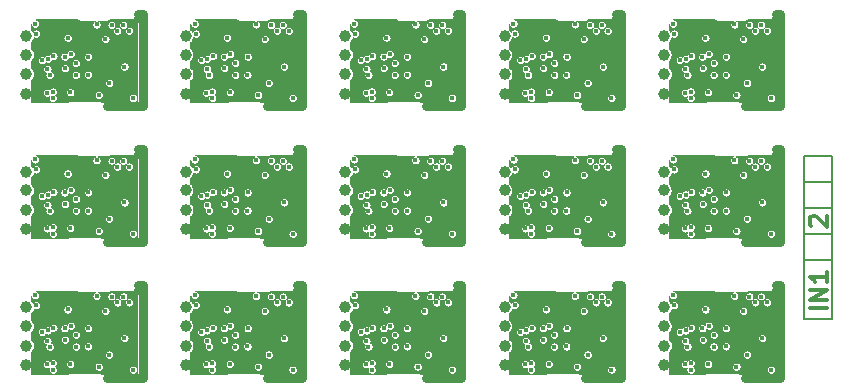
<source format=gbr>
G04 #@! TF.GenerationSoftware,KiCad,Pcbnew,(5.1.4)-1*
G04 #@! TF.CreationDate,2021-03-14T16:57:55+01:00*
G04 #@! TF.ProjectId,panel_5x3,70616e65-6c5f-4357-9833-2e6b69636164,rev?*
G04 #@! TF.SameCoordinates,Original*
G04 #@! TF.FileFunction,Copper,L2,Inr*
G04 #@! TF.FilePolarity,Positive*
%FSLAX46Y46*%
G04 Gerber Fmt 4.6, Leading zero omitted, Abs format (unit mm)*
G04 Created by KiCad (PCBNEW (5.1.4)-1) date 2021-03-14 16:57:55*
%MOMM*%
%LPD*%
G04 APERTURE LIST*
%ADD10C,0.300000*%
%ADD11C,0.400000*%
%ADD12C,1.000000*%
%ADD13C,0.150000*%
%ADD14C,0.800000*%
%ADD15C,0.100000*%
G04 APERTURE END LIST*
D10*
X183178571Y-78700001D02*
X181678571Y-78700001D01*
X183178571Y-77985715D02*
X181678571Y-77985715D01*
X183178571Y-77128572D01*
X181678571Y-77128572D01*
X183178571Y-75628572D02*
X183178571Y-76485715D01*
X183178571Y-76057143D02*
X181678571Y-76057143D01*
X181892857Y-76200001D01*
X182035714Y-76342858D01*
X182107142Y-76485715D01*
X181821428Y-71728572D02*
X181750000Y-71657143D01*
X181678571Y-71514286D01*
X181678571Y-71157143D01*
X181750000Y-71014286D01*
X181821428Y-70942858D01*
X181964285Y-70871429D01*
X182107142Y-70871429D01*
X182321428Y-70942858D01*
X183178571Y-71800001D01*
X183178571Y-70871429D01*
X181821428Y-71728572D02*
X181750000Y-71657143D01*
X181678571Y-71514286D01*
X181678571Y-71157143D01*
X181750000Y-71014286D01*
X181821428Y-70942858D01*
X181964285Y-70871429D01*
X182107142Y-70871429D01*
X182321428Y-70942858D01*
X183178571Y-71800001D01*
X183178571Y-70871429D01*
X183178571Y-78700001D02*
X181678571Y-78700001D01*
X183178571Y-77985715D02*
X181678571Y-77985715D01*
X183178571Y-77128572D01*
X181678571Y-77128572D01*
X183178571Y-75628572D02*
X183178571Y-76485715D01*
X183178571Y-76057143D02*
X181678571Y-76057143D01*
X181892857Y-76200001D01*
X182035714Y-76342858D01*
X182107142Y-76485715D01*
D11*
X178070000Y-78210000D03*
X177570000Y-78210000D03*
X176570000Y-78210000D03*
X178070000Y-77710000D03*
X177070000Y-78210000D03*
X176570000Y-77710000D03*
X177070000Y-77710000D03*
X177570000Y-77710000D03*
X164570000Y-78210000D03*
X164070000Y-78210000D03*
X163070000Y-78210000D03*
X164570000Y-77710000D03*
X163570000Y-78210000D03*
X163070000Y-77710000D03*
X163570000Y-77710000D03*
X164070000Y-77710000D03*
X151070000Y-78210000D03*
X150570000Y-78210000D03*
X149570000Y-78210000D03*
X151070000Y-77710000D03*
X150070000Y-78210000D03*
X149570000Y-77710000D03*
X150070000Y-77710000D03*
X150570000Y-77710000D03*
X137570000Y-78210000D03*
X137070000Y-78210000D03*
X136070000Y-78210000D03*
X137570000Y-77710000D03*
X136570000Y-78210000D03*
X136070000Y-77710000D03*
X136570000Y-77710000D03*
X137070000Y-77710000D03*
X124070000Y-78210000D03*
X123570000Y-78210000D03*
X122570000Y-78210000D03*
X124070000Y-77710000D03*
X123070000Y-78210000D03*
X122570000Y-77710000D03*
X123070000Y-77710000D03*
X123570000Y-77710000D03*
X178070000Y-66710000D03*
X177570000Y-66710000D03*
X176570000Y-66710000D03*
X178070000Y-66210000D03*
X177070000Y-66710000D03*
X176570000Y-66210000D03*
X177070000Y-66210000D03*
X177570000Y-66210000D03*
X164570000Y-66710000D03*
X164070000Y-66710000D03*
X163070000Y-66710000D03*
X164570000Y-66210000D03*
X163570000Y-66710000D03*
X163070000Y-66210000D03*
X163570000Y-66210000D03*
X164070000Y-66210000D03*
X151070000Y-66710000D03*
X150570000Y-66710000D03*
X149570000Y-66710000D03*
X151070000Y-66210000D03*
X150070000Y-66710000D03*
X149570000Y-66210000D03*
X150070000Y-66210000D03*
X150570000Y-66210000D03*
X137570000Y-66710000D03*
X137070000Y-66710000D03*
X136070000Y-66710000D03*
X137570000Y-66210000D03*
X136570000Y-66710000D03*
X136070000Y-66210000D03*
X136570000Y-66210000D03*
X137070000Y-66210000D03*
X124070000Y-66710000D03*
X123570000Y-66710000D03*
X122570000Y-66710000D03*
X124070000Y-66210000D03*
X123070000Y-66710000D03*
X122570000Y-66210000D03*
X123070000Y-66210000D03*
X123570000Y-66210000D03*
X178070000Y-55210000D03*
X177570000Y-55210000D03*
X176570000Y-55210000D03*
X178070000Y-54710000D03*
X177070000Y-55210000D03*
X176570000Y-54710000D03*
X177070000Y-54710000D03*
X177570000Y-54710000D03*
X164570000Y-55210000D03*
X164070000Y-55210000D03*
X163070000Y-55210000D03*
X164570000Y-54710000D03*
X163570000Y-55210000D03*
X163070000Y-54710000D03*
X163570000Y-54710000D03*
X164070000Y-54710000D03*
X151070000Y-55210000D03*
X150570000Y-55210000D03*
X149570000Y-55210000D03*
X151070000Y-54710000D03*
X150070000Y-55210000D03*
X149570000Y-54710000D03*
X150070000Y-54710000D03*
X150570000Y-54710000D03*
X137570000Y-55210000D03*
X137070000Y-55210000D03*
X136070000Y-55210000D03*
X137570000Y-54710000D03*
X136570000Y-55210000D03*
X136070000Y-54710000D03*
X136570000Y-54710000D03*
X137070000Y-54710000D03*
X123570000Y-54710000D03*
X123070000Y-54710000D03*
X122570000Y-54710000D03*
X123070000Y-55210000D03*
X124070000Y-54710000D03*
X122570000Y-55210000D03*
X123570000Y-55210000D03*
X124070000Y-55210000D03*
X119350000Y-54600000D03*
X119350000Y-54600000D03*
X117450000Y-54650000D03*
X120120000Y-60930000D03*
X120600000Y-58400000D03*
X120730000Y-55970000D03*
D12*
X115350000Y-60520000D03*
D11*
X117599986Y-57900000D03*
X118575000Y-56700000D03*
X120100000Y-57500000D03*
X123350000Y-57425000D03*
X119147607Y-59920000D03*
X117090000Y-60990000D03*
X122550000Y-56650000D03*
X121450000Y-59300000D03*
X121600000Y-56500000D03*
X121850000Y-57500000D03*
X122375000Y-58775000D03*
X123825000Y-58875000D03*
X124400000Y-60075000D03*
X118300000Y-55500000D03*
X120125000Y-58550000D03*
X122175000Y-60325000D03*
X123975000Y-56150000D03*
X124511249Y-56998146D03*
X122575000Y-57375000D03*
X122970000Y-60450000D03*
X123700000Y-60380000D03*
X138011249Y-56998146D03*
X151511249Y-56998146D03*
X165011249Y-56998146D03*
X178511249Y-56998146D03*
X124511249Y-68498146D03*
X138011249Y-68498146D03*
X151511249Y-68498146D03*
X165011249Y-68498146D03*
X178511249Y-68498146D03*
X124511249Y-79998146D03*
X138011249Y-79998146D03*
X151511249Y-79998146D03*
X165011249Y-79998146D03*
X178511249Y-79998146D03*
X136470000Y-60450000D03*
X149970000Y-60450000D03*
X163470000Y-60450000D03*
X176970000Y-60450000D03*
X122970000Y-71950000D03*
X136470000Y-71950000D03*
X149970000Y-71950000D03*
X163470000Y-71950000D03*
X176970000Y-71950000D03*
X122970000Y-83450000D03*
X136470000Y-83450000D03*
X149970000Y-83450000D03*
X163470000Y-83450000D03*
X176970000Y-83450000D03*
X137200000Y-60380000D03*
X150700000Y-60380000D03*
X164200000Y-60380000D03*
X177700000Y-60380000D03*
X123700000Y-71880000D03*
X137200000Y-71880000D03*
X150700000Y-71880000D03*
X164200000Y-71880000D03*
X177700000Y-71880000D03*
X123700000Y-83380000D03*
X137200000Y-83380000D03*
X150700000Y-83380000D03*
X164200000Y-83380000D03*
X177700000Y-83380000D03*
X136075000Y-57375000D03*
X149575000Y-57375000D03*
X163075000Y-57375000D03*
X176575000Y-57375000D03*
X122575000Y-68875000D03*
X136075000Y-68875000D03*
X149575000Y-68875000D03*
X163075000Y-68875000D03*
X176575000Y-68875000D03*
X122575000Y-80375000D03*
X136075000Y-80375000D03*
X149575000Y-80375000D03*
X163075000Y-80375000D03*
X176575000Y-80375000D03*
X134950000Y-59300000D03*
X148450000Y-59300000D03*
X161950000Y-59300000D03*
X175450000Y-59300000D03*
X121450000Y-70800000D03*
X134950000Y-70800000D03*
X148450000Y-70800000D03*
X161950000Y-70800000D03*
X175450000Y-70800000D03*
X121450000Y-82300000D03*
X134950000Y-82300000D03*
X148450000Y-82300000D03*
X161950000Y-82300000D03*
X175450000Y-82300000D03*
X135350000Y-57500000D03*
X148850000Y-57500000D03*
X162350000Y-57500000D03*
X175850000Y-57500000D03*
X121850000Y-69000000D03*
X135350000Y-69000000D03*
X148850000Y-69000000D03*
X162350000Y-69000000D03*
X175850000Y-69000000D03*
X121850000Y-80500000D03*
X135350000Y-80500000D03*
X148850000Y-80500000D03*
X162350000Y-80500000D03*
X175850000Y-80500000D03*
X137900000Y-60075000D03*
X151400000Y-60075000D03*
X164900000Y-60075000D03*
X178400000Y-60075000D03*
X124400000Y-71575000D03*
X137900000Y-71575000D03*
X151400000Y-71575000D03*
X164900000Y-71575000D03*
X178400000Y-71575000D03*
X124400000Y-83075000D03*
X137900000Y-83075000D03*
X151400000Y-83075000D03*
X164900000Y-83075000D03*
X178400000Y-83075000D03*
X135100000Y-56500000D03*
X148600000Y-56500000D03*
X162100000Y-56500000D03*
X175600000Y-56500000D03*
X121600000Y-68000000D03*
X135100000Y-68000000D03*
X148600000Y-68000000D03*
X162100000Y-68000000D03*
X175600000Y-68000000D03*
X121600000Y-79500000D03*
X135100000Y-79500000D03*
X148600000Y-79500000D03*
X162100000Y-79500000D03*
X175600000Y-79500000D03*
X131800000Y-55500000D03*
X145300000Y-55500000D03*
X158800000Y-55500000D03*
X172300000Y-55500000D03*
X118300000Y-67000000D03*
X131800000Y-67000000D03*
X145300000Y-67000000D03*
X158800000Y-67000000D03*
X172300000Y-67000000D03*
X118300000Y-78500000D03*
X131800000Y-78500000D03*
X145300000Y-78500000D03*
X158800000Y-78500000D03*
X172300000Y-78500000D03*
X133625000Y-58550000D03*
X147125000Y-58550000D03*
X160625000Y-58550000D03*
X174125000Y-58550000D03*
X120125000Y-70050000D03*
X133625000Y-70050000D03*
X147125000Y-70050000D03*
X160625000Y-70050000D03*
X174125000Y-70050000D03*
X120125000Y-81550000D03*
X133625000Y-81550000D03*
X147125000Y-81550000D03*
X160625000Y-81550000D03*
X174125000Y-81550000D03*
X137475000Y-56150000D03*
X150975000Y-56150000D03*
X164475000Y-56150000D03*
X177975000Y-56150000D03*
X123975000Y-67650000D03*
X137475000Y-67650000D03*
X150975000Y-67650000D03*
X164475000Y-67650000D03*
X177975000Y-67650000D03*
X123975000Y-79150000D03*
X137475000Y-79150000D03*
X150975000Y-79150000D03*
X164475000Y-79150000D03*
X177975000Y-79150000D03*
X135675000Y-60325000D03*
X149175000Y-60325000D03*
X162675000Y-60325000D03*
X176175000Y-60325000D03*
X122175000Y-71825000D03*
X135675000Y-71825000D03*
X149175000Y-71825000D03*
X162675000Y-71825000D03*
X176175000Y-71825000D03*
X122175000Y-83325000D03*
X135675000Y-83325000D03*
X149175000Y-83325000D03*
X162675000Y-83325000D03*
X176175000Y-83325000D03*
X130590000Y-60990000D03*
X144090000Y-60990000D03*
X157590000Y-60990000D03*
X171090000Y-60990000D03*
X117090000Y-72490000D03*
X130590000Y-72490000D03*
X144090000Y-72490000D03*
X157590000Y-72490000D03*
X171090000Y-72490000D03*
X117090000Y-83990000D03*
X130590000Y-83990000D03*
X144090000Y-83990000D03*
X157590000Y-83990000D03*
X171090000Y-83990000D03*
X135875000Y-58775000D03*
X149375000Y-58775000D03*
X162875000Y-58775000D03*
X176375000Y-58775000D03*
X122375000Y-70275000D03*
X135875000Y-70275000D03*
X149375000Y-70275000D03*
X162875000Y-70275000D03*
X176375000Y-70275000D03*
X122375000Y-81775000D03*
X135875000Y-81775000D03*
X149375000Y-81775000D03*
X162875000Y-81775000D03*
X176375000Y-81775000D03*
X137325000Y-58875000D03*
X150825000Y-58875000D03*
X164325000Y-58875000D03*
X177825000Y-58875000D03*
X123825000Y-70375000D03*
X137325000Y-70375000D03*
X150825000Y-70375000D03*
X164325000Y-70375000D03*
X177825000Y-70375000D03*
X123825000Y-81875000D03*
X137325000Y-81875000D03*
X150825000Y-81875000D03*
X164325000Y-81875000D03*
X177825000Y-81875000D03*
X136050000Y-56650000D03*
X149550000Y-56650000D03*
X163050000Y-56650000D03*
X176550000Y-56650000D03*
X122550000Y-68150000D03*
X136050000Y-68150000D03*
X149550000Y-68150000D03*
X163050000Y-68150000D03*
X176550000Y-68150000D03*
X122550000Y-79650000D03*
X136050000Y-79650000D03*
X149550000Y-79650000D03*
X163050000Y-79650000D03*
X176550000Y-79650000D03*
X131099986Y-57900000D03*
X144599986Y-57900000D03*
X158099986Y-57900000D03*
X171599986Y-57900000D03*
X117599986Y-69400000D03*
X131099986Y-69400000D03*
X144599986Y-69400000D03*
X158099986Y-69400000D03*
X171599986Y-69400000D03*
X117599986Y-80900000D03*
X131099986Y-80900000D03*
X144599986Y-80900000D03*
X158099986Y-80900000D03*
X171599986Y-80900000D03*
X132647607Y-59920000D03*
X146147607Y-59920000D03*
X159647607Y-59920000D03*
X173147607Y-59920000D03*
X119147607Y-71420000D03*
X132647607Y-71420000D03*
X146147607Y-71420000D03*
X159647607Y-71420000D03*
X173147607Y-71420000D03*
X119147607Y-82920000D03*
X132647607Y-82920000D03*
X146147607Y-82920000D03*
X159647607Y-82920000D03*
X173147607Y-82920000D03*
X130950000Y-54650000D03*
X144450000Y-54650000D03*
X157950000Y-54650000D03*
X171450000Y-54650000D03*
X117450000Y-66150000D03*
X130950000Y-66150000D03*
X144450000Y-66150000D03*
X157950000Y-66150000D03*
X171450000Y-66150000D03*
X117450000Y-77650000D03*
X130950000Y-77650000D03*
X144450000Y-77650000D03*
X157950000Y-77650000D03*
X171450000Y-77650000D03*
X134100000Y-58400000D03*
X147600000Y-58400000D03*
X161100000Y-58400000D03*
X174600000Y-58400000D03*
X120600000Y-69900000D03*
X134100000Y-69900000D03*
X147600000Y-69900000D03*
X161100000Y-69900000D03*
X174600000Y-69900000D03*
X120600000Y-81400000D03*
X134100000Y-81400000D03*
X147600000Y-81400000D03*
X161100000Y-81400000D03*
X174600000Y-81400000D03*
X132075000Y-56700000D03*
X145575000Y-56700000D03*
X159075000Y-56700000D03*
X172575000Y-56700000D03*
X118575000Y-68200000D03*
X132075000Y-68200000D03*
X145575000Y-68200000D03*
X159075000Y-68200000D03*
X172575000Y-68200000D03*
X118575000Y-79700000D03*
X132075000Y-79700000D03*
X145575000Y-79700000D03*
X159075000Y-79700000D03*
X172575000Y-79700000D03*
X133600000Y-57500000D03*
X147100000Y-57500000D03*
X160600000Y-57500000D03*
X174100000Y-57500000D03*
X120100000Y-69000000D03*
X133600000Y-69000000D03*
X147100000Y-69000000D03*
X160600000Y-69000000D03*
X174100000Y-69000000D03*
X120100000Y-80500000D03*
X133600000Y-80500000D03*
X147100000Y-80500000D03*
X160600000Y-80500000D03*
X174100000Y-80500000D03*
X134230000Y-55970000D03*
X147730000Y-55970000D03*
X161230000Y-55970000D03*
X174730000Y-55970000D03*
X120730000Y-67470000D03*
X134230000Y-67470000D03*
X147730000Y-67470000D03*
X161230000Y-67470000D03*
X174730000Y-67470000D03*
X120730000Y-78970000D03*
X134230000Y-78970000D03*
X147730000Y-78970000D03*
X161230000Y-78970000D03*
X174730000Y-78970000D03*
X132850000Y-54600000D03*
X146350000Y-54600000D03*
X159850000Y-54600000D03*
X173350000Y-54600000D03*
X119350000Y-66100000D03*
X132850000Y-66100000D03*
X146350000Y-66100000D03*
X159850000Y-66100000D03*
X173350000Y-66100000D03*
X119350000Y-77600000D03*
X132850000Y-77600000D03*
X146350000Y-77600000D03*
X159850000Y-77600000D03*
X173350000Y-77600000D03*
X133620000Y-60930000D03*
X147120000Y-60930000D03*
X160620000Y-60930000D03*
X174120000Y-60930000D03*
X120120000Y-72430000D03*
X133620000Y-72430000D03*
X147120000Y-72430000D03*
X160620000Y-72430000D03*
X174120000Y-72430000D03*
X120120000Y-83930000D03*
X133620000Y-83930000D03*
X147120000Y-83930000D03*
X160620000Y-83930000D03*
X174120000Y-83930000D03*
X132850000Y-54600000D03*
X146350000Y-54600000D03*
X159850000Y-54600000D03*
X173350000Y-54600000D03*
X119350000Y-66100000D03*
X132850000Y-66100000D03*
X146350000Y-66100000D03*
X159850000Y-66100000D03*
X173350000Y-66100000D03*
X119350000Y-77600000D03*
X132850000Y-77600000D03*
X146350000Y-77600000D03*
X159850000Y-77600000D03*
X173350000Y-77600000D03*
X136850000Y-57425000D03*
X150350000Y-57425000D03*
X163850000Y-57425000D03*
X177350000Y-57425000D03*
X123350000Y-68925000D03*
X136850000Y-68925000D03*
X150350000Y-68925000D03*
X163850000Y-68925000D03*
X177350000Y-68925000D03*
X123350000Y-80425000D03*
X136850000Y-80425000D03*
X150350000Y-80425000D03*
X163850000Y-80425000D03*
X177350000Y-80425000D03*
D12*
X128850000Y-60520000D03*
X142350000Y-60520000D03*
X155850000Y-60520000D03*
X169350000Y-60520000D03*
X115350000Y-72020000D03*
X128850000Y-72020000D03*
X142350000Y-72020000D03*
X155850000Y-72020000D03*
X169350000Y-72020000D03*
X115350000Y-83520000D03*
X128850000Y-83520000D03*
X142350000Y-83520000D03*
X155850000Y-83520000D03*
X169350000Y-83520000D03*
D11*
X117600000Y-60900000D03*
X119550000Y-57950000D03*
X133050000Y-57950000D03*
X146550000Y-57950000D03*
X160050000Y-57950000D03*
X173550000Y-57950000D03*
X119550000Y-69450000D03*
X133050000Y-69450000D03*
X146550000Y-69450000D03*
X160050000Y-69450000D03*
X173550000Y-69450000D03*
X119550000Y-80950000D03*
X133050000Y-80950000D03*
X146550000Y-80950000D03*
X160050000Y-80950000D03*
X173550000Y-80950000D03*
X131100000Y-60900000D03*
X144600000Y-60900000D03*
X158100000Y-60900000D03*
X171600000Y-60900000D03*
X117600000Y-72400000D03*
X131100000Y-72400000D03*
X144600000Y-72400000D03*
X158100000Y-72400000D03*
X171600000Y-72400000D03*
X117600000Y-83900000D03*
X131100000Y-83900000D03*
X144600000Y-83900000D03*
X158100000Y-83900000D03*
X171600000Y-83900000D03*
D12*
X115360000Y-58870000D03*
X128860000Y-58870000D03*
X142360000Y-58870000D03*
X155860000Y-58870000D03*
X169360000Y-58870000D03*
X115360000Y-70370000D03*
X128860000Y-70370000D03*
X142360000Y-70370000D03*
X155860000Y-70370000D03*
X169360000Y-70370000D03*
X115360000Y-81870000D03*
X128860000Y-81870000D03*
X142360000Y-81870000D03*
X155860000Y-81870000D03*
X169360000Y-81870000D03*
D11*
X121300000Y-54675000D03*
X120600000Y-57400000D03*
X120580000Y-58930000D03*
X123664986Y-58240000D03*
X117175000Y-57575000D03*
X119125000Y-57175000D03*
X118850000Y-55800000D03*
X117327847Y-58950010D03*
X119080000Y-60420000D03*
X117102000Y-60447000D03*
X134080000Y-58930000D03*
X147580000Y-58930000D03*
X161080000Y-58930000D03*
X174580000Y-58930000D03*
X120580000Y-70430000D03*
X134080000Y-70430000D03*
X147580000Y-70430000D03*
X161080000Y-70430000D03*
X174580000Y-70430000D03*
X120580000Y-81930000D03*
X134080000Y-81930000D03*
X147580000Y-81930000D03*
X161080000Y-81930000D03*
X174580000Y-81930000D03*
X137164986Y-58240000D03*
X150664986Y-58240000D03*
X164164986Y-58240000D03*
X177664986Y-58240000D03*
X123664986Y-69740000D03*
X137164986Y-69740000D03*
X150664986Y-69740000D03*
X164164986Y-69740000D03*
X177664986Y-69740000D03*
X123664986Y-81240000D03*
X137164986Y-81240000D03*
X150664986Y-81240000D03*
X164164986Y-81240000D03*
X177664986Y-81240000D03*
X130675000Y-57575000D03*
X144175000Y-57575000D03*
X157675000Y-57575000D03*
X171175000Y-57575000D03*
X117175000Y-69075000D03*
X130675000Y-69075000D03*
X144175000Y-69075000D03*
X157675000Y-69075000D03*
X171175000Y-69075000D03*
X117175000Y-80575000D03*
X130675000Y-80575000D03*
X144175000Y-80575000D03*
X157675000Y-80575000D03*
X171175000Y-80575000D03*
X134800000Y-54675000D03*
X148300000Y-54675000D03*
X161800000Y-54675000D03*
X175300000Y-54675000D03*
X121300000Y-66175000D03*
X134800000Y-66175000D03*
X148300000Y-66175000D03*
X161800000Y-66175000D03*
X175300000Y-66175000D03*
X121300000Y-77675000D03*
X134800000Y-77675000D03*
X148300000Y-77675000D03*
X161800000Y-77675000D03*
X175300000Y-77675000D03*
X134100000Y-57400000D03*
X147600000Y-57400000D03*
X161100000Y-57400000D03*
X174600000Y-57400000D03*
X120600000Y-68900000D03*
X134100000Y-68900000D03*
X147600000Y-68900000D03*
X161100000Y-68900000D03*
X174600000Y-68900000D03*
X120600000Y-80400000D03*
X134100000Y-80400000D03*
X147600000Y-80400000D03*
X161100000Y-80400000D03*
X174600000Y-80400000D03*
X132580000Y-60420000D03*
X146080000Y-60420000D03*
X159580000Y-60420000D03*
X173080000Y-60420000D03*
X119080000Y-71920000D03*
X132580000Y-71920000D03*
X146080000Y-71920000D03*
X159580000Y-71920000D03*
X173080000Y-71920000D03*
X119080000Y-83420000D03*
X132580000Y-83420000D03*
X146080000Y-83420000D03*
X159580000Y-83420000D03*
X173080000Y-83420000D03*
X130602000Y-60447000D03*
X144102000Y-60447000D03*
X157602000Y-60447000D03*
X171102000Y-60447000D03*
X117102000Y-71947000D03*
X130602000Y-71947000D03*
X144102000Y-71947000D03*
X157602000Y-71947000D03*
X171102000Y-71947000D03*
X117102000Y-83447000D03*
X130602000Y-83447000D03*
X144102000Y-83447000D03*
X157602000Y-83447000D03*
X171102000Y-83447000D03*
X132625000Y-57175000D03*
X146125000Y-57175000D03*
X159625000Y-57175000D03*
X173125000Y-57175000D03*
X119125000Y-68675000D03*
X132625000Y-68675000D03*
X146125000Y-68675000D03*
X159625000Y-68675000D03*
X173125000Y-68675000D03*
X119125000Y-80175000D03*
X132625000Y-80175000D03*
X146125000Y-80175000D03*
X159625000Y-80175000D03*
X173125000Y-80175000D03*
X132350000Y-55800000D03*
X145850000Y-55800000D03*
X159350000Y-55800000D03*
X172850000Y-55800000D03*
X118850000Y-67300000D03*
X132350000Y-67300000D03*
X145850000Y-67300000D03*
X159350000Y-67300000D03*
X172850000Y-67300000D03*
X118850000Y-78800000D03*
X132350000Y-78800000D03*
X145850000Y-78800000D03*
X159350000Y-78800000D03*
X172850000Y-78800000D03*
X130827847Y-58950010D03*
X144327847Y-58950010D03*
X157827847Y-58950010D03*
X171327847Y-58950010D03*
X117327847Y-70450010D03*
X130827847Y-70450010D03*
X144327847Y-70450010D03*
X157827847Y-70450010D03*
X171327847Y-70450010D03*
X117327847Y-81950010D03*
X130827847Y-81950010D03*
X144327847Y-81950010D03*
X157827847Y-81950010D03*
X171327847Y-81950010D03*
X122375000Y-59625000D03*
X135875000Y-59625000D03*
X149375000Y-59625000D03*
X162875000Y-59625000D03*
X176375000Y-59625000D03*
X122375000Y-71125000D03*
X135875000Y-71125000D03*
X149375000Y-71125000D03*
X162875000Y-71125000D03*
X176375000Y-71125000D03*
X122375000Y-82625000D03*
X135875000Y-82625000D03*
X149375000Y-82625000D03*
X162875000Y-82625000D03*
X176375000Y-82625000D03*
X117594000Y-60355000D03*
X131094000Y-60355000D03*
X144594000Y-60355000D03*
X158094000Y-60355000D03*
X171594000Y-60355000D03*
X117594000Y-71855000D03*
X131094000Y-71855000D03*
X144594000Y-71855000D03*
X158094000Y-71855000D03*
X171594000Y-71855000D03*
X117594000Y-83355000D03*
X131094000Y-83355000D03*
X144594000Y-83355000D03*
X158094000Y-83355000D03*
X171594000Y-83355000D03*
X121480000Y-60650000D03*
X134980000Y-60650000D03*
X148480000Y-60650000D03*
X161980000Y-60650000D03*
X175480000Y-60650000D03*
X121480000Y-72150000D03*
X134980000Y-72150000D03*
X148480000Y-72150000D03*
X161980000Y-72150000D03*
X175480000Y-72150000D03*
X121480000Y-83650000D03*
X134980000Y-83650000D03*
X148480000Y-83650000D03*
X161980000Y-83650000D03*
X175480000Y-83650000D03*
X118600000Y-57400000D03*
X122050000Y-55925000D03*
X132100000Y-57400000D03*
X145600000Y-57400000D03*
X159100000Y-57400000D03*
X172600000Y-57400000D03*
X118600000Y-68900000D03*
X132100000Y-68900000D03*
X145600000Y-68900000D03*
X159100000Y-68900000D03*
X172600000Y-68900000D03*
X118600000Y-80400000D03*
X132100000Y-80400000D03*
X145600000Y-80400000D03*
X159100000Y-80400000D03*
X172600000Y-80400000D03*
X135550000Y-55925000D03*
X149050000Y-55925000D03*
X162550000Y-55925000D03*
X176050000Y-55925000D03*
X122050000Y-67425000D03*
X135550000Y-67425000D03*
X149050000Y-67425000D03*
X162550000Y-67425000D03*
X176050000Y-67425000D03*
X122050000Y-78925000D03*
X135550000Y-78925000D03*
X149050000Y-78925000D03*
X162550000Y-78925000D03*
X176050000Y-78925000D03*
D12*
X115350000Y-55625000D03*
D11*
X116200000Y-55450000D03*
X129700000Y-55450000D03*
X143200000Y-55450000D03*
X156700000Y-55450000D03*
X170200000Y-55450000D03*
X116200000Y-66950000D03*
X129700000Y-66950000D03*
X143200000Y-66950000D03*
X156700000Y-66950000D03*
X170200000Y-66950000D03*
X116200000Y-78450000D03*
X129700000Y-78450000D03*
X143200000Y-78450000D03*
X156700000Y-78450000D03*
X170200000Y-78450000D03*
D12*
X128850000Y-55625000D03*
X142350000Y-55625000D03*
X155850000Y-55625000D03*
X169350000Y-55625000D03*
X115350000Y-67125000D03*
X128850000Y-67125000D03*
X142350000Y-67125000D03*
X155850000Y-67125000D03*
X169350000Y-67125000D03*
X115350000Y-78625000D03*
X128850000Y-78625000D03*
X142350000Y-78625000D03*
X155850000Y-78625000D03*
X169350000Y-78625000D03*
X115350000Y-57220000D03*
D11*
X117147901Y-58450010D03*
X116675000Y-57700000D03*
X118625000Y-58375000D03*
X130175000Y-57700000D03*
X143675000Y-57700000D03*
X157175000Y-57700000D03*
X170675000Y-57700000D03*
X116675000Y-69200000D03*
X130175000Y-69200000D03*
X143675000Y-69200000D03*
X157175000Y-69200000D03*
X170675000Y-69200000D03*
X116675000Y-80700000D03*
X130175000Y-80700000D03*
X143675000Y-80700000D03*
X157175000Y-80700000D03*
X170675000Y-80700000D03*
D12*
X128850000Y-57220000D03*
X142350000Y-57220000D03*
X155850000Y-57220000D03*
X169350000Y-57220000D03*
X115350000Y-68720000D03*
X128850000Y-68720000D03*
X142350000Y-68720000D03*
X155850000Y-68720000D03*
X169350000Y-68720000D03*
X115350000Y-80220000D03*
X128850000Y-80220000D03*
X142350000Y-80220000D03*
X155850000Y-80220000D03*
X169350000Y-80220000D03*
D11*
X132125000Y-58375000D03*
X145625000Y-58375000D03*
X159125000Y-58375000D03*
X172625000Y-58375000D03*
X118625000Y-69875000D03*
X132125000Y-69875000D03*
X145625000Y-69875000D03*
X159125000Y-69875000D03*
X172625000Y-69875000D03*
X118625000Y-81375000D03*
X132125000Y-81375000D03*
X145625000Y-81375000D03*
X159125000Y-81375000D03*
X172625000Y-81375000D03*
X130647901Y-58450010D03*
X144147901Y-58450010D03*
X157647901Y-58450010D03*
X171147901Y-58450010D03*
X117147901Y-69950010D03*
X130647901Y-69950010D03*
X144147901Y-69950010D03*
X157647901Y-69950010D03*
X171147901Y-69950010D03*
X117147901Y-81450010D03*
X130647901Y-81450010D03*
X144147901Y-81450010D03*
X157647901Y-81450010D03*
X171147901Y-81450010D03*
X124400000Y-60900000D03*
X119549595Y-58950408D03*
X133049595Y-58950408D03*
X146549595Y-58950408D03*
X160049595Y-58950408D03*
X173549595Y-58950408D03*
X119549595Y-70450408D03*
X133049595Y-70450408D03*
X146549595Y-70450408D03*
X160049595Y-70450408D03*
X173549595Y-70450408D03*
X119549595Y-81950408D03*
X133049595Y-81950408D03*
X146549595Y-81950408D03*
X160049595Y-81950408D03*
X173549595Y-81950408D03*
X137900000Y-60900000D03*
X151400000Y-60900000D03*
X164900000Y-60900000D03*
X178400000Y-60900000D03*
X124400000Y-72400000D03*
X137900000Y-72400000D03*
X151400000Y-72400000D03*
X164900000Y-72400000D03*
X178400000Y-72400000D03*
X124400000Y-83900000D03*
X137900000Y-83900000D03*
X151400000Y-83900000D03*
X164900000Y-83900000D03*
X178400000Y-83900000D03*
X117650000Y-57350000D03*
X116100000Y-54600000D03*
X129600000Y-54600000D03*
X143100000Y-54600000D03*
X156600000Y-54600000D03*
X170100000Y-54600000D03*
X116100000Y-66100000D03*
X129600000Y-66100000D03*
X143100000Y-66100000D03*
X156600000Y-66100000D03*
X170100000Y-66100000D03*
X116100000Y-77600000D03*
X129600000Y-77600000D03*
X143100000Y-77600000D03*
X156600000Y-77600000D03*
X170100000Y-77600000D03*
X131150000Y-57350000D03*
X144650000Y-57350000D03*
X158150000Y-57350000D03*
X171650000Y-57350000D03*
X117650000Y-68850000D03*
X131150000Y-68850000D03*
X144650000Y-68850000D03*
X158150000Y-68850000D03*
X171650000Y-68850000D03*
X117650000Y-80350000D03*
X131150000Y-80350000D03*
X144650000Y-80350000D03*
X158150000Y-80350000D03*
X171650000Y-80350000D03*
D13*
X181200000Y-79600000D02*
X181200001Y-72400000D01*
X181200000Y-72400000D02*
X183600000Y-72400001D01*
X183600000Y-68000000D02*
X183600000Y-70200000D01*
X183600000Y-65800000D02*
X183600000Y-68000000D01*
X183600000Y-68000000D02*
X183600000Y-70200000D01*
X181200001Y-68000000D02*
X183600000Y-68000000D01*
X181200000Y-70200000D02*
X183600000Y-70200000D01*
X183600000Y-74600001D02*
X181200001Y-74600000D01*
X183600000Y-79599999D02*
X183600000Y-74600001D01*
X183600000Y-72400001D02*
X183600000Y-74600001D01*
X181200000Y-65800000D02*
X183600000Y-65800000D01*
X183600000Y-74600001D02*
X181200000Y-74600000D01*
X183600000Y-70200000D02*
X183600000Y-72400001D01*
X181200001Y-72400000D02*
X183600000Y-72400001D01*
X183600000Y-72400001D02*
X183600000Y-74600001D01*
X181200000Y-79600000D02*
X183600000Y-79599999D01*
X181200000Y-68000000D02*
X183600000Y-68000000D01*
X181200000Y-79600000D02*
X181200000Y-72400000D01*
X181200000Y-65800000D02*
X183600000Y-65800000D01*
X183600000Y-79599999D02*
X183600000Y-74600001D01*
X181200000Y-79600000D02*
X183600000Y-79599999D01*
X183600000Y-70200000D02*
X183600000Y-72400001D01*
X181200001Y-70200000D02*
X183600000Y-70200000D01*
X183600000Y-65800000D02*
X183600000Y-68000000D01*
X181200000Y-73000000D02*
X181200001Y-65800000D01*
D14*
X125200000Y-54150000D02*
X124800000Y-54150000D01*
X125200000Y-53750000D02*
X124800000Y-53750000D01*
X125200000Y-53750000D02*
X125200000Y-61500000D01*
X122200000Y-61600001D02*
X125200000Y-61600001D01*
X138700000Y-53750000D02*
X138700000Y-61500000D01*
X152200000Y-53750000D02*
X152200000Y-61500000D01*
X165700000Y-53750000D02*
X165700000Y-61500000D01*
X179200000Y-53750000D02*
X179200000Y-61500000D01*
X125200000Y-65250000D02*
X125200000Y-73000000D01*
X138700000Y-65250000D02*
X138700000Y-73000000D01*
X152200000Y-65250000D02*
X152200000Y-73000000D01*
X165700000Y-65250000D02*
X165700000Y-73000000D01*
X179200000Y-65250000D02*
X179200000Y-73000000D01*
X125200000Y-76750000D02*
X125200000Y-84500000D01*
X138700000Y-76750000D02*
X138700000Y-84500000D01*
X152200000Y-76750000D02*
X152200000Y-84500000D01*
X165700000Y-76750000D02*
X165700000Y-84500000D01*
X179200000Y-76750000D02*
X179200000Y-84500000D01*
X138700000Y-53750000D02*
X138300000Y-53750000D01*
X152200000Y-53750000D02*
X151800000Y-53750000D01*
X165700000Y-53750000D02*
X165300000Y-53750000D01*
X179200000Y-53750000D02*
X178800000Y-53750000D01*
X125200000Y-65250000D02*
X124800000Y-65250000D01*
X138700000Y-65250000D02*
X138300000Y-65250000D01*
X152200000Y-65250000D02*
X151800000Y-65250000D01*
X165700000Y-65250000D02*
X165300000Y-65250000D01*
X179200000Y-65250000D02*
X178800000Y-65250000D01*
X125200000Y-76750000D02*
X124800000Y-76750000D01*
X138700000Y-76750000D02*
X138300000Y-76750000D01*
X152200000Y-76750000D02*
X151800000Y-76750000D01*
X165700000Y-76750000D02*
X165300000Y-76750000D01*
X179200000Y-76750000D02*
X178800000Y-76750000D01*
X135700000Y-61600001D02*
X138700000Y-61600001D01*
X149200000Y-61600001D02*
X152200000Y-61600001D01*
X162700000Y-61600001D02*
X165700000Y-61600001D01*
X176200000Y-61600001D02*
X179200000Y-61600001D01*
X122200000Y-73100001D02*
X125200000Y-73100001D01*
X135700000Y-73100001D02*
X138700000Y-73100001D01*
X149200000Y-73100001D02*
X152200000Y-73100001D01*
X162700000Y-73100001D02*
X165700000Y-73100001D01*
X176200000Y-73100001D02*
X179200000Y-73100001D01*
X122200000Y-84600001D02*
X125200000Y-84600001D01*
X135700000Y-84600001D02*
X138700000Y-84600001D01*
X149200000Y-84600001D02*
X152200000Y-84600001D01*
X162700000Y-84600001D02*
X165700000Y-84600001D01*
X176200000Y-84600001D02*
X179200000Y-84600001D01*
X138700000Y-54150000D02*
X138300000Y-54150000D01*
X152200000Y-54150000D02*
X151800000Y-54150000D01*
X165700000Y-54150000D02*
X165300000Y-54150000D01*
X179200000Y-54150000D02*
X178800000Y-54150000D01*
X125200000Y-65650000D02*
X124800000Y-65650000D01*
X138700000Y-65650000D02*
X138300000Y-65650000D01*
X152200000Y-65650000D02*
X151800000Y-65650000D01*
X165700000Y-65650000D02*
X165300000Y-65650000D01*
X179200000Y-65650000D02*
X178800000Y-65650000D01*
X125200000Y-77150000D02*
X124800000Y-77150000D01*
X138700000Y-77150000D02*
X138300000Y-77150000D01*
X152200000Y-77150000D02*
X151800000Y-77150000D01*
X165700000Y-77150000D02*
X165300000Y-77150000D01*
X179200000Y-77150000D02*
X178800000Y-77150000D01*
D15*
G36*
X119702962Y-54322059D02*
G01*
X119713408Y-54327167D01*
X119722929Y-54329497D01*
X119862929Y-54349497D01*
X119870000Y-54350000D01*
X121170025Y-54350000D01*
X121134213Y-54364834D01*
X121076888Y-54403137D01*
X121028137Y-54451888D01*
X120989834Y-54509213D01*
X120963450Y-54572909D01*
X120950000Y-54640528D01*
X120950000Y-54709472D01*
X120963450Y-54777091D01*
X120989834Y-54840787D01*
X121028137Y-54898112D01*
X121076888Y-54946863D01*
X121134213Y-54985166D01*
X121197909Y-55011550D01*
X121265528Y-55025000D01*
X121334472Y-55025000D01*
X121402091Y-55011550D01*
X121465787Y-54985166D01*
X121523112Y-54946863D01*
X121571863Y-54898112D01*
X121610166Y-54840787D01*
X121636550Y-54777091D01*
X121650000Y-54709472D01*
X121650000Y-54675528D01*
X122220000Y-54675528D01*
X122220000Y-54744472D01*
X122233450Y-54812091D01*
X122259834Y-54875787D01*
X122298137Y-54933112D01*
X122346888Y-54981863D01*
X122404213Y-55020166D01*
X122467909Y-55046550D01*
X122535528Y-55060000D01*
X122604472Y-55060000D01*
X122672091Y-55046550D01*
X122735787Y-55020166D01*
X122793112Y-54981863D01*
X122841863Y-54933112D01*
X122880166Y-54875787D01*
X122906550Y-54812091D01*
X122920000Y-54744472D01*
X122920000Y-54675528D01*
X123220000Y-54675528D01*
X123220000Y-54744472D01*
X123233450Y-54812091D01*
X123259834Y-54875787D01*
X123298137Y-54933112D01*
X123346888Y-54981863D01*
X123404213Y-55020166D01*
X123467909Y-55046550D01*
X123535528Y-55060000D01*
X123604472Y-55060000D01*
X123672091Y-55046550D01*
X123735787Y-55020166D01*
X123793112Y-54981863D01*
X123841863Y-54933112D01*
X123880166Y-54875787D01*
X123906550Y-54812091D01*
X123920000Y-54744472D01*
X123920000Y-54675528D01*
X123906550Y-54607909D01*
X123880166Y-54544213D01*
X123841863Y-54486888D01*
X123793112Y-54438137D01*
X123735787Y-54399834D01*
X123672091Y-54373450D01*
X123604472Y-54360000D01*
X123535528Y-54360000D01*
X123467909Y-54373450D01*
X123404213Y-54399834D01*
X123346888Y-54438137D01*
X123298137Y-54486888D01*
X123259834Y-54544213D01*
X123233450Y-54607909D01*
X123220000Y-54675528D01*
X122920000Y-54675528D01*
X122906550Y-54607909D01*
X122880166Y-54544213D01*
X122841863Y-54486888D01*
X122793112Y-54438137D01*
X122735787Y-54399834D01*
X122672091Y-54373450D01*
X122604472Y-54360000D01*
X122535528Y-54360000D01*
X122467909Y-54373450D01*
X122404213Y-54399834D01*
X122346888Y-54438137D01*
X122298137Y-54486888D01*
X122259834Y-54544213D01*
X122233450Y-54607909D01*
X122220000Y-54675528D01*
X121650000Y-54675528D01*
X121650000Y-54640528D01*
X121636550Y-54572909D01*
X121610166Y-54509213D01*
X121571863Y-54451888D01*
X121523112Y-54403137D01*
X121465787Y-54364834D01*
X121429975Y-54350000D01*
X122190000Y-54350000D01*
X122201452Y-54348671D01*
X122371452Y-54308671D01*
X122384508Y-54303582D01*
X122392540Y-54297963D01*
X122448497Y-54250000D01*
X124750000Y-54250000D01*
X124750001Y-61250000D01*
X124434472Y-61250000D01*
X124502091Y-61236550D01*
X124565787Y-61210166D01*
X124623112Y-61171863D01*
X124671863Y-61123112D01*
X124710166Y-61065787D01*
X124736550Y-61002091D01*
X124750000Y-60934472D01*
X124750000Y-60865528D01*
X124736550Y-60797909D01*
X124710166Y-60734213D01*
X124671863Y-60676888D01*
X124623112Y-60628137D01*
X124565787Y-60589834D01*
X124502091Y-60563450D01*
X124434472Y-60550000D01*
X124365528Y-60550000D01*
X124297909Y-60563450D01*
X124234213Y-60589834D01*
X124176888Y-60628137D01*
X124128137Y-60676888D01*
X124089834Y-60734213D01*
X124063450Y-60797909D01*
X124050000Y-60865528D01*
X124050000Y-60934472D01*
X124063450Y-61002091D01*
X124089834Y-61065787D01*
X124128137Y-61123112D01*
X124176888Y-61171863D01*
X124234213Y-61210166D01*
X124297909Y-61236550D01*
X124365528Y-61250000D01*
X121709129Y-61250000D01*
X121597038Y-61177942D01*
X121586592Y-61172834D01*
X121577072Y-61170504D01*
X121437072Y-61150502D01*
X121430000Y-61149999D01*
X119110000Y-61150000D01*
X119098548Y-61151329D01*
X118928548Y-61191329D01*
X118915492Y-61196418D01*
X118907460Y-61202037D01*
X118851503Y-61250000D01*
X117634472Y-61250000D01*
X117702091Y-61236550D01*
X117765787Y-61210166D01*
X117823112Y-61171863D01*
X117871863Y-61123112D01*
X117910166Y-61065787D01*
X117936550Y-61002091D01*
X117950000Y-60934472D01*
X117950000Y-60865528D01*
X117936550Y-60797909D01*
X117910166Y-60734213D01*
X117871863Y-60676888D01*
X117823112Y-60628137D01*
X117818752Y-60625223D01*
X117865863Y-60578112D01*
X117904166Y-60520787D01*
X117930550Y-60457091D01*
X117944000Y-60389472D01*
X117944000Y-60385528D01*
X118730000Y-60385528D01*
X118730000Y-60454472D01*
X118743450Y-60522091D01*
X118769834Y-60585787D01*
X118808137Y-60643112D01*
X118856888Y-60691863D01*
X118914213Y-60730166D01*
X118977909Y-60756550D01*
X119045528Y-60770000D01*
X119114472Y-60770000D01*
X119182091Y-60756550D01*
X119245787Y-60730166D01*
X119303112Y-60691863D01*
X119351863Y-60643112D01*
X119370293Y-60615528D01*
X121130000Y-60615528D01*
X121130000Y-60684472D01*
X121143450Y-60752091D01*
X121169834Y-60815787D01*
X121208137Y-60873112D01*
X121256888Y-60921863D01*
X121314213Y-60960166D01*
X121377909Y-60986550D01*
X121445528Y-61000000D01*
X121514472Y-61000000D01*
X121582091Y-60986550D01*
X121645787Y-60960166D01*
X121703112Y-60921863D01*
X121751863Y-60873112D01*
X121790166Y-60815787D01*
X121816550Y-60752091D01*
X121830000Y-60684472D01*
X121830000Y-60615528D01*
X121816550Y-60547909D01*
X121790166Y-60484213D01*
X121751863Y-60426888D01*
X121703112Y-60378137D01*
X121645787Y-60339834D01*
X121582091Y-60313450D01*
X121514472Y-60300000D01*
X121445528Y-60300000D01*
X121377909Y-60313450D01*
X121314213Y-60339834D01*
X121256888Y-60378137D01*
X121208137Y-60426888D01*
X121169834Y-60484213D01*
X121143450Y-60547909D01*
X121130000Y-60615528D01*
X119370293Y-60615528D01*
X119390166Y-60585787D01*
X119416550Y-60522091D01*
X119430000Y-60454472D01*
X119430000Y-60385528D01*
X119416550Y-60317909D01*
X119390166Y-60254213D01*
X119351863Y-60196888D01*
X119303112Y-60148137D01*
X119245787Y-60109834D01*
X119182091Y-60083450D01*
X119114472Y-60070000D01*
X119045528Y-60070000D01*
X118977909Y-60083450D01*
X118914213Y-60109834D01*
X118856888Y-60148137D01*
X118808137Y-60196888D01*
X118769834Y-60254213D01*
X118743450Y-60317909D01*
X118730000Y-60385528D01*
X117944000Y-60385528D01*
X117944000Y-60320528D01*
X117930550Y-60252909D01*
X117904166Y-60189213D01*
X117865863Y-60131888D01*
X117817112Y-60083137D01*
X117759787Y-60044834D01*
X117696091Y-60018450D01*
X117628472Y-60005000D01*
X117559528Y-60005000D01*
X117491909Y-60018450D01*
X117428213Y-60044834D01*
X117370888Y-60083137D01*
X117322137Y-60131888D01*
X117303077Y-60160414D01*
X117267787Y-60136834D01*
X117204091Y-60110450D01*
X117136472Y-60097000D01*
X117067528Y-60097000D01*
X116999909Y-60110450D01*
X116936213Y-60136834D01*
X116878888Y-60175137D01*
X116830137Y-60223888D01*
X116791834Y-60281213D01*
X116765450Y-60344909D01*
X116752000Y-60412528D01*
X116752000Y-60481472D01*
X116765450Y-60549091D01*
X116791834Y-60612787D01*
X116830137Y-60670112D01*
X116878888Y-60718863D01*
X116936213Y-60757166D01*
X116999909Y-60783550D01*
X117067528Y-60797000D01*
X117136472Y-60797000D01*
X117204091Y-60783550D01*
X117267787Y-60757166D01*
X117285125Y-60745581D01*
X117263450Y-60797909D01*
X117250000Y-60865528D01*
X117250000Y-60934472D01*
X117263450Y-61002091D01*
X117289834Y-61065787D01*
X117328137Y-61123112D01*
X117376888Y-61171863D01*
X117434213Y-61210166D01*
X117497909Y-61236550D01*
X117565528Y-61250000D01*
X115750000Y-61250000D01*
X115750000Y-59590528D01*
X122025000Y-59590528D01*
X122025000Y-59659472D01*
X122038450Y-59727091D01*
X122064834Y-59790787D01*
X122103137Y-59848112D01*
X122151888Y-59896863D01*
X122209213Y-59935166D01*
X122272909Y-59961550D01*
X122340528Y-59975000D01*
X122409472Y-59975000D01*
X122477091Y-59961550D01*
X122540787Y-59935166D01*
X122598112Y-59896863D01*
X122646863Y-59848112D01*
X122685166Y-59790787D01*
X122711550Y-59727091D01*
X122725000Y-59659472D01*
X122725000Y-59590528D01*
X122711550Y-59522909D01*
X122685166Y-59459213D01*
X122646863Y-59401888D01*
X122598112Y-59353137D01*
X122540787Y-59314834D01*
X122477091Y-59288450D01*
X122409472Y-59275000D01*
X122340528Y-59275000D01*
X122272909Y-59288450D01*
X122209213Y-59314834D01*
X122151888Y-59353137D01*
X122103137Y-59401888D01*
X122064834Y-59459213D01*
X122038450Y-59522909D01*
X122025000Y-59590528D01*
X115750000Y-59590528D01*
X115750000Y-59391159D01*
X115774351Y-59374888D01*
X115864888Y-59284351D01*
X115936022Y-59177890D01*
X115985021Y-59059598D01*
X116010000Y-58934019D01*
X116010000Y-58805981D01*
X115985021Y-58680402D01*
X115936022Y-58562110D01*
X115864888Y-58455649D01*
X115824777Y-58415538D01*
X116797901Y-58415538D01*
X116797901Y-58484482D01*
X116811351Y-58552101D01*
X116837735Y-58615797D01*
X116876038Y-58673122D01*
X116924789Y-58721873D01*
X116982114Y-58760176D01*
X117022556Y-58776928D01*
X117017681Y-58784223D01*
X116991297Y-58847919D01*
X116977847Y-58915538D01*
X116977847Y-58984482D01*
X116991297Y-59052101D01*
X117017681Y-59115797D01*
X117055984Y-59173122D01*
X117104735Y-59221873D01*
X117162060Y-59260176D01*
X117225756Y-59286560D01*
X117293375Y-59300010D01*
X117362319Y-59300010D01*
X117429938Y-59286560D01*
X117493634Y-59260176D01*
X117550959Y-59221873D01*
X117599710Y-59173122D01*
X117638013Y-59115797D01*
X117664397Y-59052101D01*
X117677847Y-58984482D01*
X117677847Y-58915936D01*
X119199595Y-58915936D01*
X119199595Y-58984880D01*
X119213045Y-59052499D01*
X119239429Y-59116195D01*
X119277732Y-59173520D01*
X119326483Y-59222271D01*
X119383808Y-59260574D01*
X119447504Y-59286958D01*
X119515123Y-59300408D01*
X119584067Y-59300408D01*
X119651686Y-59286958D01*
X119715382Y-59260574D01*
X119772707Y-59222271D01*
X119821458Y-59173520D01*
X119859761Y-59116195D01*
X119886145Y-59052499D01*
X119899595Y-58984880D01*
X119899595Y-58915936D01*
X119895536Y-58895528D01*
X120230000Y-58895528D01*
X120230000Y-58964472D01*
X120243450Y-59032091D01*
X120269834Y-59095787D01*
X120308137Y-59153112D01*
X120356888Y-59201863D01*
X120414213Y-59240166D01*
X120477909Y-59266550D01*
X120545528Y-59280000D01*
X120614472Y-59280000D01*
X120682091Y-59266550D01*
X120745787Y-59240166D01*
X120803112Y-59201863D01*
X120851863Y-59153112D01*
X120890166Y-59095787D01*
X120916550Y-59032091D01*
X120930000Y-58964472D01*
X120930000Y-58895528D01*
X120916550Y-58827909D01*
X120890166Y-58764213D01*
X120851863Y-58706888D01*
X120803112Y-58658137D01*
X120745787Y-58619834D01*
X120682091Y-58593450D01*
X120614472Y-58580000D01*
X120545528Y-58580000D01*
X120477909Y-58593450D01*
X120414213Y-58619834D01*
X120356888Y-58658137D01*
X120308137Y-58706888D01*
X120269834Y-58764213D01*
X120243450Y-58827909D01*
X120230000Y-58895528D01*
X119895536Y-58895528D01*
X119886145Y-58848317D01*
X119859761Y-58784621D01*
X119821458Y-58727296D01*
X119772707Y-58678545D01*
X119715382Y-58640242D01*
X119651686Y-58613858D01*
X119584067Y-58600408D01*
X119515123Y-58600408D01*
X119447504Y-58613858D01*
X119383808Y-58640242D01*
X119326483Y-58678545D01*
X119277732Y-58727296D01*
X119239429Y-58784621D01*
X119213045Y-58848317D01*
X119199595Y-58915936D01*
X117677847Y-58915936D01*
X117677847Y-58915538D01*
X117664397Y-58847919D01*
X117638013Y-58784223D01*
X117599710Y-58726898D01*
X117550959Y-58678147D01*
X117493634Y-58639844D01*
X117453192Y-58623092D01*
X117458067Y-58615797D01*
X117484451Y-58552101D01*
X117497901Y-58484482D01*
X117497901Y-58415538D01*
X117484451Y-58347919D01*
X117481390Y-58340528D01*
X118275000Y-58340528D01*
X118275000Y-58409472D01*
X118288450Y-58477091D01*
X118314834Y-58540787D01*
X118353137Y-58598112D01*
X118401888Y-58646863D01*
X118459213Y-58685166D01*
X118522909Y-58711550D01*
X118590528Y-58725000D01*
X118659472Y-58725000D01*
X118727091Y-58711550D01*
X118790787Y-58685166D01*
X118848112Y-58646863D01*
X118896863Y-58598112D01*
X118935166Y-58540787D01*
X118961550Y-58477091D01*
X118975000Y-58409472D01*
X118975000Y-58340528D01*
X118961550Y-58272909D01*
X118935166Y-58209213D01*
X118896863Y-58151888D01*
X118848112Y-58103137D01*
X118790787Y-58064834D01*
X118727091Y-58038450D01*
X118659472Y-58025000D01*
X118590528Y-58025000D01*
X118522909Y-58038450D01*
X118459213Y-58064834D01*
X118401888Y-58103137D01*
X118353137Y-58151888D01*
X118314834Y-58209213D01*
X118288450Y-58272909D01*
X118275000Y-58340528D01*
X117481390Y-58340528D01*
X117458067Y-58284223D01*
X117419764Y-58226898D01*
X117371013Y-58178147D01*
X117313688Y-58139844D01*
X117249992Y-58113460D01*
X117182373Y-58100010D01*
X117113429Y-58100010D01*
X117045810Y-58113460D01*
X116982114Y-58139844D01*
X116924789Y-58178147D01*
X116876038Y-58226898D01*
X116837735Y-58284223D01*
X116811351Y-58347919D01*
X116797901Y-58415538D01*
X115824777Y-58415538D01*
X115774351Y-58365112D01*
X115750000Y-58348841D01*
X115750000Y-57734477D01*
X115764351Y-57724888D01*
X115823711Y-57665528D01*
X116325000Y-57665528D01*
X116325000Y-57734472D01*
X116338450Y-57802091D01*
X116364834Y-57865787D01*
X116403137Y-57923112D01*
X116451888Y-57971863D01*
X116509213Y-58010166D01*
X116572909Y-58036550D01*
X116640528Y-58050000D01*
X116709472Y-58050000D01*
X116777091Y-58036550D01*
X116840787Y-58010166D01*
X116898112Y-57971863D01*
X116946863Y-57923112D01*
X116983636Y-57868076D01*
X117009213Y-57885166D01*
X117072909Y-57911550D01*
X117140528Y-57925000D01*
X117209472Y-57925000D01*
X117257091Y-57915528D01*
X119200000Y-57915528D01*
X119200000Y-57984472D01*
X119213450Y-58052091D01*
X119239834Y-58115787D01*
X119278137Y-58173112D01*
X119326888Y-58221863D01*
X119384213Y-58260166D01*
X119447909Y-58286550D01*
X119515528Y-58300000D01*
X119584472Y-58300000D01*
X119652091Y-58286550D01*
X119715787Y-58260166D01*
X119773112Y-58221863D01*
X119789447Y-58205528D01*
X123314986Y-58205528D01*
X123314986Y-58274472D01*
X123328436Y-58342091D01*
X123354820Y-58405787D01*
X123393123Y-58463112D01*
X123441874Y-58511863D01*
X123499199Y-58550166D01*
X123562895Y-58576550D01*
X123630514Y-58590000D01*
X123699458Y-58590000D01*
X123767077Y-58576550D01*
X123830773Y-58550166D01*
X123888098Y-58511863D01*
X123936849Y-58463112D01*
X123975152Y-58405787D01*
X124001536Y-58342091D01*
X124014986Y-58274472D01*
X124014986Y-58205528D01*
X124001536Y-58137909D01*
X123975152Y-58074213D01*
X123936849Y-58016888D01*
X123888098Y-57968137D01*
X123830773Y-57929834D01*
X123767077Y-57903450D01*
X123699458Y-57890000D01*
X123630514Y-57890000D01*
X123562895Y-57903450D01*
X123499199Y-57929834D01*
X123441874Y-57968137D01*
X123393123Y-58016888D01*
X123354820Y-58074213D01*
X123328436Y-58137909D01*
X123314986Y-58205528D01*
X119789447Y-58205528D01*
X119821863Y-58173112D01*
X119860166Y-58115787D01*
X119886550Y-58052091D01*
X119900000Y-57984472D01*
X119900000Y-57915528D01*
X119886550Y-57847909D01*
X119860166Y-57784213D01*
X119821863Y-57726888D01*
X119773112Y-57678137D01*
X119715787Y-57639834D01*
X119652091Y-57613450D01*
X119584472Y-57600000D01*
X119515528Y-57600000D01*
X119447909Y-57613450D01*
X119384213Y-57639834D01*
X119326888Y-57678137D01*
X119278137Y-57726888D01*
X119239834Y-57784213D01*
X119213450Y-57847909D01*
X119200000Y-57915528D01*
X117257091Y-57915528D01*
X117277091Y-57911550D01*
X117340787Y-57885166D01*
X117398112Y-57846863D01*
X117446863Y-57798112D01*
X117485166Y-57740787D01*
X117511550Y-57677091D01*
X117512579Y-57671916D01*
X117547909Y-57686550D01*
X117615528Y-57700000D01*
X117684472Y-57700000D01*
X117752091Y-57686550D01*
X117815787Y-57660166D01*
X117873112Y-57621863D01*
X117921863Y-57573112D01*
X117960166Y-57515787D01*
X117986550Y-57452091D01*
X118000000Y-57384472D01*
X118000000Y-57365528D01*
X118250000Y-57365528D01*
X118250000Y-57434472D01*
X118263450Y-57502091D01*
X118289834Y-57565787D01*
X118328137Y-57623112D01*
X118376888Y-57671863D01*
X118434213Y-57710166D01*
X118497909Y-57736550D01*
X118565528Y-57750000D01*
X118634472Y-57750000D01*
X118702091Y-57736550D01*
X118765787Y-57710166D01*
X118823112Y-57671863D01*
X118871863Y-57623112D01*
X118910166Y-57565787D01*
X118936550Y-57502091D01*
X118942180Y-57473785D01*
X118959213Y-57485166D01*
X119022909Y-57511550D01*
X119090528Y-57525000D01*
X119159472Y-57525000D01*
X119227091Y-57511550D01*
X119290787Y-57485166D01*
X119348112Y-57446863D01*
X119396863Y-57398112D01*
X119418634Y-57365528D01*
X120250000Y-57365528D01*
X120250000Y-57434472D01*
X120263450Y-57502091D01*
X120289834Y-57565787D01*
X120328137Y-57623112D01*
X120376888Y-57671863D01*
X120434213Y-57710166D01*
X120497909Y-57736550D01*
X120565528Y-57750000D01*
X120634472Y-57750000D01*
X120702091Y-57736550D01*
X120765787Y-57710166D01*
X120823112Y-57671863D01*
X120871863Y-57623112D01*
X120910166Y-57565787D01*
X120936550Y-57502091D01*
X120950000Y-57434472D01*
X120950000Y-57365528D01*
X120936550Y-57297909D01*
X120910166Y-57234213D01*
X120871863Y-57176888D01*
X120823112Y-57128137D01*
X120765787Y-57089834D01*
X120702091Y-57063450D01*
X120634472Y-57050000D01*
X120565528Y-57050000D01*
X120497909Y-57063450D01*
X120434213Y-57089834D01*
X120376888Y-57128137D01*
X120328137Y-57176888D01*
X120289834Y-57234213D01*
X120263450Y-57297909D01*
X120250000Y-57365528D01*
X119418634Y-57365528D01*
X119435166Y-57340787D01*
X119461550Y-57277091D01*
X119475000Y-57209472D01*
X119475000Y-57140528D01*
X119461550Y-57072909D01*
X119435166Y-57009213D01*
X119396863Y-56951888D01*
X119348112Y-56903137D01*
X119290787Y-56864834D01*
X119227091Y-56838450D01*
X119159472Y-56825000D01*
X119090528Y-56825000D01*
X119022909Y-56838450D01*
X118959213Y-56864834D01*
X118901888Y-56903137D01*
X118853137Y-56951888D01*
X118814834Y-57009213D01*
X118788450Y-57072909D01*
X118782820Y-57101215D01*
X118765787Y-57089834D01*
X118702091Y-57063450D01*
X118634472Y-57050000D01*
X118565528Y-57050000D01*
X118497909Y-57063450D01*
X118434213Y-57089834D01*
X118376888Y-57128137D01*
X118328137Y-57176888D01*
X118289834Y-57234213D01*
X118263450Y-57297909D01*
X118250000Y-57365528D01*
X118000000Y-57365528D01*
X118000000Y-57315528D01*
X117986550Y-57247909D01*
X117960166Y-57184213D01*
X117921863Y-57126888D01*
X117873112Y-57078137D01*
X117815787Y-57039834D01*
X117752091Y-57013450D01*
X117684472Y-57000000D01*
X117615528Y-57000000D01*
X117547909Y-57013450D01*
X117484213Y-57039834D01*
X117426888Y-57078137D01*
X117378137Y-57126888D01*
X117339834Y-57184213D01*
X117313450Y-57247909D01*
X117312421Y-57253084D01*
X117277091Y-57238450D01*
X117209472Y-57225000D01*
X117140528Y-57225000D01*
X117072909Y-57238450D01*
X117009213Y-57264834D01*
X116951888Y-57303137D01*
X116903137Y-57351888D01*
X116866364Y-57406924D01*
X116840787Y-57389834D01*
X116777091Y-57363450D01*
X116709472Y-57350000D01*
X116640528Y-57350000D01*
X116572909Y-57363450D01*
X116509213Y-57389834D01*
X116451888Y-57428137D01*
X116403137Y-57476888D01*
X116364834Y-57534213D01*
X116338450Y-57597909D01*
X116325000Y-57665528D01*
X115823711Y-57665528D01*
X115854888Y-57634351D01*
X115926022Y-57527890D01*
X115975021Y-57409598D01*
X116000000Y-57284019D01*
X116000000Y-57155981D01*
X115975021Y-57030402D01*
X115926022Y-56912110D01*
X115854888Y-56805649D01*
X115764351Y-56715112D01*
X115750000Y-56705523D01*
X115750000Y-56139477D01*
X115764351Y-56129888D01*
X115854888Y-56039351D01*
X115926022Y-55932890D01*
X115975021Y-55814598D01*
X115991522Y-55731641D01*
X116034213Y-55760166D01*
X116097909Y-55786550D01*
X116165528Y-55800000D01*
X116234472Y-55800000D01*
X116302091Y-55786550D01*
X116352842Y-55765528D01*
X118500000Y-55765528D01*
X118500000Y-55834472D01*
X118513450Y-55902091D01*
X118539834Y-55965787D01*
X118578137Y-56023112D01*
X118626888Y-56071863D01*
X118684213Y-56110166D01*
X118747909Y-56136550D01*
X118815528Y-56150000D01*
X118884472Y-56150000D01*
X118952091Y-56136550D01*
X119015787Y-56110166D01*
X119073112Y-56071863D01*
X119121863Y-56023112D01*
X119160166Y-55965787D01*
X119186550Y-55902091D01*
X119188849Y-55890528D01*
X121700000Y-55890528D01*
X121700000Y-55959472D01*
X121713450Y-56027091D01*
X121739834Y-56090787D01*
X121778137Y-56148112D01*
X121826888Y-56196863D01*
X121884213Y-56235166D01*
X121947909Y-56261550D01*
X122015528Y-56275000D01*
X122084472Y-56275000D01*
X122152091Y-56261550D01*
X122215787Y-56235166D01*
X122273112Y-56196863D01*
X122321863Y-56148112D01*
X122360166Y-56090787D01*
X122386550Y-56027091D01*
X122400000Y-55959472D01*
X122400000Y-55890528D01*
X122386550Y-55822909D01*
X122360166Y-55759213D01*
X122321863Y-55701888D01*
X122273112Y-55653137D01*
X122215787Y-55614834D01*
X122152091Y-55588450D01*
X122084472Y-55575000D01*
X122015528Y-55575000D01*
X121947909Y-55588450D01*
X121884213Y-55614834D01*
X121826888Y-55653137D01*
X121778137Y-55701888D01*
X121739834Y-55759213D01*
X121713450Y-55822909D01*
X121700000Y-55890528D01*
X119188849Y-55890528D01*
X119200000Y-55834472D01*
X119200000Y-55765528D01*
X119186550Y-55697909D01*
X119160166Y-55634213D01*
X119121863Y-55576888D01*
X119073112Y-55528137D01*
X119015787Y-55489834D01*
X118952091Y-55463450D01*
X118884472Y-55450000D01*
X118815528Y-55450000D01*
X118747909Y-55463450D01*
X118684213Y-55489834D01*
X118626888Y-55528137D01*
X118578137Y-55576888D01*
X118539834Y-55634213D01*
X118513450Y-55697909D01*
X118500000Y-55765528D01*
X116352842Y-55765528D01*
X116365787Y-55760166D01*
X116423112Y-55721863D01*
X116471863Y-55673112D01*
X116510166Y-55615787D01*
X116536550Y-55552091D01*
X116550000Y-55484472D01*
X116550000Y-55415528D01*
X116536550Y-55347909D01*
X116510166Y-55284213D01*
X116471863Y-55226888D01*
X116423112Y-55178137D01*
X116419208Y-55175528D01*
X122720000Y-55175528D01*
X122720000Y-55244472D01*
X122733450Y-55312091D01*
X122759834Y-55375787D01*
X122798137Y-55433112D01*
X122846888Y-55481863D01*
X122904213Y-55520166D01*
X122967909Y-55546550D01*
X123035528Y-55560000D01*
X123104472Y-55560000D01*
X123172091Y-55546550D01*
X123235787Y-55520166D01*
X123293112Y-55481863D01*
X123341863Y-55433112D01*
X123380166Y-55375787D01*
X123406550Y-55312091D01*
X123420000Y-55244472D01*
X123420000Y-55175528D01*
X123720000Y-55175528D01*
X123720000Y-55244472D01*
X123733450Y-55312091D01*
X123759834Y-55375787D01*
X123798137Y-55433112D01*
X123846888Y-55481863D01*
X123904213Y-55520166D01*
X123967909Y-55546550D01*
X124035528Y-55560000D01*
X124104472Y-55560000D01*
X124172091Y-55546550D01*
X124235787Y-55520166D01*
X124293112Y-55481863D01*
X124341863Y-55433112D01*
X124380166Y-55375787D01*
X124406550Y-55312091D01*
X124420000Y-55244472D01*
X124420000Y-55175528D01*
X124406550Y-55107909D01*
X124380166Y-55044213D01*
X124341863Y-54986888D01*
X124293112Y-54938137D01*
X124235787Y-54899834D01*
X124172091Y-54873450D01*
X124104472Y-54860000D01*
X124035528Y-54860000D01*
X123967909Y-54873450D01*
X123904213Y-54899834D01*
X123846888Y-54938137D01*
X123798137Y-54986888D01*
X123759834Y-55044213D01*
X123733450Y-55107909D01*
X123720000Y-55175528D01*
X123420000Y-55175528D01*
X123406550Y-55107909D01*
X123380166Y-55044213D01*
X123341863Y-54986888D01*
X123293112Y-54938137D01*
X123235787Y-54899834D01*
X123172091Y-54873450D01*
X123104472Y-54860000D01*
X123035528Y-54860000D01*
X122967909Y-54873450D01*
X122904213Y-54899834D01*
X122846888Y-54938137D01*
X122798137Y-54986888D01*
X122759834Y-55044213D01*
X122733450Y-55107909D01*
X122720000Y-55175528D01*
X116419208Y-55175528D01*
X116365787Y-55139834D01*
X116302091Y-55113450D01*
X116234472Y-55100000D01*
X116165528Y-55100000D01*
X116097909Y-55113450D01*
X116034213Y-55139834D01*
X115976888Y-55178137D01*
X115928137Y-55226888D01*
X115896938Y-55273582D01*
X115854888Y-55210649D01*
X115764351Y-55120112D01*
X115750000Y-55110523D01*
X115750000Y-54634472D01*
X115763450Y-54702091D01*
X115789834Y-54765787D01*
X115828137Y-54823112D01*
X115876888Y-54871863D01*
X115934213Y-54910166D01*
X115997909Y-54936550D01*
X116065528Y-54950000D01*
X116134472Y-54950000D01*
X116202091Y-54936550D01*
X116265787Y-54910166D01*
X116323112Y-54871863D01*
X116371863Y-54823112D01*
X116410166Y-54765787D01*
X116436550Y-54702091D01*
X116450000Y-54634472D01*
X116450000Y-54565528D01*
X116436550Y-54497909D01*
X116410166Y-54434213D01*
X116371863Y-54376888D01*
X116323112Y-54328137D01*
X116265787Y-54289834D01*
X116202091Y-54263450D01*
X116134472Y-54250000D01*
X119590870Y-54250000D01*
X119702962Y-54322059D01*
X119702962Y-54322059D01*
G37*
X119702962Y-54322059D02*
X119713408Y-54327167D01*
X119722929Y-54329497D01*
X119862929Y-54349497D01*
X119870000Y-54350000D01*
X121170025Y-54350000D01*
X121134213Y-54364834D01*
X121076888Y-54403137D01*
X121028137Y-54451888D01*
X120989834Y-54509213D01*
X120963450Y-54572909D01*
X120950000Y-54640528D01*
X120950000Y-54709472D01*
X120963450Y-54777091D01*
X120989834Y-54840787D01*
X121028137Y-54898112D01*
X121076888Y-54946863D01*
X121134213Y-54985166D01*
X121197909Y-55011550D01*
X121265528Y-55025000D01*
X121334472Y-55025000D01*
X121402091Y-55011550D01*
X121465787Y-54985166D01*
X121523112Y-54946863D01*
X121571863Y-54898112D01*
X121610166Y-54840787D01*
X121636550Y-54777091D01*
X121650000Y-54709472D01*
X121650000Y-54675528D01*
X122220000Y-54675528D01*
X122220000Y-54744472D01*
X122233450Y-54812091D01*
X122259834Y-54875787D01*
X122298137Y-54933112D01*
X122346888Y-54981863D01*
X122404213Y-55020166D01*
X122467909Y-55046550D01*
X122535528Y-55060000D01*
X122604472Y-55060000D01*
X122672091Y-55046550D01*
X122735787Y-55020166D01*
X122793112Y-54981863D01*
X122841863Y-54933112D01*
X122880166Y-54875787D01*
X122906550Y-54812091D01*
X122920000Y-54744472D01*
X122920000Y-54675528D01*
X123220000Y-54675528D01*
X123220000Y-54744472D01*
X123233450Y-54812091D01*
X123259834Y-54875787D01*
X123298137Y-54933112D01*
X123346888Y-54981863D01*
X123404213Y-55020166D01*
X123467909Y-55046550D01*
X123535528Y-55060000D01*
X123604472Y-55060000D01*
X123672091Y-55046550D01*
X123735787Y-55020166D01*
X123793112Y-54981863D01*
X123841863Y-54933112D01*
X123880166Y-54875787D01*
X123906550Y-54812091D01*
X123920000Y-54744472D01*
X123920000Y-54675528D01*
X123906550Y-54607909D01*
X123880166Y-54544213D01*
X123841863Y-54486888D01*
X123793112Y-54438137D01*
X123735787Y-54399834D01*
X123672091Y-54373450D01*
X123604472Y-54360000D01*
X123535528Y-54360000D01*
X123467909Y-54373450D01*
X123404213Y-54399834D01*
X123346888Y-54438137D01*
X123298137Y-54486888D01*
X123259834Y-54544213D01*
X123233450Y-54607909D01*
X123220000Y-54675528D01*
X122920000Y-54675528D01*
X122906550Y-54607909D01*
X122880166Y-54544213D01*
X122841863Y-54486888D01*
X122793112Y-54438137D01*
X122735787Y-54399834D01*
X122672091Y-54373450D01*
X122604472Y-54360000D01*
X122535528Y-54360000D01*
X122467909Y-54373450D01*
X122404213Y-54399834D01*
X122346888Y-54438137D01*
X122298137Y-54486888D01*
X122259834Y-54544213D01*
X122233450Y-54607909D01*
X122220000Y-54675528D01*
X121650000Y-54675528D01*
X121650000Y-54640528D01*
X121636550Y-54572909D01*
X121610166Y-54509213D01*
X121571863Y-54451888D01*
X121523112Y-54403137D01*
X121465787Y-54364834D01*
X121429975Y-54350000D01*
X122190000Y-54350000D01*
X122201452Y-54348671D01*
X122371452Y-54308671D01*
X122384508Y-54303582D01*
X122392540Y-54297963D01*
X122448497Y-54250000D01*
X124750000Y-54250000D01*
X124750001Y-61250000D01*
X124434472Y-61250000D01*
X124502091Y-61236550D01*
X124565787Y-61210166D01*
X124623112Y-61171863D01*
X124671863Y-61123112D01*
X124710166Y-61065787D01*
X124736550Y-61002091D01*
X124750000Y-60934472D01*
X124750000Y-60865528D01*
X124736550Y-60797909D01*
X124710166Y-60734213D01*
X124671863Y-60676888D01*
X124623112Y-60628137D01*
X124565787Y-60589834D01*
X124502091Y-60563450D01*
X124434472Y-60550000D01*
X124365528Y-60550000D01*
X124297909Y-60563450D01*
X124234213Y-60589834D01*
X124176888Y-60628137D01*
X124128137Y-60676888D01*
X124089834Y-60734213D01*
X124063450Y-60797909D01*
X124050000Y-60865528D01*
X124050000Y-60934472D01*
X124063450Y-61002091D01*
X124089834Y-61065787D01*
X124128137Y-61123112D01*
X124176888Y-61171863D01*
X124234213Y-61210166D01*
X124297909Y-61236550D01*
X124365528Y-61250000D01*
X121709129Y-61250000D01*
X121597038Y-61177942D01*
X121586592Y-61172834D01*
X121577072Y-61170504D01*
X121437072Y-61150502D01*
X121430000Y-61149999D01*
X119110000Y-61150000D01*
X119098548Y-61151329D01*
X118928548Y-61191329D01*
X118915492Y-61196418D01*
X118907460Y-61202037D01*
X118851503Y-61250000D01*
X117634472Y-61250000D01*
X117702091Y-61236550D01*
X117765787Y-61210166D01*
X117823112Y-61171863D01*
X117871863Y-61123112D01*
X117910166Y-61065787D01*
X117936550Y-61002091D01*
X117950000Y-60934472D01*
X117950000Y-60865528D01*
X117936550Y-60797909D01*
X117910166Y-60734213D01*
X117871863Y-60676888D01*
X117823112Y-60628137D01*
X117818752Y-60625223D01*
X117865863Y-60578112D01*
X117904166Y-60520787D01*
X117930550Y-60457091D01*
X117944000Y-60389472D01*
X117944000Y-60385528D01*
X118730000Y-60385528D01*
X118730000Y-60454472D01*
X118743450Y-60522091D01*
X118769834Y-60585787D01*
X118808137Y-60643112D01*
X118856888Y-60691863D01*
X118914213Y-60730166D01*
X118977909Y-60756550D01*
X119045528Y-60770000D01*
X119114472Y-60770000D01*
X119182091Y-60756550D01*
X119245787Y-60730166D01*
X119303112Y-60691863D01*
X119351863Y-60643112D01*
X119370293Y-60615528D01*
X121130000Y-60615528D01*
X121130000Y-60684472D01*
X121143450Y-60752091D01*
X121169834Y-60815787D01*
X121208137Y-60873112D01*
X121256888Y-60921863D01*
X121314213Y-60960166D01*
X121377909Y-60986550D01*
X121445528Y-61000000D01*
X121514472Y-61000000D01*
X121582091Y-60986550D01*
X121645787Y-60960166D01*
X121703112Y-60921863D01*
X121751863Y-60873112D01*
X121790166Y-60815787D01*
X121816550Y-60752091D01*
X121830000Y-60684472D01*
X121830000Y-60615528D01*
X121816550Y-60547909D01*
X121790166Y-60484213D01*
X121751863Y-60426888D01*
X121703112Y-60378137D01*
X121645787Y-60339834D01*
X121582091Y-60313450D01*
X121514472Y-60300000D01*
X121445528Y-60300000D01*
X121377909Y-60313450D01*
X121314213Y-60339834D01*
X121256888Y-60378137D01*
X121208137Y-60426888D01*
X121169834Y-60484213D01*
X121143450Y-60547909D01*
X121130000Y-60615528D01*
X119370293Y-60615528D01*
X119390166Y-60585787D01*
X119416550Y-60522091D01*
X119430000Y-60454472D01*
X119430000Y-60385528D01*
X119416550Y-60317909D01*
X119390166Y-60254213D01*
X119351863Y-60196888D01*
X119303112Y-60148137D01*
X119245787Y-60109834D01*
X119182091Y-60083450D01*
X119114472Y-60070000D01*
X119045528Y-60070000D01*
X118977909Y-60083450D01*
X118914213Y-60109834D01*
X118856888Y-60148137D01*
X118808137Y-60196888D01*
X118769834Y-60254213D01*
X118743450Y-60317909D01*
X118730000Y-60385528D01*
X117944000Y-60385528D01*
X117944000Y-60320528D01*
X117930550Y-60252909D01*
X117904166Y-60189213D01*
X117865863Y-60131888D01*
X117817112Y-60083137D01*
X117759787Y-60044834D01*
X117696091Y-60018450D01*
X117628472Y-60005000D01*
X117559528Y-60005000D01*
X117491909Y-60018450D01*
X117428213Y-60044834D01*
X117370888Y-60083137D01*
X117322137Y-60131888D01*
X117303077Y-60160414D01*
X117267787Y-60136834D01*
X117204091Y-60110450D01*
X117136472Y-60097000D01*
X117067528Y-60097000D01*
X116999909Y-60110450D01*
X116936213Y-60136834D01*
X116878888Y-60175137D01*
X116830137Y-60223888D01*
X116791834Y-60281213D01*
X116765450Y-60344909D01*
X116752000Y-60412528D01*
X116752000Y-60481472D01*
X116765450Y-60549091D01*
X116791834Y-60612787D01*
X116830137Y-60670112D01*
X116878888Y-60718863D01*
X116936213Y-60757166D01*
X116999909Y-60783550D01*
X117067528Y-60797000D01*
X117136472Y-60797000D01*
X117204091Y-60783550D01*
X117267787Y-60757166D01*
X117285125Y-60745581D01*
X117263450Y-60797909D01*
X117250000Y-60865528D01*
X117250000Y-60934472D01*
X117263450Y-61002091D01*
X117289834Y-61065787D01*
X117328137Y-61123112D01*
X117376888Y-61171863D01*
X117434213Y-61210166D01*
X117497909Y-61236550D01*
X117565528Y-61250000D01*
X115750000Y-61250000D01*
X115750000Y-59590528D01*
X122025000Y-59590528D01*
X122025000Y-59659472D01*
X122038450Y-59727091D01*
X122064834Y-59790787D01*
X122103137Y-59848112D01*
X122151888Y-59896863D01*
X122209213Y-59935166D01*
X122272909Y-59961550D01*
X122340528Y-59975000D01*
X122409472Y-59975000D01*
X122477091Y-59961550D01*
X122540787Y-59935166D01*
X122598112Y-59896863D01*
X122646863Y-59848112D01*
X122685166Y-59790787D01*
X122711550Y-59727091D01*
X122725000Y-59659472D01*
X122725000Y-59590528D01*
X122711550Y-59522909D01*
X122685166Y-59459213D01*
X122646863Y-59401888D01*
X122598112Y-59353137D01*
X122540787Y-59314834D01*
X122477091Y-59288450D01*
X122409472Y-59275000D01*
X122340528Y-59275000D01*
X122272909Y-59288450D01*
X122209213Y-59314834D01*
X122151888Y-59353137D01*
X122103137Y-59401888D01*
X122064834Y-59459213D01*
X122038450Y-59522909D01*
X122025000Y-59590528D01*
X115750000Y-59590528D01*
X115750000Y-59391159D01*
X115774351Y-59374888D01*
X115864888Y-59284351D01*
X115936022Y-59177890D01*
X115985021Y-59059598D01*
X116010000Y-58934019D01*
X116010000Y-58805981D01*
X115985021Y-58680402D01*
X115936022Y-58562110D01*
X115864888Y-58455649D01*
X115824777Y-58415538D01*
X116797901Y-58415538D01*
X116797901Y-58484482D01*
X116811351Y-58552101D01*
X116837735Y-58615797D01*
X116876038Y-58673122D01*
X116924789Y-58721873D01*
X116982114Y-58760176D01*
X117022556Y-58776928D01*
X117017681Y-58784223D01*
X116991297Y-58847919D01*
X116977847Y-58915538D01*
X116977847Y-58984482D01*
X116991297Y-59052101D01*
X117017681Y-59115797D01*
X117055984Y-59173122D01*
X117104735Y-59221873D01*
X117162060Y-59260176D01*
X117225756Y-59286560D01*
X117293375Y-59300010D01*
X117362319Y-59300010D01*
X117429938Y-59286560D01*
X117493634Y-59260176D01*
X117550959Y-59221873D01*
X117599710Y-59173122D01*
X117638013Y-59115797D01*
X117664397Y-59052101D01*
X117677847Y-58984482D01*
X117677847Y-58915936D01*
X119199595Y-58915936D01*
X119199595Y-58984880D01*
X119213045Y-59052499D01*
X119239429Y-59116195D01*
X119277732Y-59173520D01*
X119326483Y-59222271D01*
X119383808Y-59260574D01*
X119447504Y-59286958D01*
X119515123Y-59300408D01*
X119584067Y-59300408D01*
X119651686Y-59286958D01*
X119715382Y-59260574D01*
X119772707Y-59222271D01*
X119821458Y-59173520D01*
X119859761Y-59116195D01*
X119886145Y-59052499D01*
X119899595Y-58984880D01*
X119899595Y-58915936D01*
X119895536Y-58895528D01*
X120230000Y-58895528D01*
X120230000Y-58964472D01*
X120243450Y-59032091D01*
X120269834Y-59095787D01*
X120308137Y-59153112D01*
X120356888Y-59201863D01*
X120414213Y-59240166D01*
X120477909Y-59266550D01*
X120545528Y-59280000D01*
X120614472Y-59280000D01*
X120682091Y-59266550D01*
X120745787Y-59240166D01*
X120803112Y-59201863D01*
X120851863Y-59153112D01*
X120890166Y-59095787D01*
X120916550Y-59032091D01*
X120930000Y-58964472D01*
X120930000Y-58895528D01*
X120916550Y-58827909D01*
X120890166Y-58764213D01*
X120851863Y-58706888D01*
X120803112Y-58658137D01*
X120745787Y-58619834D01*
X120682091Y-58593450D01*
X120614472Y-58580000D01*
X120545528Y-58580000D01*
X120477909Y-58593450D01*
X120414213Y-58619834D01*
X120356888Y-58658137D01*
X120308137Y-58706888D01*
X120269834Y-58764213D01*
X120243450Y-58827909D01*
X120230000Y-58895528D01*
X119895536Y-58895528D01*
X119886145Y-58848317D01*
X119859761Y-58784621D01*
X119821458Y-58727296D01*
X119772707Y-58678545D01*
X119715382Y-58640242D01*
X119651686Y-58613858D01*
X119584067Y-58600408D01*
X119515123Y-58600408D01*
X119447504Y-58613858D01*
X119383808Y-58640242D01*
X119326483Y-58678545D01*
X119277732Y-58727296D01*
X119239429Y-58784621D01*
X119213045Y-58848317D01*
X119199595Y-58915936D01*
X117677847Y-58915936D01*
X117677847Y-58915538D01*
X117664397Y-58847919D01*
X117638013Y-58784223D01*
X117599710Y-58726898D01*
X117550959Y-58678147D01*
X117493634Y-58639844D01*
X117453192Y-58623092D01*
X117458067Y-58615797D01*
X117484451Y-58552101D01*
X117497901Y-58484482D01*
X117497901Y-58415538D01*
X117484451Y-58347919D01*
X117481390Y-58340528D01*
X118275000Y-58340528D01*
X118275000Y-58409472D01*
X118288450Y-58477091D01*
X118314834Y-58540787D01*
X118353137Y-58598112D01*
X118401888Y-58646863D01*
X118459213Y-58685166D01*
X118522909Y-58711550D01*
X118590528Y-58725000D01*
X118659472Y-58725000D01*
X118727091Y-58711550D01*
X118790787Y-58685166D01*
X118848112Y-58646863D01*
X118896863Y-58598112D01*
X118935166Y-58540787D01*
X118961550Y-58477091D01*
X118975000Y-58409472D01*
X118975000Y-58340528D01*
X118961550Y-58272909D01*
X118935166Y-58209213D01*
X118896863Y-58151888D01*
X118848112Y-58103137D01*
X118790787Y-58064834D01*
X118727091Y-58038450D01*
X118659472Y-58025000D01*
X118590528Y-58025000D01*
X118522909Y-58038450D01*
X118459213Y-58064834D01*
X118401888Y-58103137D01*
X118353137Y-58151888D01*
X118314834Y-58209213D01*
X118288450Y-58272909D01*
X118275000Y-58340528D01*
X117481390Y-58340528D01*
X117458067Y-58284223D01*
X117419764Y-58226898D01*
X117371013Y-58178147D01*
X117313688Y-58139844D01*
X117249992Y-58113460D01*
X117182373Y-58100010D01*
X117113429Y-58100010D01*
X117045810Y-58113460D01*
X116982114Y-58139844D01*
X116924789Y-58178147D01*
X116876038Y-58226898D01*
X116837735Y-58284223D01*
X116811351Y-58347919D01*
X116797901Y-58415538D01*
X115824777Y-58415538D01*
X115774351Y-58365112D01*
X115750000Y-58348841D01*
X115750000Y-57734477D01*
X115764351Y-57724888D01*
X115823711Y-57665528D01*
X116325000Y-57665528D01*
X116325000Y-57734472D01*
X116338450Y-57802091D01*
X116364834Y-57865787D01*
X116403137Y-57923112D01*
X116451888Y-57971863D01*
X116509213Y-58010166D01*
X116572909Y-58036550D01*
X116640528Y-58050000D01*
X116709472Y-58050000D01*
X116777091Y-58036550D01*
X116840787Y-58010166D01*
X116898112Y-57971863D01*
X116946863Y-57923112D01*
X116983636Y-57868076D01*
X117009213Y-57885166D01*
X117072909Y-57911550D01*
X117140528Y-57925000D01*
X117209472Y-57925000D01*
X117257091Y-57915528D01*
X119200000Y-57915528D01*
X119200000Y-57984472D01*
X119213450Y-58052091D01*
X119239834Y-58115787D01*
X119278137Y-58173112D01*
X119326888Y-58221863D01*
X119384213Y-58260166D01*
X119447909Y-58286550D01*
X119515528Y-58300000D01*
X119584472Y-58300000D01*
X119652091Y-58286550D01*
X119715787Y-58260166D01*
X119773112Y-58221863D01*
X119789447Y-58205528D01*
X123314986Y-58205528D01*
X123314986Y-58274472D01*
X123328436Y-58342091D01*
X123354820Y-58405787D01*
X123393123Y-58463112D01*
X123441874Y-58511863D01*
X123499199Y-58550166D01*
X123562895Y-58576550D01*
X123630514Y-58590000D01*
X123699458Y-58590000D01*
X123767077Y-58576550D01*
X123830773Y-58550166D01*
X123888098Y-58511863D01*
X123936849Y-58463112D01*
X123975152Y-58405787D01*
X124001536Y-58342091D01*
X124014986Y-58274472D01*
X124014986Y-58205528D01*
X124001536Y-58137909D01*
X123975152Y-58074213D01*
X123936849Y-58016888D01*
X123888098Y-57968137D01*
X123830773Y-57929834D01*
X123767077Y-57903450D01*
X123699458Y-57890000D01*
X123630514Y-57890000D01*
X123562895Y-57903450D01*
X123499199Y-57929834D01*
X123441874Y-57968137D01*
X123393123Y-58016888D01*
X123354820Y-58074213D01*
X123328436Y-58137909D01*
X123314986Y-58205528D01*
X119789447Y-58205528D01*
X119821863Y-58173112D01*
X119860166Y-58115787D01*
X119886550Y-58052091D01*
X119900000Y-57984472D01*
X119900000Y-57915528D01*
X119886550Y-57847909D01*
X119860166Y-57784213D01*
X119821863Y-57726888D01*
X119773112Y-57678137D01*
X119715787Y-57639834D01*
X119652091Y-57613450D01*
X119584472Y-57600000D01*
X119515528Y-57600000D01*
X119447909Y-57613450D01*
X119384213Y-57639834D01*
X119326888Y-57678137D01*
X119278137Y-57726888D01*
X119239834Y-57784213D01*
X119213450Y-57847909D01*
X119200000Y-57915528D01*
X117257091Y-57915528D01*
X117277091Y-57911550D01*
X117340787Y-57885166D01*
X117398112Y-57846863D01*
X117446863Y-57798112D01*
X117485166Y-57740787D01*
X117511550Y-57677091D01*
X117512579Y-57671916D01*
X117547909Y-57686550D01*
X117615528Y-57700000D01*
X117684472Y-57700000D01*
X117752091Y-57686550D01*
X117815787Y-57660166D01*
X117873112Y-57621863D01*
X117921863Y-57573112D01*
X117960166Y-57515787D01*
X117986550Y-57452091D01*
X118000000Y-57384472D01*
X118000000Y-57365528D01*
X118250000Y-57365528D01*
X118250000Y-57434472D01*
X118263450Y-57502091D01*
X118289834Y-57565787D01*
X118328137Y-57623112D01*
X118376888Y-57671863D01*
X118434213Y-57710166D01*
X118497909Y-57736550D01*
X118565528Y-57750000D01*
X118634472Y-57750000D01*
X118702091Y-57736550D01*
X118765787Y-57710166D01*
X118823112Y-57671863D01*
X118871863Y-57623112D01*
X118910166Y-57565787D01*
X118936550Y-57502091D01*
X118942180Y-57473785D01*
X118959213Y-57485166D01*
X119022909Y-57511550D01*
X119090528Y-57525000D01*
X119159472Y-57525000D01*
X119227091Y-57511550D01*
X119290787Y-57485166D01*
X119348112Y-57446863D01*
X119396863Y-57398112D01*
X119418634Y-57365528D01*
X120250000Y-57365528D01*
X120250000Y-57434472D01*
X120263450Y-57502091D01*
X120289834Y-57565787D01*
X120328137Y-57623112D01*
X120376888Y-57671863D01*
X120434213Y-57710166D01*
X120497909Y-57736550D01*
X120565528Y-57750000D01*
X120634472Y-57750000D01*
X120702091Y-57736550D01*
X120765787Y-57710166D01*
X120823112Y-57671863D01*
X120871863Y-57623112D01*
X120910166Y-57565787D01*
X120936550Y-57502091D01*
X120950000Y-57434472D01*
X120950000Y-57365528D01*
X120936550Y-57297909D01*
X120910166Y-57234213D01*
X120871863Y-57176888D01*
X120823112Y-57128137D01*
X120765787Y-57089834D01*
X120702091Y-57063450D01*
X120634472Y-57050000D01*
X120565528Y-57050000D01*
X120497909Y-57063450D01*
X120434213Y-57089834D01*
X120376888Y-57128137D01*
X120328137Y-57176888D01*
X120289834Y-57234213D01*
X120263450Y-57297909D01*
X120250000Y-57365528D01*
X119418634Y-57365528D01*
X119435166Y-57340787D01*
X119461550Y-57277091D01*
X119475000Y-57209472D01*
X119475000Y-57140528D01*
X119461550Y-57072909D01*
X119435166Y-57009213D01*
X119396863Y-56951888D01*
X119348112Y-56903137D01*
X119290787Y-56864834D01*
X119227091Y-56838450D01*
X119159472Y-56825000D01*
X119090528Y-56825000D01*
X119022909Y-56838450D01*
X118959213Y-56864834D01*
X118901888Y-56903137D01*
X118853137Y-56951888D01*
X118814834Y-57009213D01*
X118788450Y-57072909D01*
X118782820Y-57101215D01*
X118765787Y-57089834D01*
X118702091Y-57063450D01*
X118634472Y-57050000D01*
X118565528Y-57050000D01*
X118497909Y-57063450D01*
X118434213Y-57089834D01*
X118376888Y-57128137D01*
X118328137Y-57176888D01*
X118289834Y-57234213D01*
X118263450Y-57297909D01*
X118250000Y-57365528D01*
X118000000Y-57365528D01*
X118000000Y-57315528D01*
X117986550Y-57247909D01*
X117960166Y-57184213D01*
X117921863Y-57126888D01*
X117873112Y-57078137D01*
X117815787Y-57039834D01*
X117752091Y-57013450D01*
X117684472Y-57000000D01*
X117615528Y-57000000D01*
X117547909Y-57013450D01*
X117484213Y-57039834D01*
X117426888Y-57078137D01*
X117378137Y-57126888D01*
X117339834Y-57184213D01*
X117313450Y-57247909D01*
X117312421Y-57253084D01*
X117277091Y-57238450D01*
X117209472Y-57225000D01*
X117140528Y-57225000D01*
X117072909Y-57238450D01*
X117009213Y-57264834D01*
X116951888Y-57303137D01*
X116903137Y-57351888D01*
X116866364Y-57406924D01*
X116840787Y-57389834D01*
X116777091Y-57363450D01*
X116709472Y-57350000D01*
X116640528Y-57350000D01*
X116572909Y-57363450D01*
X116509213Y-57389834D01*
X116451888Y-57428137D01*
X116403137Y-57476888D01*
X116364834Y-57534213D01*
X116338450Y-57597909D01*
X116325000Y-57665528D01*
X115823711Y-57665528D01*
X115854888Y-57634351D01*
X115926022Y-57527890D01*
X115975021Y-57409598D01*
X116000000Y-57284019D01*
X116000000Y-57155981D01*
X115975021Y-57030402D01*
X115926022Y-56912110D01*
X115854888Y-56805649D01*
X115764351Y-56715112D01*
X115750000Y-56705523D01*
X115750000Y-56139477D01*
X115764351Y-56129888D01*
X115854888Y-56039351D01*
X115926022Y-55932890D01*
X115975021Y-55814598D01*
X115991522Y-55731641D01*
X116034213Y-55760166D01*
X116097909Y-55786550D01*
X116165528Y-55800000D01*
X116234472Y-55800000D01*
X116302091Y-55786550D01*
X116352842Y-55765528D01*
X118500000Y-55765528D01*
X118500000Y-55834472D01*
X118513450Y-55902091D01*
X118539834Y-55965787D01*
X118578137Y-56023112D01*
X118626888Y-56071863D01*
X118684213Y-56110166D01*
X118747909Y-56136550D01*
X118815528Y-56150000D01*
X118884472Y-56150000D01*
X118952091Y-56136550D01*
X119015787Y-56110166D01*
X119073112Y-56071863D01*
X119121863Y-56023112D01*
X119160166Y-55965787D01*
X119186550Y-55902091D01*
X119188849Y-55890528D01*
X121700000Y-55890528D01*
X121700000Y-55959472D01*
X121713450Y-56027091D01*
X121739834Y-56090787D01*
X121778137Y-56148112D01*
X121826888Y-56196863D01*
X121884213Y-56235166D01*
X121947909Y-56261550D01*
X122015528Y-56275000D01*
X122084472Y-56275000D01*
X122152091Y-56261550D01*
X122215787Y-56235166D01*
X122273112Y-56196863D01*
X122321863Y-56148112D01*
X122360166Y-56090787D01*
X122386550Y-56027091D01*
X122400000Y-55959472D01*
X122400000Y-55890528D01*
X122386550Y-55822909D01*
X122360166Y-55759213D01*
X122321863Y-55701888D01*
X122273112Y-55653137D01*
X122215787Y-55614834D01*
X122152091Y-55588450D01*
X122084472Y-55575000D01*
X122015528Y-55575000D01*
X121947909Y-55588450D01*
X121884213Y-55614834D01*
X121826888Y-55653137D01*
X121778137Y-55701888D01*
X121739834Y-55759213D01*
X121713450Y-55822909D01*
X121700000Y-55890528D01*
X119188849Y-55890528D01*
X119200000Y-55834472D01*
X119200000Y-55765528D01*
X119186550Y-55697909D01*
X119160166Y-55634213D01*
X119121863Y-55576888D01*
X119073112Y-55528137D01*
X119015787Y-55489834D01*
X118952091Y-55463450D01*
X118884472Y-55450000D01*
X118815528Y-55450000D01*
X118747909Y-55463450D01*
X118684213Y-55489834D01*
X118626888Y-55528137D01*
X118578137Y-55576888D01*
X118539834Y-55634213D01*
X118513450Y-55697909D01*
X118500000Y-55765528D01*
X116352842Y-55765528D01*
X116365787Y-55760166D01*
X116423112Y-55721863D01*
X116471863Y-55673112D01*
X116510166Y-55615787D01*
X116536550Y-55552091D01*
X116550000Y-55484472D01*
X116550000Y-55415528D01*
X116536550Y-55347909D01*
X116510166Y-55284213D01*
X116471863Y-55226888D01*
X116423112Y-55178137D01*
X116419208Y-55175528D01*
X122720000Y-55175528D01*
X122720000Y-55244472D01*
X122733450Y-55312091D01*
X122759834Y-55375787D01*
X122798137Y-55433112D01*
X122846888Y-55481863D01*
X122904213Y-55520166D01*
X122967909Y-55546550D01*
X123035528Y-55560000D01*
X123104472Y-55560000D01*
X123172091Y-55546550D01*
X123235787Y-55520166D01*
X123293112Y-55481863D01*
X123341863Y-55433112D01*
X123380166Y-55375787D01*
X123406550Y-55312091D01*
X123420000Y-55244472D01*
X123420000Y-55175528D01*
X123720000Y-55175528D01*
X123720000Y-55244472D01*
X123733450Y-55312091D01*
X123759834Y-55375787D01*
X123798137Y-55433112D01*
X123846888Y-55481863D01*
X123904213Y-55520166D01*
X123967909Y-55546550D01*
X124035528Y-55560000D01*
X124104472Y-55560000D01*
X124172091Y-55546550D01*
X124235787Y-55520166D01*
X124293112Y-55481863D01*
X124341863Y-55433112D01*
X124380166Y-55375787D01*
X124406550Y-55312091D01*
X124420000Y-55244472D01*
X124420000Y-55175528D01*
X124406550Y-55107909D01*
X124380166Y-55044213D01*
X124341863Y-54986888D01*
X124293112Y-54938137D01*
X124235787Y-54899834D01*
X124172091Y-54873450D01*
X124104472Y-54860000D01*
X124035528Y-54860000D01*
X123967909Y-54873450D01*
X123904213Y-54899834D01*
X123846888Y-54938137D01*
X123798137Y-54986888D01*
X123759834Y-55044213D01*
X123733450Y-55107909D01*
X123720000Y-55175528D01*
X123420000Y-55175528D01*
X123406550Y-55107909D01*
X123380166Y-55044213D01*
X123341863Y-54986888D01*
X123293112Y-54938137D01*
X123235787Y-54899834D01*
X123172091Y-54873450D01*
X123104472Y-54860000D01*
X123035528Y-54860000D01*
X122967909Y-54873450D01*
X122904213Y-54899834D01*
X122846888Y-54938137D01*
X122798137Y-54986888D01*
X122759834Y-55044213D01*
X122733450Y-55107909D01*
X122720000Y-55175528D01*
X116419208Y-55175528D01*
X116365787Y-55139834D01*
X116302091Y-55113450D01*
X116234472Y-55100000D01*
X116165528Y-55100000D01*
X116097909Y-55113450D01*
X116034213Y-55139834D01*
X115976888Y-55178137D01*
X115928137Y-55226888D01*
X115896938Y-55273582D01*
X115854888Y-55210649D01*
X115764351Y-55120112D01*
X115750000Y-55110523D01*
X115750000Y-54634472D01*
X115763450Y-54702091D01*
X115789834Y-54765787D01*
X115828137Y-54823112D01*
X115876888Y-54871863D01*
X115934213Y-54910166D01*
X115997909Y-54936550D01*
X116065528Y-54950000D01*
X116134472Y-54950000D01*
X116202091Y-54936550D01*
X116265787Y-54910166D01*
X116323112Y-54871863D01*
X116371863Y-54823112D01*
X116410166Y-54765787D01*
X116436550Y-54702091D01*
X116450000Y-54634472D01*
X116450000Y-54565528D01*
X116436550Y-54497909D01*
X116410166Y-54434213D01*
X116371863Y-54376888D01*
X116323112Y-54328137D01*
X116265787Y-54289834D01*
X116202091Y-54263450D01*
X116134472Y-54250000D01*
X119590870Y-54250000D01*
X119702962Y-54322059D01*
G36*
X133202962Y-54322059D02*
G01*
X133213408Y-54327167D01*
X133222929Y-54329497D01*
X133362929Y-54349497D01*
X133370000Y-54350000D01*
X134670025Y-54350000D01*
X134634213Y-54364834D01*
X134576888Y-54403137D01*
X134528137Y-54451888D01*
X134489834Y-54509213D01*
X134463450Y-54572909D01*
X134450000Y-54640528D01*
X134450000Y-54709472D01*
X134463450Y-54777091D01*
X134489834Y-54840787D01*
X134528137Y-54898112D01*
X134576888Y-54946863D01*
X134634213Y-54985166D01*
X134697909Y-55011550D01*
X134765528Y-55025000D01*
X134834472Y-55025000D01*
X134902091Y-55011550D01*
X134965787Y-54985166D01*
X135023112Y-54946863D01*
X135071863Y-54898112D01*
X135110166Y-54840787D01*
X135136550Y-54777091D01*
X135150000Y-54709472D01*
X135150000Y-54675528D01*
X135720000Y-54675528D01*
X135720000Y-54744472D01*
X135733450Y-54812091D01*
X135759834Y-54875787D01*
X135798137Y-54933112D01*
X135846888Y-54981863D01*
X135904213Y-55020166D01*
X135967909Y-55046550D01*
X136035528Y-55060000D01*
X136104472Y-55060000D01*
X136172091Y-55046550D01*
X136235787Y-55020166D01*
X136293112Y-54981863D01*
X136341863Y-54933112D01*
X136380166Y-54875787D01*
X136406550Y-54812091D01*
X136420000Y-54744472D01*
X136420000Y-54675528D01*
X136720000Y-54675528D01*
X136720000Y-54744472D01*
X136733450Y-54812091D01*
X136759834Y-54875787D01*
X136798137Y-54933112D01*
X136846888Y-54981863D01*
X136904213Y-55020166D01*
X136967909Y-55046550D01*
X137035528Y-55060000D01*
X137104472Y-55060000D01*
X137172091Y-55046550D01*
X137235787Y-55020166D01*
X137293112Y-54981863D01*
X137341863Y-54933112D01*
X137380166Y-54875787D01*
X137406550Y-54812091D01*
X137420000Y-54744472D01*
X137420000Y-54675528D01*
X137406550Y-54607909D01*
X137380166Y-54544213D01*
X137341863Y-54486888D01*
X137293112Y-54438137D01*
X137235787Y-54399834D01*
X137172091Y-54373450D01*
X137104472Y-54360000D01*
X137035528Y-54360000D01*
X136967909Y-54373450D01*
X136904213Y-54399834D01*
X136846888Y-54438137D01*
X136798137Y-54486888D01*
X136759834Y-54544213D01*
X136733450Y-54607909D01*
X136720000Y-54675528D01*
X136420000Y-54675528D01*
X136406550Y-54607909D01*
X136380166Y-54544213D01*
X136341863Y-54486888D01*
X136293112Y-54438137D01*
X136235787Y-54399834D01*
X136172091Y-54373450D01*
X136104472Y-54360000D01*
X136035528Y-54360000D01*
X135967909Y-54373450D01*
X135904213Y-54399834D01*
X135846888Y-54438137D01*
X135798137Y-54486888D01*
X135759834Y-54544213D01*
X135733450Y-54607909D01*
X135720000Y-54675528D01*
X135150000Y-54675528D01*
X135150000Y-54640528D01*
X135136550Y-54572909D01*
X135110166Y-54509213D01*
X135071863Y-54451888D01*
X135023112Y-54403137D01*
X134965787Y-54364834D01*
X134929975Y-54350000D01*
X135690000Y-54350000D01*
X135701452Y-54348671D01*
X135871452Y-54308671D01*
X135884508Y-54303582D01*
X135892540Y-54297963D01*
X135948497Y-54250000D01*
X138250000Y-54250000D01*
X138250001Y-61250000D01*
X137934472Y-61250000D01*
X138002091Y-61236550D01*
X138065787Y-61210166D01*
X138123112Y-61171863D01*
X138171863Y-61123112D01*
X138210166Y-61065787D01*
X138236550Y-61002091D01*
X138250000Y-60934472D01*
X138250000Y-60865528D01*
X138236550Y-60797909D01*
X138210166Y-60734213D01*
X138171863Y-60676888D01*
X138123112Y-60628137D01*
X138065787Y-60589834D01*
X138002091Y-60563450D01*
X137934472Y-60550000D01*
X137865528Y-60550000D01*
X137797909Y-60563450D01*
X137734213Y-60589834D01*
X137676888Y-60628137D01*
X137628137Y-60676888D01*
X137589834Y-60734213D01*
X137563450Y-60797909D01*
X137550000Y-60865528D01*
X137550000Y-60934472D01*
X137563450Y-61002091D01*
X137589834Y-61065787D01*
X137628137Y-61123112D01*
X137676888Y-61171863D01*
X137734213Y-61210166D01*
X137797909Y-61236550D01*
X137865528Y-61250000D01*
X135209129Y-61250000D01*
X135097038Y-61177942D01*
X135086592Y-61172834D01*
X135077072Y-61170504D01*
X134937072Y-61150502D01*
X134930000Y-61149999D01*
X132610000Y-61150000D01*
X132598548Y-61151329D01*
X132428548Y-61191329D01*
X132415492Y-61196418D01*
X132407460Y-61202037D01*
X132351503Y-61250000D01*
X131134472Y-61250000D01*
X131202091Y-61236550D01*
X131265787Y-61210166D01*
X131323112Y-61171863D01*
X131371863Y-61123112D01*
X131410166Y-61065787D01*
X131436550Y-61002091D01*
X131450000Y-60934472D01*
X131450000Y-60865528D01*
X131436550Y-60797909D01*
X131410166Y-60734213D01*
X131371863Y-60676888D01*
X131323112Y-60628137D01*
X131318752Y-60625223D01*
X131365863Y-60578112D01*
X131404166Y-60520787D01*
X131430550Y-60457091D01*
X131444000Y-60389472D01*
X131444000Y-60385528D01*
X132230000Y-60385528D01*
X132230000Y-60454472D01*
X132243450Y-60522091D01*
X132269834Y-60585787D01*
X132308137Y-60643112D01*
X132356888Y-60691863D01*
X132414213Y-60730166D01*
X132477909Y-60756550D01*
X132545528Y-60770000D01*
X132614472Y-60770000D01*
X132682091Y-60756550D01*
X132745787Y-60730166D01*
X132803112Y-60691863D01*
X132851863Y-60643112D01*
X132870293Y-60615528D01*
X134630000Y-60615528D01*
X134630000Y-60684472D01*
X134643450Y-60752091D01*
X134669834Y-60815787D01*
X134708137Y-60873112D01*
X134756888Y-60921863D01*
X134814213Y-60960166D01*
X134877909Y-60986550D01*
X134945528Y-61000000D01*
X135014472Y-61000000D01*
X135082091Y-60986550D01*
X135145787Y-60960166D01*
X135203112Y-60921863D01*
X135251863Y-60873112D01*
X135290166Y-60815787D01*
X135316550Y-60752091D01*
X135330000Y-60684472D01*
X135330000Y-60615528D01*
X135316550Y-60547909D01*
X135290166Y-60484213D01*
X135251863Y-60426888D01*
X135203112Y-60378137D01*
X135145787Y-60339834D01*
X135082091Y-60313450D01*
X135014472Y-60300000D01*
X134945528Y-60300000D01*
X134877909Y-60313450D01*
X134814213Y-60339834D01*
X134756888Y-60378137D01*
X134708137Y-60426888D01*
X134669834Y-60484213D01*
X134643450Y-60547909D01*
X134630000Y-60615528D01*
X132870293Y-60615528D01*
X132890166Y-60585787D01*
X132916550Y-60522091D01*
X132930000Y-60454472D01*
X132930000Y-60385528D01*
X132916550Y-60317909D01*
X132890166Y-60254213D01*
X132851863Y-60196888D01*
X132803112Y-60148137D01*
X132745787Y-60109834D01*
X132682091Y-60083450D01*
X132614472Y-60070000D01*
X132545528Y-60070000D01*
X132477909Y-60083450D01*
X132414213Y-60109834D01*
X132356888Y-60148137D01*
X132308137Y-60196888D01*
X132269834Y-60254213D01*
X132243450Y-60317909D01*
X132230000Y-60385528D01*
X131444000Y-60385528D01*
X131444000Y-60320528D01*
X131430550Y-60252909D01*
X131404166Y-60189213D01*
X131365863Y-60131888D01*
X131317112Y-60083137D01*
X131259787Y-60044834D01*
X131196091Y-60018450D01*
X131128472Y-60005000D01*
X131059528Y-60005000D01*
X130991909Y-60018450D01*
X130928213Y-60044834D01*
X130870888Y-60083137D01*
X130822137Y-60131888D01*
X130803077Y-60160414D01*
X130767787Y-60136834D01*
X130704091Y-60110450D01*
X130636472Y-60097000D01*
X130567528Y-60097000D01*
X130499909Y-60110450D01*
X130436213Y-60136834D01*
X130378888Y-60175137D01*
X130330137Y-60223888D01*
X130291834Y-60281213D01*
X130265450Y-60344909D01*
X130252000Y-60412528D01*
X130252000Y-60481472D01*
X130265450Y-60549091D01*
X130291834Y-60612787D01*
X130330137Y-60670112D01*
X130378888Y-60718863D01*
X130436213Y-60757166D01*
X130499909Y-60783550D01*
X130567528Y-60797000D01*
X130636472Y-60797000D01*
X130704091Y-60783550D01*
X130767787Y-60757166D01*
X130785125Y-60745581D01*
X130763450Y-60797909D01*
X130750000Y-60865528D01*
X130750000Y-60934472D01*
X130763450Y-61002091D01*
X130789834Y-61065787D01*
X130828137Y-61123112D01*
X130876888Y-61171863D01*
X130934213Y-61210166D01*
X130997909Y-61236550D01*
X131065528Y-61250000D01*
X129250000Y-61250000D01*
X129250000Y-59590528D01*
X135525000Y-59590528D01*
X135525000Y-59659472D01*
X135538450Y-59727091D01*
X135564834Y-59790787D01*
X135603137Y-59848112D01*
X135651888Y-59896863D01*
X135709213Y-59935166D01*
X135772909Y-59961550D01*
X135840528Y-59975000D01*
X135909472Y-59975000D01*
X135977091Y-59961550D01*
X136040787Y-59935166D01*
X136098112Y-59896863D01*
X136146863Y-59848112D01*
X136185166Y-59790787D01*
X136211550Y-59727091D01*
X136225000Y-59659472D01*
X136225000Y-59590528D01*
X136211550Y-59522909D01*
X136185166Y-59459213D01*
X136146863Y-59401888D01*
X136098112Y-59353137D01*
X136040787Y-59314834D01*
X135977091Y-59288450D01*
X135909472Y-59275000D01*
X135840528Y-59275000D01*
X135772909Y-59288450D01*
X135709213Y-59314834D01*
X135651888Y-59353137D01*
X135603137Y-59401888D01*
X135564834Y-59459213D01*
X135538450Y-59522909D01*
X135525000Y-59590528D01*
X129250000Y-59590528D01*
X129250000Y-59391159D01*
X129274351Y-59374888D01*
X129364888Y-59284351D01*
X129436022Y-59177890D01*
X129485021Y-59059598D01*
X129510000Y-58934019D01*
X129510000Y-58805981D01*
X129485021Y-58680402D01*
X129436022Y-58562110D01*
X129364888Y-58455649D01*
X129324777Y-58415538D01*
X130297901Y-58415538D01*
X130297901Y-58484482D01*
X130311351Y-58552101D01*
X130337735Y-58615797D01*
X130376038Y-58673122D01*
X130424789Y-58721873D01*
X130482114Y-58760176D01*
X130522556Y-58776928D01*
X130517681Y-58784223D01*
X130491297Y-58847919D01*
X130477847Y-58915538D01*
X130477847Y-58984482D01*
X130491297Y-59052101D01*
X130517681Y-59115797D01*
X130555984Y-59173122D01*
X130604735Y-59221873D01*
X130662060Y-59260176D01*
X130725756Y-59286560D01*
X130793375Y-59300010D01*
X130862319Y-59300010D01*
X130929938Y-59286560D01*
X130993634Y-59260176D01*
X131050959Y-59221873D01*
X131099710Y-59173122D01*
X131138013Y-59115797D01*
X131164397Y-59052101D01*
X131177847Y-58984482D01*
X131177847Y-58915936D01*
X132699595Y-58915936D01*
X132699595Y-58984880D01*
X132713045Y-59052499D01*
X132739429Y-59116195D01*
X132777732Y-59173520D01*
X132826483Y-59222271D01*
X132883808Y-59260574D01*
X132947504Y-59286958D01*
X133015123Y-59300408D01*
X133084067Y-59300408D01*
X133151686Y-59286958D01*
X133215382Y-59260574D01*
X133272707Y-59222271D01*
X133321458Y-59173520D01*
X133359761Y-59116195D01*
X133386145Y-59052499D01*
X133399595Y-58984880D01*
X133399595Y-58915936D01*
X133395536Y-58895528D01*
X133730000Y-58895528D01*
X133730000Y-58964472D01*
X133743450Y-59032091D01*
X133769834Y-59095787D01*
X133808137Y-59153112D01*
X133856888Y-59201863D01*
X133914213Y-59240166D01*
X133977909Y-59266550D01*
X134045528Y-59280000D01*
X134114472Y-59280000D01*
X134182091Y-59266550D01*
X134245787Y-59240166D01*
X134303112Y-59201863D01*
X134351863Y-59153112D01*
X134390166Y-59095787D01*
X134416550Y-59032091D01*
X134430000Y-58964472D01*
X134430000Y-58895528D01*
X134416550Y-58827909D01*
X134390166Y-58764213D01*
X134351863Y-58706888D01*
X134303112Y-58658137D01*
X134245787Y-58619834D01*
X134182091Y-58593450D01*
X134114472Y-58580000D01*
X134045528Y-58580000D01*
X133977909Y-58593450D01*
X133914213Y-58619834D01*
X133856888Y-58658137D01*
X133808137Y-58706888D01*
X133769834Y-58764213D01*
X133743450Y-58827909D01*
X133730000Y-58895528D01*
X133395536Y-58895528D01*
X133386145Y-58848317D01*
X133359761Y-58784621D01*
X133321458Y-58727296D01*
X133272707Y-58678545D01*
X133215382Y-58640242D01*
X133151686Y-58613858D01*
X133084067Y-58600408D01*
X133015123Y-58600408D01*
X132947504Y-58613858D01*
X132883808Y-58640242D01*
X132826483Y-58678545D01*
X132777732Y-58727296D01*
X132739429Y-58784621D01*
X132713045Y-58848317D01*
X132699595Y-58915936D01*
X131177847Y-58915936D01*
X131177847Y-58915538D01*
X131164397Y-58847919D01*
X131138013Y-58784223D01*
X131099710Y-58726898D01*
X131050959Y-58678147D01*
X130993634Y-58639844D01*
X130953192Y-58623092D01*
X130958067Y-58615797D01*
X130984451Y-58552101D01*
X130997901Y-58484482D01*
X130997901Y-58415538D01*
X130984451Y-58347919D01*
X130981390Y-58340528D01*
X131775000Y-58340528D01*
X131775000Y-58409472D01*
X131788450Y-58477091D01*
X131814834Y-58540787D01*
X131853137Y-58598112D01*
X131901888Y-58646863D01*
X131959213Y-58685166D01*
X132022909Y-58711550D01*
X132090528Y-58725000D01*
X132159472Y-58725000D01*
X132227091Y-58711550D01*
X132290787Y-58685166D01*
X132348112Y-58646863D01*
X132396863Y-58598112D01*
X132435166Y-58540787D01*
X132461550Y-58477091D01*
X132475000Y-58409472D01*
X132475000Y-58340528D01*
X132461550Y-58272909D01*
X132435166Y-58209213D01*
X132396863Y-58151888D01*
X132348112Y-58103137D01*
X132290787Y-58064834D01*
X132227091Y-58038450D01*
X132159472Y-58025000D01*
X132090528Y-58025000D01*
X132022909Y-58038450D01*
X131959213Y-58064834D01*
X131901888Y-58103137D01*
X131853137Y-58151888D01*
X131814834Y-58209213D01*
X131788450Y-58272909D01*
X131775000Y-58340528D01*
X130981390Y-58340528D01*
X130958067Y-58284223D01*
X130919764Y-58226898D01*
X130871013Y-58178147D01*
X130813688Y-58139844D01*
X130749992Y-58113460D01*
X130682373Y-58100010D01*
X130613429Y-58100010D01*
X130545810Y-58113460D01*
X130482114Y-58139844D01*
X130424789Y-58178147D01*
X130376038Y-58226898D01*
X130337735Y-58284223D01*
X130311351Y-58347919D01*
X130297901Y-58415538D01*
X129324777Y-58415538D01*
X129274351Y-58365112D01*
X129250000Y-58348841D01*
X129250000Y-57734477D01*
X129264351Y-57724888D01*
X129323711Y-57665528D01*
X129825000Y-57665528D01*
X129825000Y-57734472D01*
X129838450Y-57802091D01*
X129864834Y-57865787D01*
X129903137Y-57923112D01*
X129951888Y-57971863D01*
X130009213Y-58010166D01*
X130072909Y-58036550D01*
X130140528Y-58050000D01*
X130209472Y-58050000D01*
X130277091Y-58036550D01*
X130340787Y-58010166D01*
X130398112Y-57971863D01*
X130446863Y-57923112D01*
X130483636Y-57868076D01*
X130509213Y-57885166D01*
X130572909Y-57911550D01*
X130640528Y-57925000D01*
X130709472Y-57925000D01*
X130757091Y-57915528D01*
X132700000Y-57915528D01*
X132700000Y-57984472D01*
X132713450Y-58052091D01*
X132739834Y-58115787D01*
X132778137Y-58173112D01*
X132826888Y-58221863D01*
X132884213Y-58260166D01*
X132947909Y-58286550D01*
X133015528Y-58300000D01*
X133084472Y-58300000D01*
X133152091Y-58286550D01*
X133215787Y-58260166D01*
X133273112Y-58221863D01*
X133289447Y-58205528D01*
X136814986Y-58205528D01*
X136814986Y-58274472D01*
X136828436Y-58342091D01*
X136854820Y-58405787D01*
X136893123Y-58463112D01*
X136941874Y-58511863D01*
X136999199Y-58550166D01*
X137062895Y-58576550D01*
X137130514Y-58590000D01*
X137199458Y-58590000D01*
X137267077Y-58576550D01*
X137330773Y-58550166D01*
X137388098Y-58511863D01*
X137436849Y-58463112D01*
X137475152Y-58405787D01*
X137501536Y-58342091D01*
X137514986Y-58274472D01*
X137514986Y-58205528D01*
X137501536Y-58137909D01*
X137475152Y-58074213D01*
X137436849Y-58016888D01*
X137388098Y-57968137D01*
X137330773Y-57929834D01*
X137267077Y-57903450D01*
X137199458Y-57890000D01*
X137130514Y-57890000D01*
X137062895Y-57903450D01*
X136999199Y-57929834D01*
X136941874Y-57968137D01*
X136893123Y-58016888D01*
X136854820Y-58074213D01*
X136828436Y-58137909D01*
X136814986Y-58205528D01*
X133289447Y-58205528D01*
X133321863Y-58173112D01*
X133360166Y-58115787D01*
X133386550Y-58052091D01*
X133400000Y-57984472D01*
X133400000Y-57915528D01*
X133386550Y-57847909D01*
X133360166Y-57784213D01*
X133321863Y-57726888D01*
X133273112Y-57678137D01*
X133215787Y-57639834D01*
X133152091Y-57613450D01*
X133084472Y-57600000D01*
X133015528Y-57600000D01*
X132947909Y-57613450D01*
X132884213Y-57639834D01*
X132826888Y-57678137D01*
X132778137Y-57726888D01*
X132739834Y-57784213D01*
X132713450Y-57847909D01*
X132700000Y-57915528D01*
X130757091Y-57915528D01*
X130777091Y-57911550D01*
X130840787Y-57885166D01*
X130898112Y-57846863D01*
X130946863Y-57798112D01*
X130985166Y-57740787D01*
X131011550Y-57677091D01*
X131012579Y-57671916D01*
X131047909Y-57686550D01*
X131115528Y-57700000D01*
X131184472Y-57700000D01*
X131252091Y-57686550D01*
X131315787Y-57660166D01*
X131373112Y-57621863D01*
X131421863Y-57573112D01*
X131460166Y-57515787D01*
X131486550Y-57452091D01*
X131500000Y-57384472D01*
X131500000Y-57365528D01*
X131750000Y-57365528D01*
X131750000Y-57434472D01*
X131763450Y-57502091D01*
X131789834Y-57565787D01*
X131828137Y-57623112D01*
X131876888Y-57671863D01*
X131934213Y-57710166D01*
X131997909Y-57736550D01*
X132065528Y-57750000D01*
X132134472Y-57750000D01*
X132202091Y-57736550D01*
X132265787Y-57710166D01*
X132323112Y-57671863D01*
X132371863Y-57623112D01*
X132410166Y-57565787D01*
X132436550Y-57502091D01*
X132442180Y-57473785D01*
X132459213Y-57485166D01*
X132522909Y-57511550D01*
X132590528Y-57525000D01*
X132659472Y-57525000D01*
X132727091Y-57511550D01*
X132790787Y-57485166D01*
X132848112Y-57446863D01*
X132896863Y-57398112D01*
X132918634Y-57365528D01*
X133750000Y-57365528D01*
X133750000Y-57434472D01*
X133763450Y-57502091D01*
X133789834Y-57565787D01*
X133828137Y-57623112D01*
X133876888Y-57671863D01*
X133934213Y-57710166D01*
X133997909Y-57736550D01*
X134065528Y-57750000D01*
X134134472Y-57750000D01*
X134202091Y-57736550D01*
X134265787Y-57710166D01*
X134323112Y-57671863D01*
X134371863Y-57623112D01*
X134410166Y-57565787D01*
X134436550Y-57502091D01*
X134450000Y-57434472D01*
X134450000Y-57365528D01*
X134436550Y-57297909D01*
X134410166Y-57234213D01*
X134371863Y-57176888D01*
X134323112Y-57128137D01*
X134265787Y-57089834D01*
X134202091Y-57063450D01*
X134134472Y-57050000D01*
X134065528Y-57050000D01*
X133997909Y-57063450D01*
X133934213Y-57089834D01*
X133876888Y-57128137D01*
X133828137Y-57176888D01*
X133789834Y-57234213D01*
X133763450Y-57297909D01*
X133750000Y-57365528D01*
X132918634Y-57365528D01*
X132935166Y-57340787D01*
X132961550Y-57277091D01*
X132975000Y-57209472D01*
X132975000Y-57140528D01*
X132961550Y-57072909D01*
X132935166Y-57009213D01*
X132896863Y-56951888D01*
X132848112Y-56903137D01*
X132790787Y-56864834D01*
X132727091Y-56838450D01*
X132659472Y-56825000D01*
X132590528Y-56825000D01*
X132522909Y-56838450D01*
X132459213Y-56864834D01*
X132401888Y-56903137D01*
X132353137Y-56951888D01*
X132314834Y-57009213D01*
X132288450Y-57072909D01*
X132282820Y-57101215D01*
X132265787Y-57089834D01*
X132202091Y-57063450D01*
X132134472Y-57050000D01*
X132065528Y-57050000D01*
X131997909Y-57063450D01*
X131934213Y-57089834D01*
X131876888Y-57128137D01*
X131828137Y-57176888D01*
X131789834Y-57234213D01*
X131763450Y-57297909D01*
X131750000Y-57365528D01*
X131500000Y-57365528D01*
X131500000Y-57315528D01*
X131486550Y-57247909D01*
X131460166Y-57184213D01*
X131421863Y-57126888D01*
X131373112Y-57078137D01*
X131315787Y-57039834D01*
X131252091Y-57013450D01*
X131184472Y-57000000D01*
X131115528Y-57000000D01*
X131047909Y-57013450D01*
X130984213Y-57039834D01*
X130926888Y-57078137D01*
X130878137Y-57126888D01*
X130839834Y-57184213D01*
X130813450Y-57247909D01*
X130812421Y-57253084D01*
X130777091Y-57238450D01*
X130709472Y-57225000D01*
X130640528Y-57225000D01*
X130572909Y-57238450D01*
X130509213Y-57264834D01*
X130451888Y-57303137D01*
X130403137Y-57351888D01*
X130366364Y-57406924D01*
X130340787Y-57389834D01*
X130277091Y-57363450D01*
X130209472Y-57350000D01*
X130140528Y-57350000D01*
X130072909Y-57363450D01*
X130009213Y-57389834D01*
X129951888Y-57428137D01*
X129903137Y-57476888D01*
X129864834Y-57534213D01*
X129838450Y-57597909D01*
X129825000Y-57665528D01*
X129323711Y-57665528D01*
X129354888Y-57634351D01*
X129426022Y-57527890D01*
X129475021Y-57409598D01*
X129500000Y-57284019D01*
X129500000Y-57155981D01*
X129475021Y-57030402D01*
X129426022Y-56912110D01*
X129354888Y-56805649D01*
X129264351Y-56715112D01*
X129250000Y-56705523D01*
X129250000Y-56139477D01*
X129264351Y-56129888D01*
X129354888Y-56039351D01*
X129426022Y-55932890D01*
X129475021Y-55814598D01*
X129491522Y-55731641D01*
X129534213Y-55760166D01*
X129597909Y-55786550D01*
X129665528Y-55800000D01*
X129734472Y-55800000D01*
X129802091Y-55786550D01*
X129852842Y-55765528D01*
X132000000Y-55765528D01*
X132000000Y-55834472D01*
X132013450Y-55902091D01*
X132039834Y-55965787D01*
X132078137Y-56023112D01*
X132126888Y-56071863D01*
X132184213Y-56110166D01*
X132247909Y-56136550D01*
X132315528Y-56150000D01*
X132384472Y-56150000D01*
X132452091Y-56136550D01*
X132515787Y-56110166D01*
X132573112Y-56071863D01*
X132621863Y-56023112D01*
X132660166Y-55965787D01*
X132686550Y-55902091D01*
X132688849Y-55890528D01*
X135200000Y-55890528D01*
X135200000Y-55959472D01*
X135213450Y-56027091D01*
X135239834Y-56090787D01*
X135278137Y-56148112D01*
X135326888Y-56196863D01*
X135384213Y-56235166D01*
X135447909Y-56261550D01*
X135515528Y-56275000D01*
X135584472Y-56275000D01*
X135652091Y-56261550D01*
X135715787Y-56235166D01*
X135773112Y-56196863D01*
X135821863Y-56148112D01*
X135860166Y-56090787D01*
X135886550Y-56027091D01*
X135900000Y-55959472D01*
X135900000Y-55890528D01*
X135886550Y-55822909D01*
X135860166Y-55759213D01*
X135821863Y-55701888D01*
X135773112Y-55653137D01*
X135715787Y-55614834D01*
X135652091Y-55588450D01*
X135584472Y-55575000D01*
X135515528Y-55575000D01*
X135447909Y-55588450D01*
X135384213Y-55614834D01*
X135326888Y-55653137D01*
X135278137Y-55701888D01*
X135239834Y-55759213D01*
X135213450Y-55822909D01*
X135200000Y-55890528D01*
X132688849Y-55890528D01*
X132700000Y-55834472D01*
X132700000Y-55765528D01*
X132686550Y-55697909D01*
X132660166Y-55634213D01*
X132621863Y-55576888D01*
X132573112Y-55528137D01*
X132515787Y-55489834D01*
X132452091Y-55463450D01*
X132384472Y-55450000D01*
X132315528Y-55450000D01*
X132247909Y-55463450D01*
X132184213Y-55489834D01*
X132126888Y-55528137D01*
X132078137Y-55576888D01*
X132039834Y-55634213D01*
X132013450Y-55697909D01*
X132000000Y-55765528D01*
X129852842Y-55765528D01*
X129865787Y-55760166D01*
X129923112Y-55721863D01*
X129971863Y-55673112D01*
X130010166Y-55615787D01*
X130036550Y-55552091D01*
X130050000Y-55484472D01*
X130050000Y-55415528D01*
X130036550Y-55347909D01*
X130010166Y-55284213D01*
X129971863Y-55226888D01*
X129923112Y-55178137D01*
X129919208Y-55175528D01*
X136220000Y-55175528D01*
X136220000Y-55244472D01*
X136233450Y-55312091D01*
X136259834Y-55375787D01*
X136298137Y-55433112D01*
X136346888Y-55481863D01*
X136404213Y-55520166D01*
X136467909Y-55546550D01*
X136535528Y-55560000D01*
X136604472Y-55560000D01*
X136672091Y-55546550D01*
X136735787Y-55520166D01*
X136793112Y-55481863D01*
X136841863Y-55433112D01*
X136880166Y-55375787D01*
X136906550Y-55312091D01*
X136920000Y-55244472D01*
X136920000Y-55175528D01*
X137220000Y-55175528D01*
X137220000Y-55244472D01*
X137233450Y-55312091D01*
X137259834Y-55375787D01*
X137298137Y-55433112D01*
X137346888Y-55481863D01*
X137404213Y-55520166D01*
X137467909Y-55546550D01*
X137535528Y-55560000D01*
X137604472Y-55560000D01*
X137672091Y-55546550D01*
X137735787Y-55520166D01*
X137793112Y-55481863D01*
X137841863Y-55433112D01*
X137880166Y-55375787D01*
X137906550Y-55312091D01*
X137920000Y-55244472D01*
X137920000Y-55175528D01*
X137906550Y-55107909D01*
X137880166Y-55044213D01*
X137841863Y-54986888D01*
X137793112Y-54938137D01*
X137735787Y-54899834D01*
X137672091Y-54873450D01*
X137604472Y-54860000D01*
X137535528Y-54860000D01*
X137467909Y-54873450D01*
X137404213Y-54899834D01*
X137346888Y-54938137D01*
X137298137Y-54986888D01*
X137259834Y-55044213D01*
X137233450Y-55107909D01*
X137220000Y-55175528D01*
X136920000Y-55175528D01*
X136906550Y-55107909D01*
X136880166Y-55044213D01*
X136841863Y-54986888D01*
X136793112Y-54938137D01*
X136735787Y-54899834D01*
X136672091Y-54873450D01*
X136604472Y-54860000D01*
X136535528Y-54860000D01*
X136467909Y-54873450D01*
X136404213Y-54899834D01*
X136346888Y-54938137D01*
X136298137Y-54986888D01*
X136259834Y-55044213D01*
X136233450Y-55107909D01*
X136220000Y-55175528D01*
X129919208Y-55175528D01*
X129865787Y-55139834D01*
X129802091Y-55113450D01*
X129734472Y-55100000D01*
X129665528Y-55100000D01*
X129597909Y-55113450D01*
X129534213Y-55139834D01*
X129476888Y-55178137D01*
X129428137Y-55226888D01*
X129396938Y-55273582D01*
X129354888Y-55210649D01*
X129264351Y-55120112D01*
X129250000Y-55110523D01*
X129250000Y-54634472D01*
X129263450Y-54702091D01*
X129289834Y-54765787D01*
X129328137Y-54823112D01*
X129376888Y-54871863D01*
X129434213Y-54910166D01*
X129497909Y-54936550D01*
X129565528Y-54950000D01*
X129634472Y-54950000D01*
X129702091Y-54936550D01*
X129765787Y-54910166D01*
X129823112Y-54871863D01*
X129871863Y-54823112D01*
X129910166Y-54765787D01*
X129936550Y-54702091D01*
X129950000Y-54634472D01*
X129950000Y-54565528D01*
X129936550Y-54497909D01*
X129910166Y-54434213D01*
X129871863Y-54376888D01*
X129823112Y-54328137D01*
X129765787Y-54289834D01*
X129702091Y-54263450D01*
X129634472Y-54250000D01*
X133090870Y-54250000D01*
X133202962Y-54322059D01*
X133202962Y-54322059D01*
G37*
X133202962Y-54322059D02*
X133213408Y-54327167D01*
X133222929Y-54329497D01*
X133362929Y-54349497D01*
X133370000Y-54350000D01*
X134670025Y-54350000D01*
X134634213Y-54364834D01*
X134576888Y-54403137D01*
X134528137Y-54451888D01*
X134489834Y-54509213D01*
X134463450Y-54572909D01*
X134450000Y-54640528D01*
X134450000Y-54709472D01*
X134463450Y-54777091D01*
X134489834Y-54840787D01*
X134528137Y-54898112D01*
X134576888Y-54946863D01*
X134634213Y-54985166D01*
X134697909Y-55011550D01*
X134765528Y-55025000D01*
X134834472Y-55025000D01*
X134902091Y-55011550D01*
X134965787Y-54985166D01*
X135023112Y-54946863D01*
X135071863Y-54898112D01*
X135110166Y-54840787D01*
X135136550Y-54777091D01*
X135150000Y-54709472D01*
X135150000Y-54675528D01*
X135720000Y-54675528D01*
X135720000Y-54744472D01*
X135733450Y-54812091D01*
X135759834Y-54875787D01*
X135798137Y-54933112D01*
X135846888Y-54981863D01*
X135904213Y-55020166D01*
X135967909Y-55046550D01*
X136035528Y-55060000D01*
X136104472Y-55060000D01*
X136172091Y-55046550D01*
X136235787Y-55020166D01*
X136293112Y-54981863D01*
X136341863Y-54933112D01*
X136380166Y-54875787D01*
X136406550Y-54812091D01*
X136420000Y-54744472D01*
X136420000Y-54675528D01*
X136720000Y-54675528D01*
X136720000Y-54744472D01*
X136733450Y-54812091D01*
X136759834Y-54875787D01*
X136798137Y-54933112D01*
X136846888Y-54981863D01*
X136904213Y-55020166D01*
X136967909Y-55046550D01*
X137035528Y-55060000D01*
X137104472Y-55060000D01*
X137172091Y-55046550D01*
X137235787Y-55020166D01*
X137293112Y-54981863D01*
X137341863Y-54933112D01*
X137380166Y-54875787D01*
X137406550Y-54812091D01*
X137420000Y-54744472D01*
X137420000Y-54675528D01*
X137406550Y-54607909D01*
X137380166Y-54544213D01*
X137341863Y-54486888D01*
X137293112Y-54438137D01*
X137235787Y-54399834D01*
X137172091Y-54373450D01*
X137104472Y-54360000D01*
X137035528Y-54360000D01*
X136967909Y-54373450D01*
X136904213Y-54399834D01*
X136846888Y-54438137D01*
X136798137Y-54486888D01*
X136759834Y-54544213D01*
X136733450Y-54607909D01*
X136720000Y-54675528D01*
X136420000Y-54675528D01*
X136406550Y-54607909D01*
X136380166Y-54544213D01*
X136341863Y-54486888D01*
X136293112Y-54438137D01*
X136235787Y-54399834D01*
X136172091Y-54373450D01*
X136104472Y-54360000D01*
X136035528Y-54360000D01*
X135967909Y-54373450D01*
X135904213Y-54399834D01*
X135846888Y-54438137D01*
X135798137Y-54486888D01*
X135759834Y-54544213D01*
X135733450Y-54607909D01*
X135720000Y-54675528D01*
X135150000Y-54675528D01*
X135150000Y-54640528D01*
X135136550Y-54572909D01*
X135110166Y-54509213D01*
X135071863Y-54451888D01*
X135023112Y-54403137D01*
X134965787Y-54364834D01*
X134929975Y-54350000D01*
X135690000Y-54350000D01*
X135701452Y-54348671D01*
X135871452Y-54308671D01*
X135884508Y-54303582D01*
X135892540Y-54297963D01*
X135948497Y-54250000D01*
X138250000Y-54250000D01*
X138250001Y-61250000D01*
X137934472Y-61250000D01*
X138002091Y-61236550D01*
X138065787Y-61210166D01*
X138123112Y-61171863D01*
X138171863Y-61123112D01*
X138210166Y-61065787D01*
X138236550Y-61002091D01*
X138250000Y-60934472D01*
X138250000Y-60865528D01*
X138236550Y-60797909D01*
X138210166Y-60734213D01*
X138171863Y-60676888D01*
X138123112Y-60628137D01*
X138065787Y-60589834D01*
X138002091Y-60563450D01*
X137934472Y-60550000D01*
X137865528Y-60550000D01*
X137797909Y-60563450D01*
X137734213Y-60589834D01*
X137676888Y-60628137D01*
X137628137Y-60676888D01*
X137589834Y-60734213D01*
X137563450Y-60797909D01*
X137550000Y-60865528D01*
X137550000Y-60934472D01*
X137563450Y-61002091D01*
X137589834Y-61065787D01*
X137628137Y-61123112D01*
X137676888Y-61171863D01*
X137734213Y-61210166D01*
X137797909Y-61236550D01*
X137865528Y-61250000D01*
X135209129Y-61250000D01*
X135097038Y-61177942D01*
X135086592Y-61172834D01*
X135077072Y-61170504D01*
X134937072Y-61150502D01*
X134930000Y-61149999D01*
X132610000Y-61150000D01*
X132598548Y-61151329D01*
X132428548Y-61191329D01*
X132415492Y-61196418D01*
X132407460Y-61202037D01*
X132351503Y-61250000D01*
X131134472Y-61250000D01*
X131202091Y-61236550D01*
X131265787Y-61210166D01*
X131323112Y-61171863D01*
X131371863Y-61123112D01*
X131410166Y-61065787D01*
X131436550Y-61002091D01*
X131450000Y-60934472D01*
X131450000Y-60865528D01*
X131436550Y-60797909D01*
X131410166Y-60734213D01*
X131371863Y-60676888D01*
X131323112Y-60628137D01*
X131318752Y-60625223D01*
X131365863Y-60578112D01*
X131404166Y-60520787D01*
X131430550Y-60457091D01*
X131444000Y-60389472D01*
X131444000Y-60385528D01*
X132230000Y-60385528D01*
X132230000Y-60454472D01*
X132243450Y-60522091D01*
X132269834Y-60585787D01*
X132308137Y-60643112D01*
X132356888Y-60691863D01*
X132414213Y-60730166D01*
X132477909Y-60756550D01*
X132545528Y-60770000D01*
X132614472Y-60770000D01*
X132682091Y-60756550D01*
X132745787Y-60730166D01*
X132803112Y-60691863D01*
X132851863Y-60643112D01*
X132870293Y-60615528D01*
X134630000Y-60615528D01*
X134630000Y-60684472D01*
X134643450Y-60752091D01*
X134669834Y-60815787D01*
X134708137Y-60873112D01*
X134756888Y-60921863D01*
X134814213Y-60960166D01*
X134877909Y-60986550D01*
X134945528Y-61000000D01*
X135014472Y-61000000D01*
X135082091Y-60986550D01*
X135145787Y-60960166D01*
X135203112Y-60921863D01*
X135251863Y-60873112D01*
X135290166Y-60815787D01*
X135316550Y-60752091D01*
X135330000Y-60684472D01*
X135330000Y-60615528D01*
X135316550Y-60547909D01*
X135290166Y-60484213D01*
X135251863Y-60426888D01*
X135203112Y-60378137D01*
X135145787Y-60339834D01*
X135082091Y-60313450D01*
X135014472Y-60300000D01*
X134945528Y-60300000D01*
X134877909Y-60313450D01*
X134814213Y-60339834D01*
X134756888Y-60378137D01*
X134708137Y-60426888D01*
X134669834Y-60484213D01*
X134643450Y-60547909D01*
X134630000Y-60615528D01*
X132870293Y-60615528D01*
X132890166Y-60585787D01*
X132916550Y-60522091D01*
X132930000Y-60454472D01*
X132930000Y-60385528D01*
X132916550Y-60317909D01*
X132890166Y-60254213D01*
X132851863Y-60196888D01*
X132803112Y-60148137D01*
X132745787Y-60109834D01*
X132682091Y-60083450D01*
X132614472Y-60070000D01*
X132545528Y-60070000D01*
X132477909Y-60083450D01*
X132414213Y-60109834D01*
X132356888Y-60148137D01*
X132308137Y-60196888D01*
X132269834Y-60254213D01*
X132243450Y-60317909D01*
X132230000Y-60385528D01*
X131444000Y-60385528D01*
X131444000Y-60320528D01*
X131430550Y-60252909D01*
X131404166Y-60189213D01*
X131365863Y-60131888D01*
X131317112Y-60083137D01*
X131259787Y-60044834D01*
X131196091Y-60018450D01*
X131128472Y-60005000D01*
X131059528Y-60005000D01*
X130991909Y-60018450D01*
X130928213Y-60044834D01*
X130870888Y-60083137D01*
X130822137Y-60131888D01*
X130803077Y-60160414D01*
X130767787Y-60136834D01*
X130704091Y-60110450D01*
X130636472Y-60097000D01*
X130567528Y-60097000D01*
X130499909Y-60110450D01*
X130436213Y-60136834D01*
X130378888Y-60175137D01*
X130330137Y-60223888D01*
X130291834Y-60281213D01*
X130265450Y-60344909D01*
X130252000Y-60412528D01*
X130252000Y-60481472D01*
X130265450Y-60549091D01*
X130291834Y-60612787D01*
X130330137Y-60670112D01*
X130378888Y-60718863D01*
X130436213Y-60757166D01*
X130499909Y-60783550D01*
X130567528Y-60797000D01*
X130636472Y-60797000D01*
X130704091Y-60783550D01*
X130767787Y-60757166D01*
X130785125Y-60745581D01*
X130763450Y-60797909D01*
X130750000Y-60865528D01*
X130750000Y-60934472D01*
X130763450Y-61002091D01*
X130789834Y-61065787D01*
X130828137Y-61123112D01*
X130876888Y-61171863D01*
X130934213Y-61210166D01*
X130997909Y-61236550D01*
X131065528Y-61250000D01*
X129250000Y-61250000D01*
X129250000Y-59590528D01*
X135525000Y-59590528D01*
X135525000Y-59659472D01*
X135538450Y-59727091D01*
X135564834Y-59790787D01*
X135603137Y-59848112D01*
X135651888Y-59896863D01*
X135709213Y-59935166D01*
X135772909Y-59961550D01*
X135840528Y-59975000D01*
X135909472Y-59975000D01*
X135977091Y-59961550D01*
X136040787Y-59935166D01*
X136098112Y-59896863D01*
X136146863Y-59848112D01*
X136185166Y-59790787D01*
X136211550Y-59727091D01*
X136225000Y-59659472D01*
X136225000Y-59590528D01*
X136211550Y-59522909D01*
X136185166Y-59459213D01*
X136146863Y-59401888D01*
X136098112Y-59353137D01*
X136040787Y-59314834D01*
X135977091Y-59288450D01*
X135909472Y-59275000D01*
X135840528Y-59275000D01*
X135772909Y-59288450D01*
X135709213Y-59314834D01*
X135651888Y-59353137D01*
X135603137Y-59401888D01*
X135564834Y-59459213D01*
X135538450Y-59522909D01*
X135525000Y-59590528D01*
X129250000Y-59590528D01*
X129250000Y-59391159D01*
X129274351Y-59374888D01*
X129364888Y-59284351D01*
X129436022Y-59177890D01*
X129485021Y-59059598D01*
X129510000Y-58934019D01*
X129510000Y-58805981D01*
X129485021Y-58680402D01*
X129436022Y-58562110D01*
X129364888Y-58455649D01*
X129324777Y-58415538D01*
X130297901Y-58415538D01*
X130297901Y-58484482D01*
X130311351Y-58552101D01*
X130337735Y-58615797D01*
X130376038Y-58673122D01*
X130424789Y-58721873D01*
X130482114Y-58760176D01*
X130522556Y-58776928D01*
X130517681Y-58784223D01*
X130491297Y-58847919D01*
X130477847Y-58915538D01*
X130477847Y-58984482D01*
X130491297Y-59052101D01*
X130517681Y-59115797D01*
X130555984Y-59173122D01*
X130604735Y-59221873D01*
X130662060Y-59260176D01*
X130725756Y-59286560D01*
X130793375Y-59300010D01*
X130862319Y-59300010D01*
X130929938Y-59286560D01*
X130993634Y-59260176D01*
X131050959Y-59221873D01*
X131099710Y-59173122D01*
X131138013Y-59115797D01*
X131164397Y-59052101D01*
X131177847Y-58984482D01*
X131177847Y-58915936D01*
X132699595Y-58915936D01*
X132699595Y-58984880D01*
X132713045Y-59052499D01*
X132739429Y-59116195D01*
X132777732Y-59173520D01*
X132826483Y-59222271D01*
X132883808Y-59260574D01*
X132947504Y-59286958D01*
X133015123Y-59300408D01*
X133084067Y-59300408D01*
X133151686Y-59286958D01*
X133215382Y-59260574D01*
X133272707Y-59222271D01*
X133321458Y-59173520D01*
X133359761Y-59116195D01*
X133386145Y-59052499D01*
X133399595Y-58984880D01*
X133399595Y-58915936D01*
X133395536Y-58895528D01*
X133730000Y-58895528D01*
X133730000Y-58964472D01*
X133743450Y-59032091D01*
X133769834Y-59095787D01*
X133808137Y-59153112D01*
X133856888Y-59201863D01*
X133914213Y-59240166D01*
X133977909Y-59266550D01*
X134045528Y-59280000D01*
X134114472Y-59280000D01*
X134182091Y-59266550D01*
X134245787Y-59240166D01*
X134303112Y-59201863D01*
X134351863Y-59153112D01*
X134390166Y-59095787D01*
X134416550Y-59032091D01*
X134430000Y-58964472D01*
X134430000Y-58895528D01*
X134416550Y-58827909D01*
X134390166Y-58764213D01*
X134351863Y-58706888D01*
X134303112Y-58658137D01*
X134245787Y-58619834D01*
X134182091Y-58593450D01*
X134114472Y-58580000D01*
X134045528Y-58580000D01*
X133977909Y-58593450D01*
X133914213Y-58619834D01*
X133856888Y-58658137D01*
X133808137Y-58706888D01*
X133769834Y-58764213D01*
X133743450Y-58827909D01*
X133730000Y-58895528D01*
X133395536Y-58895528D01*
X133386145Y-58848317D01*
X133359761Y-58784621D01*
X133321458Y-58727296D01*
X133272707Y-58678545D01*
X133215382Y-58640242D01*
X133151686Y-58613858D01*
X133084067Y-58600408D01*
X133015123Y-58600408D01*
X132947504Y-58613858D01*
X132883808Y-58640242D01*
X132826483Y-58678545D01*
X132777732Y-58727296D01*
X132739429Y-58784621D01*
X132713045Y-58848317D01*
X132699595Y-58915936D01*
X131177847Y-58915936D01*
X131177847Y-58915538D01*
X131164397Y-58847919D01*
X131138013Y-58784223D01*
X131099710Y-58726898D01*
X131050959Y-58678147D01*
X130993634Y-58639844D01*
X130953192Y-58623092D01*
X130958067Y-58615797D01*
X130984451Y-58552101D01*
X130997901Y-58484482D01*
X130997901Y-58415538D01*
X130984451Y-58347919D01*
X130981390Y-58340528D01*
X131775000Y-58340528D01*
X131775000Y-58409472D01*
X131788450Y-58477091D01*
X131814834Y-58540787D01*
X131853137Y-58598112D01*
X131901888Y-58646863D01*
X131959213Y-58685166D01*
X132022909Y-58711550D01*
X132090528Y-58725000D01*
X132159472Y-58725000D01*
X132227091Y-58711550D01*
X132290787Y-58685166D01*
X132348112Y-58646863D01*
X132396863Y-58598112D01*
X132435166Y-58540787D01*
X132461550Y-58477091D01*
X132475000Y-58409472D01*
X132475000Y-58340528D01*
X132461550Y-58272909D01*
X132435166Y-58209213D01*
X132396863Y-58151888D01*
X132348112Y-58103137D01*
X132290787Y-58064834D01*
X132227091Y-58038450D01*
X132159472Y-58025000D01*
X132090528Y-58025000D01*
X132022909Y-58038450D01*
X131959213Y-58064834D01*
X131901888Y-58103137D01*
X131853137Y-58151888D01*
X131814834Y-58209213D01*
X131788450Y-58272909D01*
X131775000Y-58340528D01*
X130981390Y-58340528D01*
X130958067Y-58284223D01*
X130919764Y-58226898D01*
X130871013Y-58178147D01*
X130813688Y-58139844D01*
X130749992Y-58113460D01*
X130682373Y-58100010D01*
X130613429Y-58100010D01*
X130545810Y-58113460D01*
X130482114Y-58139844D01*
X130424789Y-58178147D01*
X130376038Y-58226898D01*
X130337735Y-58284223D01*
X130311351Y-58347919D01*
X130297901Y-58415538D01*
X129324777Y-58415538D01*
X129274351Y-58365112D01*
X129250000Y-58348841D01*
X129250000Y-57734477D01*
X129264351Y-57724888D01*
X129323711Y-57665528D01*
X129825000Y-57665528D01*
X129825000Y-57734472D01*
X129838450Y-57802091D01*
X129864834Y-57865787D01*
X129903137Y-57923112D01*
X129951888Y-57971863D01*
X130009213Y-58010166D01*
X130072909Y-58036550D01*
X130140528Y-58050000D01*
X130209472Y-58050000D01*
X130277091Y-58036550D01*
X130340787Y-58010166D01*
X130398112Y-57971863D01*
X130446863Y-57923112D01*
X130483636Y-57868076D01*
X130509213Y-57885166D01*
X130572909Y-57911550D01*
X130640528Y-57925000D01*
X130709472Y-57925000D01*
X130757091Y-57915528D01*
X132700000Y-57915528D01*
X132700000Y-57984472D01*
X132713450Y-58052091D01*
X132739834Y-58115787D01*
X132778137Y-58173112D01*
X132826888Y-58221863D01*
X132884213Y-58260166D01*
X132947909Y-58286550D01*
X133015528Y-58300000D01*
X133084472Y-58300000D01*
X133152091Y-58286550D01*
X133215787Y-58260166D01*
X133273112Y-58221863D01*
X133289447Y-58205528D01*
X136814986Y-58205528D01*
X136814986Y-58274472D01*
X136828436Y-58342091D01*
X136854820Y-58405787D01*
X136893123Y-58463112D01*
X136941874Y-58511863D01*
X136999199Y-58550166D01*
X137062895Y-58576550D01*
X137130514Y-58590000D01*
X137199458Y-58590000D01*
X137267077Y-58576550D01*
X137330773Y-58550166D01*
X137388098Y-58511863D01*
X137436849Y-58463112D01*
X137475152Y-58405787D01*
X137501536Y-58342091D01*
X137514986Y-58274472D01*
X137514986Y-58205528D01*
X137501536Y-58137909D01*
X137475152Y-58074213D01*
X137436849Y-58016888D01*
X137388098Y-57968137D01*
X137330773Y-57929834D01*
X137267077Y-57903450D01*
X137199458Y-57890000D01*
X137130514Y-57890000D01*
X137062895Y-57903450D01*
X136999199Y-57929834D01*
X136941874Y-57968137D01*
X136893123Y-58016888D01*
X136854820Y-58074213D01*
X136828436Y-58137909D01*
X136814986Y-58205528D01*
X133289447Y-58205528D01*
X133321863Y-58173112D01*
X133360166Y-58115787D01*
X133386550Y-58052091D01*
X133400000Y-57984472D01*
X133400000Y-57915528D01*
X133386550Y-57847909D01*
X133360166Y-57784213D01*
X133321863Y-57726888D01*
X133273112Y-57678137D01*
X133215787Y-57639834D01*
X133152091Y-57613450D01*
X133084472Y-57600000D01*
X133015528Y-57600000D01*
X132947909Y-57613450D01*
X132884213Y-57639834D01*
X132826888Y-57678137D01*
X132778137Y-57726888D01*
X132739834Y-57784213D01*
X132713450Y-57847909D01*
X132700000Y-57915528D01*
X130757091Y-57915528D01*
X130777091Y-57911550D01*
X130840787Y-57885166D01*
X130898112Y-57846863D01*
X130946863Y-57798112D01*
X130985166Y-57740787D01*
X131011550Y-57677091D01*
X131012579Y-57671916D01*
X131047909Y-57686550D01*
X131115528Y-57700000D01*
X131184472Y-57700000D01*
X131252091Y-57686550D01*
X131315787Y-57660166D01*
X131373112Y-57621863D01*
X131421863Y-57573112D01*
X131460166Y-57515787D01*
X131486550Y-57452091D01*
X131500000Y-57384472D01*
X131500000Y-57365528D01*
X131750000Y-57365528D01*
X131750000Y-57434472D01*
X131763450Y-57502091D01*
X131789834Y-57565787D01*
X131828137Y-57623112D01*
X131876888Y-57671863D01*
X131934213Y-57710166D01*
X131997909Y-57736550D01*
X132065528Y-57750000D01*
X132134472Y-57750000D01*
X132202091Y-57736550D01*
X132265787Y-57710166D01*
X132323112Y-57671863D01*
X132371863Y-57623112D01*
X132410166Y-57565787D01*
X132436550Y-57502091D01*
X132442180Y-57473785D01*
X132459213Y-57485166D01*
X132522909Y-57511550D01*
X132590528Y-57525000D01*
X132659472Y-57525000D01*
X132727091Y-57511550D01*
X132790787Y-57485166D01*
X132848112Y-57446863D01*
X132896863Y-57398112D01*
X132918634Y-57365528D01*
X133750000Y-57365528D01*
X133750000Y-57434472D01*
X133763450Y-57502091D01*
X133789834Y-57565787D01*
X133828137Y-57623112D01*
X133876888Y-57671863D01*
X133934213Y-57710166D01*
X133997909Y-57736550D01*
X134065528Y-57750000D01*
X134134472Y-57750000D01*
X134202091Y-57736550D01*
X134265787Y-57710166D01*
X134323112Y-57671863D01*
X134371863Y-57623112D01*
X134410166Y-57565787D01*
X134436550Y-57502091D01*
X134450000Y-57434472D01*
X134450000Y-57365528D01*
X134436550Y-57297909D01*
X134410166Y-57234213D01*
X134371863Y-57176888D01*
X134323112Y-57128137D01*
X134265787Y-57089834D01*
X134202091Y-57063450D01*
X134134472Y-57050000D01*
X134065528Y-57050000D01*
X133997909Y-57063450D01*
X133934213Y-57089834D01*
X133876888Y-57128137D01*
X133828137Y-57176888D01*
X133789834Y-57234213D01*
X133763450Y-57297909D01*
X133750000Y-57365528D01*
X132918634Y-57365528D01*
X132935166Y-57340787D01*
X132961550Y-57277091D01*
X132975000Y-57209472D01*
X132975000Y-57140528D01*
X132961550Y-57072909D01*
X132935166Y-57009213D01*
X132896863Y-56951888D01*
X132848112Y-56903137D01*
X132790787Y-56864834D01*
X132727091Y-56838450D01*
X132659472Y-56825000D01*
X132590528Y-56825000D01*
X132522909Y-56838450D01*
X132459213Y-56864834D01*
X132401888Y-56903137D01*
X132353137Y-56951888D01*
X132314834Y-57009213D01*
X132288450Y-57072909D01*
X132282820Y-57101215D01*
X132265787Y-57089834D01*
X132202091Y-57063450D01*
X132134472Y-57050000D01*
X132065528Y-57050000D01*
X131997909Y-57063450D01*
X131934213Y-57089834D01*
X131876888Y-57128137D01*
X131828137Y-57176888D01*
X131789834Y-57234213D01*
X131763450Y-57297909D01*
X131750000Y-57365528D01*
X131500000Y-57365528D01*
X131500000Y-57315528D01*
X131486550Y-57247909D01*
X131460166Y-57184213D01*
X131421863Y-57126888D01*
X131373112Y-57078137D01*
X131315787Y-57039834D01*
X131252091Y-57013450D01*
X131184472Y-57000000D01*
X131115528Y-57000000D01*
X131047909Y-57013450D01*
X130984213Y-57039834D01*
X130926888Y-57078137D01*
X130878137Y-57126888D01*
X130839834Y-57184213D01*
X130813450Y-57247909D01*
X130812421Y-57253084D01*
X130777091Y-57238450D01*
X130709472Y-57225000D01*
X130640528Y-57225000D01*
X130572909Y-57238450D01*
X130509213Y-57264834D01*
X130451888Y-57303137D01*
X130403137Y-57351888D01*
X130366364Y-57406924D01*
X130340787Y-57389834D01*
X130277091Y-57363450D01*
X130209472Y-57350000D01*
X130140528Y-57350000D01*
X130072909Y-57363450D01*
X130009213Y-57389834D01*
X129951888Y-57428137D01*
X129903137Y-57476888D01*
X129864834Y-57534213D01*
X129838450Y-57597909D01*
X129825000Y-57665528D01*
X129323711Y-57665528D01*
X129354888Y-57634351D01*
X129426022Y-57527890D01*
X129475021Y-57409598D01*
X129500000Y-57284019D01*
X129500000Y-57155981D01*
X129475021Y-57030402D01*
X129426022Y-56912110D01*
X129354888Y-56805649D01*
X129264351Y-56715112D01*
X129250000Y-56705523D01*
X129250000Y-56139477D01*
X129264351Y-56129888D01*
X129354888Y-56039351D01*
X129426022Y-55932890D01*
X129475021Y-55814598D01*
X129491522Y-55731641D01*
X129534213Y-55760166D01*
X129597909Y-55786550D01*
X129665528Y-55800000D01*
X129734472Y-55800000D01*
X129802091Y-55786550D01*
X129852842Y-55765528D01*
X132000000Y-55765528D01*
X132000000Y-55834472D01*
X132013450Y-55902091D01*
X132039834Y-55965787D01*
X132078137Y-56023112D01*
X132126888Y-56071863D01*
X132184213Y-56110166D01*
X132247909Y-56136550D01*
X132315528Y-56150000D01*
X132384472Y-56150000D01*
X132452091Y-56136550D01*
X132515787Y-56110166D01*
X132573112Y-56071863D01*
X132621863Y-56023112D01*
X132660166Y-55965787D01*
X132686550Y-55902091D01*
X132688849Y-55890528D01*
X135200000Y-55890528D01*
X135200000Y-55959472D01*
X135213450Y-56027091D01*
X135239834Y-56090787D01*
X135278137Y-56148112D01*
X135326888Y-56196863D01*
X135384213Y-56235166D01*
X135447909Y-56261550D01*
X135515528Y-56275000D01*
X135584472Y-56275000D01*
X135652091Y-56261550D01*
X135715787Y-56235166D01*
X135773112Y-56196863D01*
X135821863Y-56148112D01*
X135860166Y-56090787D01*
X135886550Y-56027091D01*
X135900000Y-55959472D01*
X135900000Y-55890528D01*
X135886550Y-55822909D01*
X135860166Y-55759213D01*
X135821863Y-55701888D01*
X135773112Y-55653137D01*
X135715787Y-55614834D01*
X135652091Y-55588450D01*
X135584472Y-55575000D01*
X135515528Y-55575000D01*
X135447909Y-55588450D01*
X135384213Y-55614834D01*
X135326888Y-55653137D01*
X135278137Y-55701888D01*
X135239834Y-55759213D01*
X135213450Y-55822909D01*
X135200000Y-55890528D01*
X132688849Y-55890528D01*
X132700000Y-55834472D01*
X132700000Y-55765528D01*
X132686550Y-55697909D01*
X132660166Y-55634213D01*
X132621863Y-55576888D01*
X132573112Y-55528137D01*
X132515787Y-55489834D01*
X132452091Y-55463450D01*
X132384472Y-55450000D01*
X132315528Y-55450000D01*
X132247909Y-55463450D01*
X132184213Y-55489834D01*
X132126888Y-55528137D01*
X132078137Y-55576888D01*
X132039834Y-55634213D01*
X132013450Y-55697909D01*
X132000000Y-55765528D01*
X129852842Y-55765528D01*
X129865787Y-55760166D01*
X129923112Y-55721863D01*
X129971863Y-55673112D01*
X130010166Y-55615787D01*
X130036550Y-55552091D01*
X130050000Y-55484472D01*
X130050000Y-55415528D01*
X130036550Y-55347909D01*
X130010166Y-55284213D01*
X129971863Y-55226888D01*
X129923112Y-55178137D01*
X129919208Y-55175528D01*
X136220000Y-55175528D01*
X136220000Y-55244472D01*
X136233450Y-55312091D01*
X136259834Y-55375787D01*
X136298137Y-55433112D01*
X136346888Y-55481863D01*
X136404213Y-55520166D01*
X136467909Y-55546550D01*
X136535528Y-55560000D01*
X136604472Y-55560000D01*
X136672091Y-55546550D01*
X136735787Y-55520166D01*
X136793112Y-55481863D01*
X136841863Y-55433112D01*
X136880166Y-55375787D01*
X136906550Y-55312091D01*
X136920000Y-55244472D01*
X136920000Y-55175528D01*
X137220000Y-55175528D01*
X137220000Y-55244472D01*
X137233450Y-55312091D01*
X137259834Y-55375787D01*
X137298137Y-55433112D01*
X137346888Y-55481863D01*
X137404213Y-55520166D01*
X137467909Y-55546550D01*
X137535528Y-55560000D01*
X137604472Y-55560000D01*
X137672091Y-55546550D01*
X137735787Y-55520166D01*
X137793112Y-55481863D01*
X137841863Y-55433112D01*
X137880166Y-55375787D01*
X137906550Y-55312091D01*
X137920000Y-55244472D01*
X137920000Y-55175528D01*
X137906550Y-55107909D01*
X137880166Y-55044213D01*
X137841863Y-54986888D01*
X137793112Y-54938137D01*
X137735787Y-54899834D01*
X137672091Y-54873450D01*
X137604472Y-54860000D01*
X137535528Y-54860000D01*
X137467909Y-54873450D01*
X137404213Y-54899834D01*
X137346888Y-54938137D01*
X137298137Y-54986888D01*
X137259834Y-55044213D01*
X137233450Y-55107909D01*
X137220000Y-55175528D01*
X136920000Y-55175528D01*
X136906550Y-55107909D01*
X136880166Y-55044213D01*
X136841863Y-54986888D01*
X136793112Y-54938137D01*
X136735787Y-54899834D01*
X136672091Y-54873450D01*
X136604472Y-54860000D01*
X136535528Y-54860000D01*
X136467909Y-54873450D01*
X136404213Y-54899834D01*
X136346888Y-54938137D01*
X136298137Y-54986888D01*
X136259834Y-55044213D01*
X136233450Y-55107909D01*
X136220000Y-55175528D01*
X129919208Y-55175528D01*
X129865787Y-55139834D01*
X129802091Y-55113450D01*
X129734472Y-55100000D01*
X129665528Y-55100000D01*
X129597909Y-55113450D01*
X129534213Y-55139834D01*
X129476888Y-55178137D01*
X129428137Y-55226888D01*
X129396938Y-55273582D01*
X129354888Y-55210649D01*
X129264351Y-55120112D01*
X129250000Y-55110523D01*
X129250000Y-54634472D01*
X129263450Y-54702091D01*
X129289834Y-54765787D01*
X129328137Y-54823112D01*
X129376888Y-54871863D01*
X129434213Y-54910166D01*
X129497909Y-54936550D01*
X129565528Y-54950000D01*
X129634472Y-54950000D01*
X129702091Y-54936550D01*
X129765787Y-54910166D01*
X129823112Y-54871863D01*
X129871863Y-54823112D01*
X129910166Y-54765787D01*
X129936550Y-54702091D01*
X129950000Y-54634472D01*
X129950000Y-54565528D01*
X129936550Y-54497909D01*
X129910166Y-54434213D01*
X129871863Y-54376888D01*
X129823112Y-54328137D01*
X129765787Y-54289834D01*
X129702091Y-54263450D01*
X129634472Y-54250000D01*
X133090870Y-54250000D01*
X133202962Y-54322059D01*
G36*
X146702962Y-54322059D02*
G01*
X146713408Y-54327167D01*
X146722929Y-54329497D01*
X146862929Y-54349497D01*
X146870000Y-54350000D01*
X148170025Y-54350000D01*
X148134213Y-54364834D01*
X148076888Y-54403137D01*
X148028137Y-54451888D01*
X147989834Y-54509213D01*
X147963450Y-54572909D01*
X147950000Y-54640528D01*
X147950000Y-54709472D01*
X147963450Y-54777091D01*
X147989834Y-54840787D01*
X148028137Y-54898112D01*
X148076888Y-54946863D01*
X148134213Y-54985166D01*
X148197909Y-55011550D01*
X148265528Y-55025000D01*
X148334472Y-55025000D01*
X148402091Y-55011550D01*
X148465787Y-54985166D01*
X148523112Y-54946863D01*
X148571863Y-54898112D01*
X148610166Y-54840787D01*
X148636550Y-54777091D01*
X148650000Y-54709472D01*
X148650000Y-54675528D01*
X149220000Y-54675528D01*
X149220000Y-54744472D01*
X149233450Y-54812091D01*
X149259834Y-54875787D01*
X149298137Y-54933112D01*
X149346888Y-54981863D01*
X149404213Y-55020166D01*
X149467909Y-55046550D01*
X149535528Y-55060000D01*
X149604472Y-55060000D01*
X149672091Y-55046550D01*
X149735787Y-55020166D01*
X149793112Y-54981863D01*
X149841863Y-54933112D01*
X149880166Y-54875787D01*
X149906550Y-54812091D01*
X149920000Y-54744472D01*
X149920000Y-54675528D01*
X150220000Y-54675528D01*
X150220000Y-54744472D01*
X150233450Y-54812091D01*
X150259834Y-54875787D01*
X150298137Y-54933112D01*
X150346888Y-54981863D01*
X150404213Y-55020166D01*
X150467909Y-55046550D01*
X150535528Y-55060000D01*
X150604472Y-55060000D01*
X150672091Y-55046550D01*
X150735787Y-55020166D01*
X150793112Y-54981863D01*
X150841863Y-54933112D01*
X150880166Y-54875787D01*
X150906550Y-54812091D01*
X150920000Y-54744472D01*
X150920000Y-54675528D01*
X150906550Y-54607909D01*
X150880166Y-54544213D01*
X150841863Y-54486888D01*
X150793112Y-54438137D01*
X150735787Y-54399834D01*
X150672091Y-54373450D01*
X150604472Y-54360000D01*
X150535528Y-54360000D01*
X150467909Y-54373450D01*
X150404213Y-54399834D01*
X150346888Y-54438137D01*
X150298137Y-54486888D01*
X150259834Y-54544213D01*
X150233450Y-54607909D01*
X150220000Y-54675528D01*
X149920000Y-54675528D01*
X149906550Y-54607909D01*
X149880166Y-54544213D01*
X149841863Y-54486888D01*
X149793112Y-54438137D01*
X149735787Y-54399834D01*
X149672091Y-54373450D01*
X149604472Y-54360000D01*
X149535528Y-54360000D01*
X149467909Y-54373450D01*
X149404213Y-54399834D01*
X149346888Y-54438137D01*
X149298137Y-54486888D01*
X149259834Y-54544213D01*
X149233450Y-54607909D01*
X149220000Y-54675528D01*
X148650000Y-54675528D01*
X148650000Y-54640528D01*
X148636550Y-54572909D01*
X148610166Y-54509213D01*
X148571863Y-54451888D01*
X148523112Y-54403137D01*
X148465787Y-54364834D01*
X148429975Y-54350000D01*
X149190000Y-54350000D01*
X149201452Y-54348671D01*
X149371452Y-54308671D01*
X149384508Y-54303582D01*
X149392540Y-54297963D01*
X149448497Y-54250000D01*
X151750000Y-54250000D01*
X151750001Y-61250000D01*
X151434472Y-61250000D01*
X151502091Y-61236550D01*
X151565787Y-61210166D01*
X151623112Y-61171863D01*
X151671863Y-61123112D01*
X151710166Y-61065787D01*
X151736550Y-61002091D01*
X151750000Y-60934472D01*
X151750000Y-60865528D01*
X151736550Y-60797909D01*
X151710166Y-60734213D01*
X151671863Y-60676888D01*
X151623112Y-60628137D01*
X151565787Y-60589834D01*
X151502091Y-60563450D01*
X151434472Y-60550000D01*
X151365528Y-60550000D01*
X151297909Y-60563450D01*
X151234213Y-60589834D01*
X151176888Y-60628137D01*
X151128137Y-60676888D01*
X151089834Y-60734213D01*
X151063450Y-60797909D01*
X151050000Y-60865528D01*
X151050000Y-60934472D01*
X151063450Y-61002091D01*
X151089834Y-61065787D01*
X151128137Y-61123112D01*
X151176888Y-61171863D01*
X151234213Y-61210166D01*
X151297909Y-61236550D01*
X151365528Y-61250000D01*
X148709129Y-61250000D01*
X148597038Y-61177942D01*
X148586592Y-61172834D01*
X148577072Y-61170504D01*
X148437072Y-61150502D01*
X148430000Y-61149999D01*
X146110000Y-61150000D01*
X146098548Y-61151329D01*
X145928548Y-61191329D01*
X145915492Y-61196418D01*
X145907460Y-61202037D01*
X145851503Y-61250000D01*
X144634472Y-61250000D01*
X144702091Y-61236550D01*
X144765787Y-61210166D01*
X144823112Y-61171863D01*
X144871863Y-61123112D01*
X144910166Y-61065787D01*
X144936550Y-61002091D01*
X144950000Y-60934472D01*
X144950000Y-60865528D01*
X144936550Y-60797909D01*
X144910166Y-60734213D01*
X144871863Y-60676888D01*
X144823112Y-60628137D01*
X144818752Y-60625223D01*
X144865863Y-60578112D01*
X144904166Y-60520787D01*
X144930550Y-60457091D01*
X144944000Y-60389472D01*
X144944000Y-60385528D01*
X145730000Y-60385528D01*
X145730000Y-60454472D01*
X145743450Y-60522091D01*
X145769834Y-60585787D01*
X145808137Y-60643112D01*
X145856888Y-60691863D01*
X145914213Y-60730166D01*
X145977909Y-60756550D01*
X146045528Y-60770000D01*
X146114472Y-60770000D01*
X146182091Y-60756550D01*
X146245787Y-60730166D01*
X146303112Y-60691863D01*
X146351863Y-60643112D01*
X146370293Y-60615528D01*
X148130000Y-60615528D01*
X148130000Y-60684472D01*
X148143450Y-60752091D01*
X148169834Y-60815787D01*
X148208137Y-60873112D01*
X148256888Y-60921863D01*
X148314213Y-60960166D01*
X148377909Y-60986550D01*
X148445528Y-61000000D01*
X148514472Y-61000000D01*
X148582091Y-60986550D01*
X148645787Y-60960166D01*
X148703112Y-60921863D01*
X148751863Y-60873112D01*
X148790166Y-60815787D01*
X148816550Y-60752091D01*
X148830000Y-60684472D01*
X148830000Y-60615528D01*
X148816550Y-60547909D01*
X148790166Y-60484213D01*
X148751863Y-60426888D01*
X148703112Y-60378137D01*
X148645787Y-60339834D01*
X148582091Y-60313450D01*
X148514472Y-60300000D01*
X148445528Y-60300000D01*
X148377909Y-60313450D01*
X148314213Y-60339834D01*
X148256888Y-60378137D01*
X148208137Y-60426888D01*
X148169834Y-60484213D01*
X148143450Y-60547909D01*
X148130000Y-60615528D01*
X146370293Y-60615528D01*
X146390166Y-60585787D01*
X146416550Y-60522091D01*
X146430000Y-60454472D01*
X146430000Y-60385528D01*
X146416550Y-60317909D01*
X146390166Y-60254213D01*
X146351863Y-60196888D01*
X146303112Y-60148137D01*
X146245787Y-60109834D01*
X146182091Y-60083450D01*
X146114472Y-60070000D01*
X146045528Y-60070000D01*
X145977909Y-60083450D01*
X145914213Y-60109834D01*
X145856888Y-60148137D01*
X145808137Y-60196888D01*
X145769834Y-60254213D01*
X145743450Y-60317909D01*
X145730000Y-60385528D01*
X144944000Y-60385528D01*
X144944000Y-60320528D01*
X144930550Y-60252909D01*
X144904166Y-60189213D01*
X144865863Y-60131888D01*
X144817112Y-60083137D01*
X144759787Y-60044834D01*
X144696091Y-60018450D01*
X144628472Y-60005000D01*
X144559528Y-60005000D01*
X144491909Y-60018450D01*
X144428213Y-60044834D01*
X144370888Y-60083137D01*
X144322137Y-60131888D01*
X144303077Y-60160414D01*
X144267787Y-60136834D01*
X144204091Y-60110450D01*
X144136472Y-60097000D01*
X144067528Y-60097000D01*
X143999909Y-60110450D01*
X143936213Y-60136834D01*
X143878888Y-60175137D01*
X143830137Y-60223888D01*
X143791834Y-60281213D01*
X143765450Y-60344909D01*
X143752000Y-60412528D01*
X143752000Y-60481472D01*
X143765450Y-60549091D01*
X143791834Y-60612787D01*
X143830137Y-60670112D01*
X143878888Y-60718863D01*
X143936213Y-60757166D01*
X143999909Y-60783550D01*
X144067528Y-60797000D01*
X144136472Y-60797000D01*
X144204091Y-60783550D01*
X144267787Y-60757166D01*
X144285125Y-60745581D01*
X144263450Y-60797909D01*
X144250000Y-60865528D01*
X144250000Y-60934472D01*
X144263450Y-61002091D01*
X144289834Y-61065787D01*
X144328137Y-61123112D01*
X144376888Y-61171863D01*
X144434213Y-61210166D01*
X144497909Y-61236550D01*
X144565528Y-61250000D01*
X142750000Y-61250000D01*
X142750000Y-59590528D01*
X149025000Y-59590528D01*
X149025000Y-59659472D01*
X149038450Y-59727091D01*
X149064834Y-59790787D01*
X149103137Y-59848112D01*
X149151888Y-59896863D01*
X149209213Y-59935166D01*
X149272909Y-59961550D01*
X149340528Y-59975000D01*
X149409472Y-59975000D01*
X149477091Y-59961550D01*
X149540787Y-59935166D01*
X149598112Y-59896863D01*
X149646863Y-59848112D01*
X149685166Y-59790787D01*
X149711550Y-59727091D01*
X149725000Y-59659472D01*
X149725000Y-59590528D01*
X149711550Y-59522909D01*
X149685166Y-59459213D01*
X149646863Y-59401888D01*
X149598112Y-59353137D01*
X149540787Y-59314834D01*
X149477091Y-59288450D01*
X149409472Y-59275000D01*
X149340528Y-59275000D01*
X149272909Y-59288450D01*
X149209213Y-59314834D01*
X149151888Y-59353137D01*
X149103137Y-59401888D01*
X149064834Y-59459213D01*
X149038450Y-59522909D01*
X149025000Y-59590528D01*
X142750000Y-59590528D01*
X142750000Y-59391159D01*
X142774351Y-59374888D01*
X142864888Y-59284351D01*
X142936022Y-59177890D01*
X142985021Y-59059598D01*
X143010000Y-58934019D01*
X143010000Y-58805981D01*
X142985021Y-58680402D01*
X142936022Y-58562110D01*
X142864888Y-58455649D01*
X142824777Y-58415538D01*
X143797901Y-58415538D01*
X143797901Y-58484482D01*
X143811351Y-58552101D01*
X143837735Y-58615797D01*
X143876038Y-58673122D01*
X143924789Y-58721873D01*
X143982114Y-58760176D01*
X144022556Y-58776928D01*
X144017681Y-58784223D01*
X143991297Y-58847919D01*
X143977847Y-58915538D01*
X143977847Y-58984482D01*
X143991297Y-59052101D01*
X144017681Y-59115797D01*
X144055984Y-59173122D01*
X144104735Y-59221873D01*
X144162060Y-59260176D01*
X144225756Y-59286560D01*
X144293375Y-59300010D01*
X144362319Y-59300010D01*
X144429938Y-59286560D01*
X144493634Y-59260176D01*
X144550959Y-59221873D01*
X144599710Y-59173122D01*
X144638013Y-59115797D01*
X144664397Y-59052101D01*
X144677847Y-58984482D01*
X144677847Y-58915936D01*
X146199595Y-58915936D01*
X146199595Y-58984880D01*
X146213045Y-59052499D01*
X146239429Y-59116195D01*
X146277732Y-59173520D01*
X146326483Y-59222271D01*
X146383808Y-59260574D01*
X146447504Y-59286958D01*
X146515123Y-59300408D01*
X146584067Y-59300408D01*
X146651686Y-59286958D01*
X146715382Y-59260574D01*
X146772707Y-59222271D01*
X146821458Y-59173520D01*
X146859761Y-59116195D01*
X146886145Y-59052499D01*
X146899595Y-58984880D01*
X146899595Y-58915936D01*
X146895536Y-58895528D01*
X147230000Y-58895528D01*
X147230000Y-58964472D01*
X147243450Y-59032091D01*
X147269834Y-59095787D01*
X147308137Y-59153112D01*
X147356888Y-59201863D01*
X147414213Y-59240166D01*
X147477909Y-59266550D01*
X147545528Y-59280000D01*
X147614472Y-59280000D01*
X147682091Y-59266550D01*
X147745787Y-59240166D01*
X147803112Y-59201863D01*
X147851863Y-59153112D01*
X147890166Y-59095787D01*
X147916550Y-59032091D01*
X147930000Y-58964472D01*
X147930000Y-58895528D01*
X147916550Y-58827909D01*
X147890166Y-58764213D01*
X147851863Y-58706888D01*
X147803112Y-58658137D01*
X147745787Y-58619834D01*
X147682091Y-58593450D01*
X147614472Y-58580000D01*
X147545528Y-58580000D01*
X147477909Y-58593450D01*
X147414213Y-58619834D01*
X147356888Y-58658137D01*
X147308137Y-58706888D01*
X147269834Y-58764213D01*
X147243450Y-58827909D01*
X147230000Y-58895528D01*
X146895536Y-58895528D01*
X146886145Y-58848317D01*
X146859761Y-58784621D01*
X146821458Y-58727296D01*
X146772707Y-58678545D01*
X146715382Y-58640242D01*
X146651686Y-58613858D01*
X146584067Y-58600408D01*
X146515123Y-58600408D01*
X146447504Y-58613858D01*
X146383808Y-58640242D01*
X146326483Y-58678545D01*
X146277732Y-58727296D01*
X146239429Y-58784621D01*
X146213045Y-58848317D01*
X146199595Y-58915936D01*
X144677847Y-58915936D01*
X144677847Y-58915538D01*
X144664397Y-58847919D01*
X144638013Y-58784223D01*
X144599710Y-58726898D01*
X144550959Y-58678147D01*
X144493634Y-58639844D01*
X144453192Y-58623092D01*
X144458067Y-58615797D01*
X144484451Y-58552101D01*
X144497901Y-58484482D01*
X144497901Y-58415538D01*
X144484451Y-58347919D01*
X144481390Y-58340528D01*
X145275000Y-58340528D01*
X145275000Y-58409472D01*
X145288450Y-58477091D01*
X145314834Y-58540787D01*
X145353137Y-58598112D01*
X145401888Y-58646863D01*
X145459213Y-58685166D01*
X145522909Y-58711550D01*
X145590528Y-58725000D01*
X145659472Y-58725000D01*
X145727091Y-58711550D01*
X145790787Y-58685166D01*
X145848112Y-58646863D01*
X145896863Y-58598112D01*
X145935166Y-58540787D01*
X145961550Y-58477091D01*
X145975000Y-58409472D01*
X145975000Y-58340528D01*
X145961550Y-58272909D01*
X145935166Y-58209213D01*
X145896863Y-58151888D01*
X145848112Y-58103137D01*
X145790787Y-58064834D01*
X145727091Y-58038450D01*
X145659472Y-58025000D01*
X145590528Y-58025000D01*
X145522909Y-58038450D01*
X145459213Y-58064834D01*
X145401888Y-58103137D01*
X145353137Y-58151888D01*
X145314834Y-58209213D01*
X145288450Y-58272909D01*
X145275000Y-58340528D01*
X144481390Y-58340528D01*
X144458067Y-58284223D01*
X144419764Y-58226898D01*
X144371013Y-58178147D01*
X144313688Y-58139844D01*
X144249992Y-58113460D01*
X144182373Y-58100010D01*
X144113429Y-58100010D01*
X144045810Y-58113460D01*
X143982114Y-58139844D01*
X143924789Y-58178147D01*
X143876038Y-58226898D01*
X143837735Y-58284223D01*
X143811351Y-58347919D01*
X143797901Y-58415538D01*
X142824777Y-58415538D01*
X142774351Y-58365112D01*
X142750000Y-58348841D01*
X142750000Y-57734477D01*
X142764351Y-57724888D01*
X142823711Y-57665528D01*
X143325000Y-57665528D01*
X143325000Y-57734472D01*
X143338450Y-57802091D01*
X143364834Y-57865787D01*
X143403137Y-57923112D01*
X143451888Y-57971863D01*
X143509213Y-58010166D01*
X143572909Y-58036550D01*
X143640528Y-58050000D01*
X143709472Y-58050000D01*
X143777091Y-58036550D01*
X143840787Y-58010166D01*
X143898112Y-57971863D01*
X143946863Y-57923112D01*
X143983636Y-57868076D01*
X144009213Y-57885166D01*
X144072909Y-57911550D01*
X144140528Y-57925000D01*
X144209472Y-57925000D01*
X144257091Y-57915528D01*
X146200000Y-57915528D01*
X146200000Y-57984472D01*
X146213450Y-58052091D01*
X146239834Y-58115787D01*
X146278137Y-58173112D01*
X146326888Y-58221863D01*
X146384213Y-58260166D01*
X146447909Y-58286550D01*
X146515528Y-58300000D01*
X146584472Y-58300000D01*
X146652091Y-58286550D01*
X146715787Y-58260166D01*
X146773112Y-58221863D01*
X146789447Y-58205528D01*
X150314986Y-58205528D01*
X150314986Y-58274472D01*
X150328436Y-58342091D01*
X150354820Y-58405787D01*
X150393123Y-58463112D01*
X150441874Y-58511863D01*
X150499199Y-58550166D01*
X150562895Y-58576550D01*
X150630514Y-58590000D01*
X150699458Y-58590000D01*
X150767077Y-58576550D01*
X150830773Y-58550166D01*
X150888098Y-58511863D01*
X150936849Y-58463112D01*
X150975152Y-58405787D01*
X151001536Y-58342091D01*
X151014986Y-58274472D01*
X151014986Y-58205528D01*
X151001536Y-58137909D01*
X150975152Y-58074213D01*
X150936849Y-58016888D01*
X150888098Y-57968137D01*
X150830773Y-57929834D01*
X150767077Y-57903450D01*
X150699458Y-57890000D01*
X150630514Y-57890000D01*
X150562895Y-57903450D01*
X150499199Y-57929834D01*
X150441874Y-57968137D01*
X150393123Y-58016888D01*
X150354820Y-58074213D01*
X150328436Y-58137909D01*
X150314986Y-58205528D01*
X146789447Y-58205528D01*
X146821863Y-58173112D01*
X146860166Y-58115787D01*
X146886550Y-58052091D01*
X146900000Y-57984472D01*
X146900000Y-57915528D01*
X146886550Y-57847909D01*
X146860166Y-57784213D01*
X146821863Y-57726888D01*
X146773112Y-57678137D01*
X146715787Y-57639834D01*
X146652091Y-57613450D01*
X146584472Y-57600000D01*
X146515528Y-57600000D01*
X146447909Y-57613450D01*
X146384213Y-57639834D01*
X146326888Y-57678137D01*
X146278137Y-57726888D01*
X146239834Y-57784213D01*
X146213450Y-57847909D01*
X146200000Y-57915528D01*
X144257091Y-57915528D01*
X144277091Y-57911550D01*
X144340787Y-57885166D01*
X144398112Y-57846863D01*
X144446863Y-57798112D01*
X144485166Y-57740787D01*
X144511550Y-57677091D01*
X144512579Y-57671916D01*
X144547909Y-57686550D01*
X144615528Y-57700000D01*
X144684472Y-57700000D01*
X144752091Y-57686550D01*
X144815787Y-57660166D01*
X144873112Y-57621863D01*
X144921863Y-57573112D01*
X144960166Y-57515787D01*
X144986550Y-57452091D01*
X145000000Y-57384472D01*
X145000000Y-57365528D01*
X145250000Y-57365528D01*
X145250000Y-57434472D01*
X145263450Y-57502091D01*
X145289834Y-57565787D01*
X145328137Y-57623112D01*
X145376888Y-57671863D01*
X145434213Y-57710166D01*
X145497909Y-57736550D01*
X145565528Y-57750000D01*
X145634472Y-57750000D01*
X145702091Y-57736550D01*
X145765787Y-57710166D01*
X145823112Y-57671863D01*
X145871863Y-57623112D01*
X145910166Y-57565787D01*
X145936550Y-57502091D01*
X145942180Y-57473785D01*
X145959213Y-57485166D01*
X146022909Y-57511550D01*
X146090528Y-57525000D01*
X146159472Y-57525000D01*
X146227091Y-57511550D01*
X146290787Y-57485166D01*
X146348112Y-57446863D01*
X146396863Y-57398112D01*
X146418634Y-57365528D01*
X147250000Y-57365528D01*
X147250000Y-57434472D01*
X147263450Y-57502091D01*
X147289834Y-57565787D01*
X147328137Y-57623112D01*
X147376888Y-57671863D01*
X147434213Y-57710166D01*
X147497909Y-57736550D01*
X147565528Y-57750000D01*
X147634472Y-57750000D01*
X147702091Y-57736550D01*
X147765787Y-57710166D01*
X147823112Y-57671863D01*
X147871863Y-57623112D01*
X147910166Y-57565787D01*
X147936550Y-57502091D01*
X147950000Y-57434472D01*
X147950000Y-57365528D01*
X147936550Y-57297909D01*
X147910166Y-57234213D01*
X147871863Y-57176888D01*
X147823112Y-57128137D01*
X147765787Y-57089834D01*
X147702091Y-57063450D01*
X147634472Y-57050000D01*
X147565528Y-57050000D01*
X147497909Y-57063450D01*
X147434213Y-57089834D01*
X147376888Y-57128137D01*
X147328137Y-57176888D01*
X147289834Y-57234213D01*
X147263450Y-57297909D01*
X147250000Y-57365528D01*
X146418634Y-57365528D01*
X146435166Y-57340787D01*
X146461550Y-57277091D01*
X146475000Y-57209472D01*
X146475000Y-57140528D01*
X146461550Y-57072909D01*
X146435166Y-57009213D01*
X146396863Y-56951888D01*
X146348112Y-56903137D01*
X146290787Y-56864834D01*
X146227091Y-56838450D01*
X146159472Y-56825000D01*
X146090528Y-56825000D01*
X146022909Y-56838450D01*
X145959213Y-56864834D01*
X145901888Y-56903137D01*
X145853137Y-56951888D01*
X145814834Y-57009213D01*
X145788450Y-57072909D01*
X145782820Y-57101215D01*
X145765787Y-57089834D01*
X145702091Y-57063450D01*
X145634472Y-57050000D01*
X145565528Y-57050000D01*
X145497909Y-57063450D01*
X145434213Y-57089834D01*
X145376888Y-57128137D01*
X145328137Y-57176888D01*
X145289834Y-57234213D01*
X145263450Y-57297909D01*
X145250000Y-57365528D01*
X145000000Y-57365528D01*
X145000000Y-57315528D01*
X144986550Y-57247909D01*
X144960166Y-57184213D01*
X144921863Y-57126888D01*
X144873112Y-57078137D01*
X144815787Y-57039834D01*
X144752091Y-57013450D01*
X144684472Y-57000000D01*
X144615528Y-57000000D01*
X144547909Y-57013450D01*
X144484213Y-57039834D01*
X144426888Y-57078137D01*
X144378137Y-57126888D01*
X144339834Y-57184213D01*
X144313450Y-57247909D01*
X144312421Y-57253084D01*
X144277091Y-57238450D01*
X144209472Y-57225000D01*
X144140528Y-57225000D01*
X144072909Y-57238450D01*
X144009213Y-57264834D01*
X143951888Y-57303137D01*
X143903137Y-57351888D01*
X143866364Y-57406924D01*
X143840787Y-57389834D01*
X143777091Y-57363450D01*
X143709472Y-57350000D01*
X143640528Y-57350000D01*
X143572909Y-57363450D01*
X143509213Y-57389834D01*
X143451888Y-57428137D01*
X143403137Y-57476888D01*
X143364834Y-57534213D01*
X143338450Y-57597909D01*
X143325000Y-57665528D01*
X142823711Y-57665528D01*
X142854888Y-57634351D01*
X142926022Y-57527890D01*
X142975021Y-57409598D01*
X143000000Y-57284019D01*
X143000000Y-57155981D01*
X142975021Y-57030402D01*
X142926022Y-56912110D01*
X142854888Y-56805649D01*
X142764351Y-56715112D01*
X142750000Y-56705523D01*
X142750000Y-56139477D01*
X142764351Y-56129888D01*
X142854888Y-56039351D01*
X142926022Y-55932890D01*
X142975021Y-55814598D01*
X142991522Y-55731641D01*
X143034213Y-55760166D01*
X143097909Y-55786550D01*
X143165528Y-55800000D01*
X143234472Y-55800000D01*
X143302091Y-55786550D01*
X143352842Y-55765528D01*
X145500000Y-55765528D01*
X145500000Y-55834472D01*
X145513450Y-55902091D01*
X145539834Y-55965787D01*
X145578137Y-56023112D01*
X145626888Y-56071863D01*
X145684213Y-56110166D01*
X145747909Y-56136550D01*
X145815528Y-56150000D01*
X145884472Y-56150000D01*
X145952091Y-56136550D01*
X146015787Y-56110166D01*
X146073112Y-56071863D01*
X146121863Y-56023112D01*
X146160166Y-55965787D01*
X146186550Y-55902091D01*
X146188849Y-55890528D01*
X148700000Y-55890528D01*
X148700000Y-55959472D01*
X148713450Y-56027091D01*
X148739834Y-56090787D01*
X148778137Y-56148112D01*
X148826888Y-56196863D01*
X148884213Y-56235166D01*
X148947909Y-56261550D01*
X149015528Y-56275000D01*
X149084472Y-56275000D01*
X149152091Y-56261550D01*
X149215787Y-56235166D01*
X149273112Y-56196863D01*
X149321863Y-56148112D01*
X149360166Y-56090787D01*
X149386550Y-56027091D01*
X149400000Y-55959472D01*
X149400000Y-55890528D01*
X149386550Y-55822909D01*
X149360166Y-55759213D01*
X149321863Y-55701888D01*
X149273112Y-55653137D01*
X149215787Y-55614834D01*
X149152091Y-55588450D01*
X149084472Y-55575000D01*
X149015528Y-55575000D01*
X148947909Y-55588450D01*
X148884213Y-55614834D01*
X148826888Y-55653137D01*
X148778137Y-55701888D01*
X148739834Y-55759213D01*
X148713450Y-55822909D01*
X148700000Y-55890528D01*
X146188849Y-55890528D01*
X146200000Y-55834472D01*
X146200000Y-55765528D01*
X146186550Y-55697909D01*
X146160166Y-55634213D01*
X146121863Y-55576888D01*
X146073112Y-55528137D01*
X146015787Y-55489834D01*
X145952091Y-55463450D01*
X145884472Y-55450000D01*
X145815528Y-55450000D01*
X145747909Y-55463450D01*
X145684213Y-55489834D01*
X145626888Y-55528137D01*
X145578137Y-55576888D01*
X145539834Y-55634213D01*
X145513450Y-55697909D01*
X145500000Y-55765528D01*
X143352842Y-55765528D01*
X143365787Y-55760166D01*
X143423112Y-55721863D01*
X143471863Y-55673112D01*
X143510166Y-55615787D01*
X143536550Y-55552091D01*
X143550000Y-55484472D01*
X143550000Y-55415528D01*
X143536550Y-55347909D01*
X143510166Y-55284213D01*
X143471863Y-55226888D01*
X143423112Y-55178137D01*
X143419208Y-55175528D01*
X149720000Y-55175528D01*
X149720000Y-55244472D01*
X149733450Y-55312091D01*
X149759834Y-55375787D01*
X149798137Y-55433112D01*
X149846888Y-55481863D01*
X149904213Y-55520166D01*
X149967909Y-55546550D01*
X150035528Y-55560000D01*
X150104472Y-55560000D01*
X150172091Y-55546550D01*
X150235787Y-55520166D01*
X150293112Y-55481863D01*
X150341863Y-55433112D01*
X150380166Y-55375787D01*
X150406550Y-55312091D01*
X150420000Y-55244472D01*
X150420000Y-55175528D01*
X150720000Y-55175528D01*
X150720000Y-55244472D01*
X150733450Y-55312091D01*
X150759834Y-55375787D01*
X150798137Y-55433112D01*
X150846888Y-55481863D01*
X150904213Y-55520166D01*
X150967909Y-55546550D01*
X151035528Y-55560000D01*
X151104472Y-55560000D01*
X151172091Y-55546550D01*
X151235787Y-55520166D01*
X151293112Y-55481863D01*
X151341863Y-55433112D01*
X151380166Y-55375787D01*
X151406550Y-55312091D01*
X151420000Y-55244472D01*
X151420000Y-55175528D01*
X151406550Y-55107909D01*
X151380166Y-55044213D01*
X151341863Y-54986888D01*
X151293112Y-54938137D01*
X151235787Y-54899834D01*
X151172091Y-54873450D01*
X151104472Y-54860000D01*
X151035528Y-54860000D01*
X150967909Y-54873450D01*
X150904213Y-54899834D01*
X150846888Y-54938137D01*
X150798137Y-54986888D01*
X150759834Y-55044213D01*
X150733450Y-55107909D01*
X150720000Y-55175528D01*
X150420000Y-55175528D01*
X150406550Y-55107909D01*
X150380166Y-55044213D01*
X150341863Y-54986888D01*
X150293112Y-54938137D01*
X150235787Y-54899834D01*
X150172091Y-54873450D01*
X150104472Y-54860000D01*
X150035528Y-54860000D01*
X149967909Y-54873450D01*
X149904213Y-54899834D01*
X149846888Y-54938137D01*
X149798137Y-54986888D01*
X149759834Y-55044213D01*
X149733450Y-55107909D01*
X149720000Y-55175528D01*
X143419208Y-55175528D01*
X143365787Y-55139834D01*
X143302091Y-55113450D01*
X143234472Y-55100000D01*
X143165528Y-55100000D01*
X143097909Y-55113450D01*
X143034213Y-55139834D01*
X142976888Y-55178137D01*
X142928137Y-55226888D01*
X142896938Y-55273582D01*
X142854888Y-55210649D01*
X142764351Y-55120112D01*
X142750000Y-55110523D01*
X142750000Y-54634472D01*
X142763450Y-54702091D01*
X142789834Y-54765787D01*
X142828137Y-54823112D01*
X142876888Y-54871863D01*
X142934213Y-54910166D01*
X142997909Y-54936550D01*
X143065528Y-54950000D01*
X143134472Y-54950000D01*
X143202091Y-54936550D01*
X143265787Y-54910166D01*
X143323112Y-54871863D01*
X143371863Y-54823112D01*
X143410166Y-54765787D01*
X143436550Y-54702091D01*
X143450000Y-54634472D01*
X143450000Y-54565528D01*
X143436550Y-54497909D01*
X143410166Y-54434213D01*
X143371863Y-54376888D01*
X143323112Y-54328137D01*
X143265787Y-54289834D01*
X143202091Y-54263450D01*
X143134472Y-54250000D01*
X146590870Y-54250000D01*
X146702962Y-54322059D01*
X146702962Y-54322059D01*
G37*
X146702962Y-54322059D02*
X146713408Y-54327167D01*
X146722929Y-54329497D01*
X146862929Y-54349497D01*
X146870000Y-54350000D01*
X148170025Y-54350000D01*
X148134213Y-54364834D01*
X148076888Y-54403137D01*
X148028137Y-54451888D01*
X147989834Y-54509213D01*
X147963450Y-54572909D01*
X147950000Y-54640528D01*
X147950000Y-54709472D01*
X147963450Y-54777091D01*
X147989834Y-54840787D01*
X148028137Y-54898112D01*
X148076888Y-54946863D01*
X148134213Y-54985166D01*
X148197909Y-55011550D01*
X148265528Y-55025000D01*
X148334472Y-55025000D01*
X148402091Y-55011550D01*
X148465787Y-54985166D01*
X148523112Y-54946863D01*
X148571863Y-54898112D01*
X148610166Y-54840787D01*
X148636550Y-54777091D01*
X148650000Y-54709472D01*
X148650000Y-54675528D01*
X149220000Y-54675528D01*
X149220000Y-54744472D01*
X149233450Y-54812091D01*
X149259834Y-54875787D01*
X149298137Y-54933112D01*
X149346888Y-54981863D01*
X149404213Y-55020166D01*
X149467909Y-55046550D01*
X149535528Y-55060000D01*
X149604472Y-55060000D01*
X149672091Y-55046550D01*
X149735787Y-55020166D01*
X149793112Y-54981863D01*
X149841863Y-54933112D01*
X149880166Y-54875787D01*
X149906550Y-54812091D01*
X149920000Y-54744472D01*
X149920000Y-54675528D01*
X150220000Y-54675528D01*
X150220000Y-54744472D01*
X150233450Y-54812091D01*
X150259834Y-54875787D01*
X150298137Y-54933112D01*
X150346888Y-54981863D01*
X150404213Y-55020166D01*
X150467909Y-55046550D01*
X150535528Y-55060000D01*
X150604472Y-55060000D01*
X150672091Y-55046550D01*
X150735787Y-55020166D01*
X150793112Y-54981863D01*
X150841863Y-54933112D01*
X150880166Y-54875787D01*
X150906550Y-54812091D01*
X150920000Y-54744472D01*
X150920000Y-54675528D01*
X150906550Y-54607909D01*
X150880166Y-54544213D01*
X150841863Y-54486888D01*
X150793112Y-54438137D01*
X150735787Y-54399834D01*
X150672091Y-54373450D01*
X150604472Y-54360000D01*
X150535528Y-54360000D01*
X150467909Y-54373450D01*
X150404213Y-54399834D01*
X150346888Y-54438137D01*
X150298137Y-54486888D01*
X150259834Y-54544213D01*
X150233450Y-54607909D01*
X150220000Y-54675528D01*
X149920000Y-54675528D01*
X149906550Y-54607909D01*
X149880166Y-54544213D01*
X149841863Y-54486888D01*
X149793112Y-54438137D01*
X149735787Y-54399834D01*
X149672091Y-54373450D01*
X149604472Y-54360000D01*
X149535528Y-54360000D01*
X149467909Y-54373450D01*
X149404213Y-54399834D01*
X149346888Y-54438137D01*
X149298137Y-54486888D01*
X149259834Y-54544213D01*
X149233450Y-54607909D01*
X149220000Y-54675528D01*
X148650000Y-54675528D01*
X148650000Y-54640528D01*
X148636550Y-54572909D01*
X148610166Y-54509213D01*
X148571863Y-54451888D01*
X148523112Y-54403137D01*
X148465787Y-54364834D01*
X148429975Y-54350000D01*
X149190000Y-54350000D01*
X149201452Y-54348671D01*
X149371452Y-54308671D01*
X149384508Y-54303582D01*
X149392540Y-54297963D01*
X149448497Y-54250000D01*
X151750000Y-54250000D01*
X151750001Y-61250000D01*
X151434472Y-61250000D01*
X151502091Y-61236550D01*
X151565787Y-61210166D01*
X151623112Y-61171863D01*
X151671863Y-61123112D01*
X151710166Y-61065787D01*
X151736550Y-61002091D01*
X151750000Y-60934472D01*
X151750000Y-60865528D01*
X151736550Y-60797909D01*
X151710166Y-60734213D01*
X151671863Y-60676888D01*
X151623112Y-60628137D01*
X151565787Y-60589834D01*
X151502091Y-60563450D01*
X151434472Y-60550000D01*
X151365528Y-60550000D01*
X151297909Y-60563450D01*
X151234213Y-60589834D01*
X151176888Y-60628137D01*
X151128137Y-60676888D01*
X151089834Y-60734213D01*
X151063450Y-60797909D01*
X151050000Y-60865528D01*
X151050000Y-60934472D01*
X151063450Y-61002091D01*
X151089834Y-61065787D01*
X151128137Y-61123112D01*
X151176888Y-61171863D01*
X151234213Y-61210166D01*
X151297909Y-61236550D01*
X151365528Y-61250000D01*
X148709129Y-61250000D01*
X148597038Y-61177942D01*
X148586592Y-61172834D01*
X148577072Y-61170504D01*
X148437072Y-61150502D01*
X148430000Y-61149999D01*
X146110000Y-61150000D01*
X146098548Y-61151329D01*
X145928548Y-61191329D01*
X145915492Y-61196418D01*
X145907460Y-61202037D01*
X145851503Y-61250000D01*
X144634472Y-61250000D01*
X144702091Y-61236550D01*
X144765787Y-61210166D01*
X144823112Y-61171863D01*
X144871863Y-61123112D01*
X144910166Y-61065787D01*
X144936550Y-61002091D01*
X144950000Y-60934472D01*
X144950000Y-60865528D01*
X144936550Y-60797909D01*
X144910166Y-60734213D01*
X144871863Y-60676888D01*
X144823112Y-60628137D01*
X144818752Y-60625223D01*
X144865863Y-60578112D01*
X144904166Y-60520787D01*
X144930550Y-60457091D01*
X144944000Y-60389472D01*
X144944000Y-60385528D01*
X145730000Y-60385528D01*
X145730000Y-60454472D01*
X145743450Y-60522091D01*
X145769834Y-60585787D01*
X145808137Y-60643112D01*
X145856888Y-60691863D01*
X145914213Y-60730166D01*
X145977909Y-60756550D01*
X146045528Y-60770000D01*
X146114472Y-60770000D01*
X146182091Y-60756550D01*
X146245787Y-60730166D01*
X146303112Y-60691863D01*
X146351863Y-60643112D01*
X146370293Y-60615528D01*
X148130000Y-60615528D01*
X148130000Y-60684472D01*
X148143450Y-60752091D01*
X148169834Y-60815787D01*
X148208137Y-60873112D01*
X148256888Y-60921863D01*
X148314213Y-60960166D01*
X148377909Y-60986550D01*
X148445528Y-61000000D01*
X148514472Y-61000000D01*
X148582091Y-60986550D01*
X148645787Y-60960166D01*
X148703112Y-60921863D01*
X148751863Y-60873112D01*
X148790166Y-60815787D01*
X148816550Y-60752091D01*
X148830000Y-60684472D01*
X148830000Y-60615528D01*
X148816550Y-60547909D01*
X148790166Y-60484213D01*
X148751863Y-60426888D01*
X148703112Y-60378137D01*
X148645787Y-60339834D01*
X148582091Y-60313450D01*
X148514472Y-60300000D01*
X148445528Y-60300000D01*
X148377909Y-60313450D01*
X148314213Y-60339834D01*
X148256888Y-60378137D01*
X148208137Y-60426888D01*
X148169834Y-60484213D01*
X148143450Y-60547909D01*
X148130000Y-60615528D01*
X146370293Y-60615528D01*
X146390166Y-60585787D01*
X146416550Y-60522091D01*
X146430000Y-60454472D01*
X146430000Y-60385528D01*
X146416550Y-60317909D01*
X146390166Y-60254213D01*
X146351863Y-60196888D01*
X146303112Y-60148137D01*
X146245787Y-60109834D01*
X146182091Y-60083450D01*
X146114472Y-60070000D01*
X146045528Y-60070000D01*
X145977909Y-60083450D01*
X145914213Y-60109834D01*
X145856888Y-60148137D01*
X145808137Y-60196888D01*
X145769834Y-60254213D01*
X145743450Y-60317909D01*
X145730000Y-60385528D01*
X144944000Y-60385528D01*
X144944000Y-60320528D01*
X144930550Y-60252909D01*
X144904166Y-60189213D01*
X144865863Y-60131888D01*
X144817112Y-60083137D01*
X144759787Y-60044834D01*
X144696091Y-60018450D01*
X144628472Y-60005000D01*
X144559528Y-60005000D01*
X144491909Y-60018450D01*
X144428213Y-60044834D01*
X144370888Y-60083137D01*
X144322137Y-60131888D01*
X144303077Y-60160414D01*
X144267787Y-60136834D01*
X144204091Y-60110450D01*
X144136472Y-60097000D01*
X144067528Y-60097000D01*
X143999909Y-60110450D01*
X143936213Y-60136834D01*
X143878888Y-60175137D01*
X143830137Y-60223888D01*
X143791834Y-60281213D01*
X143765450Y-60344909D01*
X143752000Y-60412528D01*
X143752000Y-60481472D01*
X143765450Y-60549091D01*
X143791834Y-60612787D01*
X143830137Y-60670112D01*
X143878888Y-60718863D01*
X143936213Y-60757166D01*
X143999909Y-60783550D01*
X144067528Y-60797000D01*
X144136472Y-60797000D01*
X144204091Y-60783550D01*
X144267787Y-60757166D01*
X144285125Y-60745581D01*
X144263450Y-60797909D01*
X144250000Y-60865528D01*
X144250000Y-60934472D01*
X144263450Y-61002091D01*
X144289834Y-61065787D01*
X144328137Y-61123112D01*
X144376888Y-61171863D01*
X144434213Y-61210166D01*
X144497909Y-61236550D01*
X144565528Y-61250000D01*
X142750000Y-61250000D01*
X142750000Y-59590528D01*
X149025000Y-59590528D01*
X149025000Y-59659472D01*
X149038450Y-59727091D01*
X149064834Y-59790787D01*
X149103137Y-59848112D01*
X149151888Y-59896863D01*
X149209213Y-59935166D01*
X149272909Y-59961550D01*
X149340528Y-59975000D01*
X149409472Y-59975000D01*
X149477091Y-59961550D01*
X149540787Y-59935166D01*
X149598112Y-59896863D01*
X149646863Y-59848112D01*
X149685166Y-59790787D01*
X149711550Y-59727091D01*
X149725000Y-59659472D01*
X149725000Y-59590528D01*
X149711550Y-59522909D01*
X149685166Y-59459213D01*
X149646863Y-59401888D01*
X149598112Y-59353137D01*
X149540787Y-59314834D01*
X149477091Y-59288450D01*
X149409472Y-59275000D01*
X149340528Y-59275000D01*
X149272909Y-59288450D01*
X149209213Y-59314834D01*
X149151888Y-59353137D01*
X149103137Y-59401888D01*
X149064834Y-59459213D01*
X149038450Y-59522909D01*
X149025000Y-59590528D01*
X142750000Y-59590528D01*
X142750000Y-59391159D01*
X142774351Y-59374888D01*
X142864888Y-59284351D01*
X142936022Y-59177890D01*
X142985021Y-59059598D01*
X143010000Y-58934019D01*
X143010000Y-58805981D01*
X142985021Y-58680402D01*
X142936022Y-58562110D01*
X142864888Y-58455649D01*
X142824777Y-58415538D01*
X143797901Y-58415538D01*
X143797901Y-58484482D01*
X143811351Y-58552101D01*
X143837735Y-58615797D01*
X143876038Y-58673122D01*
X143924789Y-58721873D01*
X143982114Y-58760176D01*
X144022556Y-58776928D01*
X144017681Y-58784223D01*
X143991297Y-58847919D01*
X143977847Y-58915538D01*
X143977847Y-58984482D01*
X143991297Y-59052101D01*
X144017681Y-59115797D01*
X144055984Y-59173122D01*
X144104735Y-59221873D01*
X144162060Y-59260176D01*
X144225756Y-59286560D01*
X144293375Y-59300010D01*
X144362319Y-59300010D01*
X144429938Y-59286560D01*
X144493634Y-59260176D01*
X144550959Y-59221873D01*
X144599710Y-59173122D01*
X144638013Y-59115797D01*
X144664397Y-59052101D01*
X144677847Y-58984482D01*
X144677847Y-58915936D01*
X146199595Y-58915936D01*
X146199595Y-58984880D01*
X146213045Y-59052499D01*
X146239429Y-59116195D01*
X146277732Y-59173520D01*
X146326483Y-59222271D01*
X146383808Y-59260574D01*
X146447504Y-59286958D01*
X146515123Y-59300408D01*
X146584067Y-59300408D01*
X146651686Y-59286958D01*
X146715382Y-59260574D01*
X146772707Y-59222271D01*
X146821458Y-59173520D01*
X146859761Y-59116195D01*
X146886145Y-59052499D01*
X146899595Y-58984880D01*
X146899595Y-58915936D01*
X146895536Y-58895528D01*
X147230000Y-58895528D01*
X147230000Y-58964472D01*
X147243450Y-59032091D01*
X147269834Y-59095787D01*
X147308137Y-59153112D01*
X147356888Y-59201863D01*
X147414213Y-59240166D01*
X147477909Y-59266550D01*
X147545528Y-59280000D01*
X147614472Y-59280000D01*
X147682091Y-59266550D01*
X147745787Y-59240166D01*
X147803112Y-59201863D01*
X147851863Y-59153112D01*
X147890166Y-59095787D01*
X147916550Y-59032091D01*
X147930000Y-58964472D01*
X147930000Y-58895528D01*
X147916550Y-58827909D01*
X147890166Y-58764213D01*
X147851863Y-58706888D01*
X147803112Y-58658137D01*
X147745787Y-58619834D01*
X147682091Y-58593450D01*
X147614472Y-58580000D01*
X147545528Y-58580000D01*
X147477909Y-58593450D01*
X147414213Y-58619834D01*
X147356888Y-58658137D01*
X147308137Y-58706888D01*
X147269834Y-58764213D01*
X147243450Y-58827909D01*
X147230000Y-58895528D01*
X146895536Y-58895528D01*
X146886145Y-58848317D01*
X146859761Y-58784621D01*
X146821458Y-58727296D01*
X146772707Y-58678545D01*
X146715382Y-58640242D01*
X146651686Y-58613858D01*
X146584067Y-58600408D01*
X146515123Y-58600408D01*
X146447504Y-58613858D01*
X146383808Y-58640242D01*
X146326483Y-58678545D01*
X146277732Y-58727296D01*
X146239429Y-58784621D01*
X146213045Y-58848317D01*
X146199595Y-58915936D01*
X144677847Y-58915936D01*
X144677847Y-58915538D01*
X144664397Y-58847919D01*
X144638013Y-58784223D01*
X144599710Y-58726898D01*
X144550959Y-58678147D01*
X144493634Y-58639844D01*
X144453192Y-58623092D01*
X144458067Y-58615797D01*
X144484451Y-58552101D01*
X144497901Y-58484482D01*
X144497901Y-58415538D01*
X144484451Y-58347919D01*
X144481390Y-58340528D01*
X145275000Y-58340528D01*
X145275000Y-58409472D01*
X145288450Y-58477091D01*
X145314834Y-58540787D01*
X145353137Y-58598112D01*
X145401888Y-58646863D01*
X145459213Y-58685166D01*
X145522909Y-58711550D01*
X145590528Y-58725000D01*
X145659472Y-58725000D01*
X145727091Y-58711550D01*
X145790787Y-58685166D01*
X145848112Y-58646863D01*
X145896863Y-58598112D01*
X145935166Y-58540787D01*
X145961550Y-58477091D01*
X145975000Y-58409472D01*
X145975000Y-58340528D01*
X145961550Y-58272909D01*
X145935166Y-58209213D01*
X145896863Y-58151888D01*
X145848112Y-58103137D01*
X145790787Y-58064834D01*
X145727091Y-58038450D01*
X145659472Y-58025000D01*
X145590528Y-58025000D01*
X145522909Y-58038450D01*
X145459213Y-58064834D01*
X145401888Y-58103137D01*
X145353137Y-58151888D01*
X145314834Y-58209213D01*
X145288450Y-58272909D01*
X145275000Y-58340528D01*
X144481390Y-58340528D01*
X144458067Y-58284223D01*
X144419764Y-58226898D01*
X144371013Y-58178147D01*
X144313688Y-58139844D01*
X144249992Y-58113460D01*
X144182373Y-58100010D01*
X144113429Y-58100010D01*
X144045810Y-58113460D01*
X143982114Y-58139844D01*
X143924789Y-58178147D01*
X143876038Y-58226898D01*
X143837735Y-58284223D01*
X143811351Y-58347919D01*
X143797901Y-58415538D01*
X142824777Y-58415538D01*
X142774351Y-58365112D01*
X142750000Y-58348841D01*
X142750000Y-57734477D01*
X142764351Y-57724888D01*
X142823711Y-57665528D01*
X143325000Y-57665528D01*
X143325000Y-57734472D01*
X143338450Y-57802091D01*
X143364834Y-57865787D01*
X143403137Y-57923112D01*
X143451888Y-57971863D01*
X143509213Y-58010166D01*
X143572909Y-58036550D01*
X143640528Y-58050000D01*
X143709472Y-58050000D01*
X143777091Y-58036550D01*
X143840787Y-58010166D01*
X143898112Y-57971863D01*
X143946863Y-57923112D01*
X143983636Y-57868076D01*
X144009213Y-57885166D01*
X144072909Y-57911550D01*
X144140528Y-57925000D01*
X144209472Y-57925000D01*
X144257091Y-57915528D01*
X146200000Y-57915528D01*
X146200000Y-57984472D01*
X146213450Y-58052091D01*
X146239834Y-58115787D01*
X146278137Y-58173112D01*
X146326888Y-58221863D01*
X146384213Y-58260166D01*
X146447909Y-58286550D01*
X146515528Y-58300000D01*
X146584472Y-58300000D01*
X146652091Y-58286550D01*
X146715787Y-58260166D01*
X146773112Y-58221863D01*
X146789447Y-58205528D01*
X150314986Y-58205528D01*
X150314986Y-58274472D01*
X150328436Y-58342091D01*
X150354820Y-58405787D01*
X150393123Y-58463112D01*
X150441874Y-58511863D01*
X150499199Y-58550166D01*
X150562895Y-58576550D01*
X150630514Y-58590000D01*
X150699458Y-58590000D01*
X150767077Y-58576550D01*
X150830773Y-58550166D01*
X150888098Y-58511863D01*
X150936849Y-58463112D01*
X150975152Y-58405787D01*
X151001536Y-58342091D01*
X151014986Y-58274472D01*
X151014986Y-58205528D01*
X151001536Y-58137909D01*
X150975152Y-58074213D01*
X150936849Y-58016888D01*
X150888098Y-57968137D01*
X150830773Y-57929834D01*
X150767077Y-57903450D01*
X150699458Y-57890000D01*
X150630514Y-57890000D01*
X150562895Y-57903450D01*
X150499199Y-57929834D01*
X150441874Y-57968137D01*
X150393123Y-58016888D01*
X150354820Y-58074213D01*
X150328436Y-58137909D01*
X150314986Y-58205528D01*
X146789447Y-58205528D01*
X146821863Y-58173112D01*
X146860166Y-58115787D01*
X146886550Y-58052091D01*
X146900000Y-57984472D01*
X146900000Y-57915528D01*
X146886550Y-57847909D01*
X146860166Y-57784213D01*
X146821863Y-57726888D01*
X146773112Y-57678137D01*
X146715787Y-57639834D01*
X146652091Y-57613450D01*
X146584472Y-57600000D01*
X146515528Y-57600000D01*
X146447909Y-57613450D01*
X146384213Y-57639834D01*
X146326888Y-57678137D01*
X146278137Y-57726888D01*
X146239834Y-57784213D01*
X146213450Y-57847909D01*
X146200000Y-57915528D01*
X144257091Y-57915528D01*
X144277091Y-57911550D01*
X144340787Y-57885166D01*
X144398112Y-57846863D01*
X144446863Y-57798112D01*
X144485166Y-57740787D01*
X144511550Y-57677091D01*
X144512579Y-57671916D01*
X144547909Y-57686550D01*
X144615528Y-57700000D01*
X144684472Y-57700000D01*
X144752091Y-57686550D01*
X144815787Y-57660166D01*
X144873112Y-57621863D01*
X144921863Y-57573112D01*
X144960166Y-57515787D01*
X144986550Y-57452091D01*
X145000000Y-57384472D01*
X145000000Y-57365528D01*
X145250000Y-57365528D01*
X145250000Y-57434472D01*
X145263450Y-57502091D01*
X145289834Y-57565787D01*
X145328137Y-57623112D01*
X145376888Y-57671863D01*
X145434213Y-57710166D01*
X145497909Y-57736550D01*
X145565528Y-57750000D01*
X145634472Y-57750000D01*
X145702091Y-57736550D01*
X145765787Y-57710166D01*
X145823112Y-57671863D01*
X145871863Y-57623112D01*
X145910166Y-57565787D01*
X145936550Y-57502091D01*
X145942180Y-57473785D01*
X145959213Y-57485166D01*
X146022909Y-57511550D01*
X146090528Y-57525000D01*
X146159472Y-57525000D01*
X146227091Y-57511550D01*
X146290787Y-57485166D01*
X146348112Y-57446863D01*
X146396863Y-57398112D01*
X146418634Y-57365528D01*
X147250000Y-57365528D01*
X147250000Y-57434472D01*
X147263450Y-57502091D01*
X147289834Y-57565787D01*
X147328137Y-57623112D01*
X147376888Y-57671863D01*
X147434213Y-57710166D01*
X147497909Y-57736550D01*
X147565528Y-57750000D01*
X147634472Y-57750000D01*
X147702091Y-57736550D01*
X147765787Y-57710166D01*
X147823112Y-57671863D01*
X147871863Y-57623112D01*
X147910166Y-57565787D01*
X147936550Y-57502091D01*
X147950000Y-57434472D01*
X147950000Y-57365528D01*
X147936550Y-57297909D01*
X147910166Y-57234213D01*
X147871863Y-57176888D01*
X147823112Y-57128137D01*
X147765787Y-57089834D01*
X147702091Y-57063450D01*
X147634472Y-57050000D01*
X147565528Y-57050000D01*
X147497909Y-57063450D01*
X147434213Y-57089834D01*
X147376888Y-57128137D01*
X147328137Y-57176888D01*
X147289834Y-57234213D01*
X147263450Y-57297909D01*
X147250000Y-57365528D01*
X146418634Y-57365528D01*
X146435166Y-57340787D01*
X146461550Y-57277091D01*
X146475000Y-57209472D01*
X146475000Y-57140528D01*
X146461550Y-57072909D01*
X146435166Y-57009213D01*
X146396863Y-56951888D01*
X146348112Y-56903137D01*
X146290787Y-56864834D01*
X146227091Y-56838450D01*
X146159472Y-56825000D01*
X146090528Y-56825000D01*
X146022909Y-56838450D01*
X145959213Y-56864834D01*
X145901888Y-56903137D01*
X145853137Y-56951888D01*
X145814834Y-57009213D01*
X145788450Y-57072909D01*
X145782820Y-57101215D01*
X145765787Y-57089834D01*
X145702091Y-57063450D01*
X145634472Y-57050000D01*
X145565528Y-57050000D01*
X145497909Y-57063450D01*
X145434213Y-57089834D01*
X145376888Y-57128137D01*
X145328137Y-57176888D01*
X145289834Y-57234213D01*
X145263450Y-57297909D01*
X145250000Y-57365528D01*
X145000000Y-57365528D01*
X145000000Y-57315528D01*
X144986550Y-57247909D01*
X144960166Y-57184213D01*
X144921863Y-57126888D01*
X144873112Y-57078137D01*
X144815787Y-57039834D01*
X144752091Y-57013450D01*
X144684472Y-57000000D01*
X144615528Y-57000000D01*
X144547909Y-57013450D01*
X144484213Y-57039834D01*
X144426888Y-57078137D01*
X144378137Y-57126888D01*
X144339834Y-57184213D01*
X144313450Y-57247909D01*
X144312421Y-57253084D01*
X144277091Y-57238450D01*
X144209472Y-57225000D01*
X144140528Y-57225000D01*
X144072909Y-57238450D01*
X144009213Y-57264834D01*
X143951888Y-57303137D01*
X143903137Y-57351888D01*
X143866364Y-57406924D01*
X143840787Y-57389834D01*
X143777091Y-57363450D01*
X143709472Y-57350000D01*
X143640528Y-57350000D01*
X143572909Y-57363450D01*
X143509213Y-57389834D01*
X143451888Y-57428137D01*
X143403137Y-57476888D01*
X143364834Y-57534213D01*
X143338450Y-57597909D01*
X143325000Y-57665528D01*
X142823711Y-57665528D01*
X142854888Y-57634351D01*
X142926022Y-57527890D01*
X142975021Y-57409598D01*
X143000000Y-57284019D01*
X143000000Y-57155981D01*
X142975021Y-57030402D01*
X142926022Y-56912110D01*
X142854888Y-56805649D01*
X142764351Y-56715112D01*
X142750000Y-56705523D01*
X142750000Y-56139477D01*
X142764351Y-56129888D01*
X142854888Y-56039351D01*
X142926022Y-55932890D01*
X142975021Y-55814598D01*
X142991522Y-55731641D01*
X143034213Y-55760166D01*
X143097909Y-55786550D01*
X143165528Y-55800000D01*
X143234472Y-55800000D01*
X143302091Y-55786550D01*
X143352842Y-55765528D01*
X145500000Y-55765528D01*
X145500000Y-55834472D01*
X145513450Y-55902091D01*
X145539834Y-55965787D01*
X145578137Y-56023112D01*
X145626888Y-56071863D01*
X145684213Y-56110166D01*
X145747909Y-56136550D01*
X145815528Y-56150000D01*
X145884472Y-56150000D01*
X145952091Y-56136550D01*
X146015787Y-56110166D01*
X146073112Y-56071863D01*
X146121863Y-56023112D01*
X146160166Y-55965787D01*
X146186550Y-55902091D01*
X146188849Y-55890528D01*
X148700000Y-55890528D01*
X148700000Y-55959472D01*
X148713450Y-56027091D01*
X148739834Y-56090787D01*
X148778137Y-56148112D01*
X148826888Y-56196863D01*
X148884213Y-56235166D01*
X148947909Y-56261550D01*
X149015528Y-56275000D01*
X149084472Y-56275000D01*
X149152091Y-56261550D01*
X149215787Y-56235166D01*
X149273112Y-56196863D01*
X149321863Y-56148112D01*
X149360166Y-56090787D01*
X149386550Y-56027091D01*
X149400000Y-55959472D01*
X149400000Y-55890528D01*
X149386550Y-55822909D01*
X149360166Y-55759213D01*
X149321863Y-55701888D01*
X149273112Y-55653137D01*
X149215787Y-55614834D01*
X149152091Y-55588450D01*
X149084472Y-55575000D01*
X149015528Y-55575000D01*
X148947909Y-55588450D01*
X148884213Y-55614834D01*
X148826888Y-55653137D01*
X148778137Y-55701888D01*
X148739834Y-55759213D01*
X148713450Y-55822909D01*
X148700000Y-55890528D01*
X146188849Y-55890528D01*
X146200000Y-55834472D01*
X146200000Y-55765528D01*
X146186550Y-55697909D01*
X146160166Y-55634213D01*
X146121863Y-55576888D01*
X146073112Y-55528137D01*
X146015787Y-55489834D01*
X145952091Y-55463450D01*
X145884472Y-55450000D01*
X145815528Y-55450000D01*
X145747909Y-55463450D01*
X145684213Y-55489834D01*
X145626888Y-55528137D01*
X145578137Y-55576888D01*
X145539834Y-55634213D01*
X145513450Y-55697909D01*
X145500000Y-55765528D01*
X143352842Y-55765528D01*
X143365787Y-55760166D01*
X143423112Y-55721863D01*
X143471863Y-55673112D01*
X143510166Y-55615787D01*
X143536550Y-55552091D01*
X143550000Y-55484472D01*
X143550000Y-55415528D01*
X143536550Y-55347909D01*
X143510166Y-55284213D01*
X143471863Y-55226888D01*
X143423112Y-55178137D01*
X143419208Y-55175528D01*
X149720000Y-55175528D01*
X149720000Y-55244472D01*
X149733450Y-55312091D01*
X149759834Y-55375787D01*
X149798137Y-55433112D01*
X149846888Y-55481863D01*
X149904213Y-55520166D01*
X149967909Y-55546550D01*
X150035528Y-55560000D01*
X150104472Y-55560000D01*
X150172091Y-55546550D01*
X150235787Y-55520166D01*
X150293112Y-55481863D01*
X150341863Y-55433112D01*
X150380166Y-55375787D01*
X150406550Y-55312091D01*
X150420000Y-55244472D01*
X150420000Y-55175528D01*
X150720000Y-55175528D01*
X150720000Y-55244472D01*
X150733450Y-55312091D01*
X150759834Y-55375787D01*
X150798137Y-55433112D01*
X150846888Y-55481863D01*
X150904213Y-55520166D01*
X150967909Y-55546550D01*
X151035528Y-55560000D01*
X151104472Y-55560000D01*
X151172091Y-55546550D01*
X151235787Y-55520166D01*
X151293112Y-55481863D01*
X151341863Y-55433112D01*
X151380166Y-55375787D01*
X151406550Y-55312091D01*
X151420000Y-55244472D01*
X151420000Y-55175528D01*
X151406550Y-55107909D01*
X151380166Y-55044213D01*
X151341863Y-54986888D01*
X151293112Y-54938137D01*
X151235787Y-54899834D01*
X151172091Y-54873450D01*
X151104472Y-54860000D01*
X151035528Y-54860000D01*
X150967909Y-54873450D01*
X150904213Y-54899834D01*
X150846888Y-54938137D01*
X150798137Y-54986888D01*
X150759834Y-55044213D01*
X150733450Y-55107909D01*
X150720000Y-55175528D01*
X150420000Y-55175528D01*
X150406550Y-55107909D01*
X150380166Y-55044213D01*
X150341863Y-54986888D01*
X150293112Y-54938137D01*
X150235787Y-54899834D01*
X150172091Y-54873450D01*
X150104472Y-54860000D01*
X150035528Y-54860000D01*
X149967909Y-54873450D01*
X149904213Y-54899834D01*
X149846888Y-54938137D01*
X149798137Y-54986888D01*
X149759834Y-55044213D01*
X149733450Y-55107909D01*
X149720000Y-55175528D01*
X143419208Y-55175528D01*
X143365787Y-55139834D01*
X143302091Y-55113450D01*
X143234472Y-55100000D01*
X143165528Y-55100000D01*
X143097909Y-55113450D01*
X143034213Y-55139834D01*
X142976888Y-55178137D01*
X142928137Y-55226888D01*
X142896938Y-55273582D01*
X142854888Y-55210649D01*
X142764351Y-55120112D01*
X142750000Y-55110523D01*
X142750000Y-54634472D01*
X142763450Y-54702091D01*
X142789834Y-54765787D01*
X142828137Y-54823112D01*
X142876888Y-54871863D01*
X142934213Y-54910166D01*
X142997909Y-54936550D01*
X143065528Y-54950000D01*
X143134472Y-54950000D01*
X143202091Y-54936550D01*
X143265787Y-54910166D01*
X143323112Y-54871863D01*
X143371863Y-54823112D01*
X143410166Y-54765787D01*
X143436550Y-54702091D01*
X143450000Y-54634472D01*
X143450000Y-54565528D01*
X143436550Y-54497909D01*
X143410166Y-54434213D01*
X143371863Y-54376888D01*
X143323112Y-54328137D01*
X143265787Y-54289834D01*
X143202091Y-54263450D01*
X143134472Y-54250000D01*
X146590870Y-54250000D01*
X146702962Y-54322059D01*
G36*
X160202962Y-54322059D02*
G01*
X160213408Y-54327167D01*
X160222929Y-54329497D01*
X160362929Y-54349497D01*
X160370000Y-54350000D01*
X161670025Y-54350000D01*
X161634213Y-54364834D01*
X161576888Y-54403137D01*
X161528137Y-54451888D01*
X161489834Y-54509213D01*
X161463450Y-54572909D01*
X161450000Y-54640528D01*
X161450000Y-54709472D01*
X161463450Y-54777091D01*
X161489834Y-54840787D01*
X161528137Y-54898112D01*
X161576888Y-54946863D01*
X161634213Y-54985166D01*
X161697909Y-55011550D01*
X161765528Y-55025000D01*
X161834472Y-55025000D01*
X161902091Y-55011550D01*
X161965787Y-54985166D01*
X162023112Y-54946863D01*
X162071863Y-54898112D01*
X162110166Y-54840787D01*
X162136550Y-54777091D01*
X162150000Y-54709472D01*
X162150000Y-54675528D01*
X162720000Y-54675528D01*
X162720000Y-54744472D01*
X162733450Y-54812091D01*
X162759834Y-54875787D01*
X162798137Y-54933112D01*
X162846888Y-54981863D01*
X162904213Y-55020166D01*
X162967909Y-55046550D01*
X163035528Y-55060000D01*
X163104472Y-55060000D01*
X163172091Y-55046550D01*
X163235787Y-55020166D01*
X163293112Y-54981863D01*
X163341863Y-54933112D01*
X163380166Y-54875787D01*
X163406550Y-54812091D01*
X163420000Y-54744472D01*
X163420000Y-54675528D01*
X163720000Y-54675528D01*
X163720000Y-54744472D01*
X163733450Y-54812091D01*
X163759834Y-54875787D01*
X163798137Y-54933112D01*
X163846888Y-54981863D01*
X163904213Y-55020166D01*
X163967909Y-55046550D01*
X164035528Y-55060000D01*
X164104472Y-55060000D01*
X164172091Y-55046550D01*
X164235787Y-55020166D01*
X164293112Y-54981863D01*
X164341863Y-54933112D01*
X164380166Y-54875787D01*
X164406550Y-54812091D01*
X164420000Y-54744472D01*
X164420000Y-54675528D01*
X164406550Y-54607909D01*
X164380166Y-54544213D01*
X164341863Y-54486888D01*
X164293112Y-54438137D01*
X164235787Y-54399834D01*
X164172091Y-54373450D01*
X164104472Y-54360000D01*
X164035528Y-54360000D01*
X163967909Y-54373450D01*
X163904213Y-54399834D01*
X163846888Y-54438137D01*
X163798137Y-54486888D01*
X163759834Y-54544213D01*
X163733450Y-54607909D01*
X163720000Y-54675528D01*
X163420000Y-54675528D01*
X163406550Y-54607909D01*
X163380166Y-54544213D01*
X163341863Y-54486888D01*
X163293112Y-54438137D01*
X163235787Y-54399834D01*
X163172091Y-54373450D01*
X163104472Y-54360000D01*
X163035528Y-54360000D01*
X162967909Y-54373450D01*
X162904213Y-54399834D01*
X162846888Y-54438137D01*
X162798137Y-54486888D01*
X162759834Y-54544213D01*
X162733450Y-54607909D01*
X162720000Y-54675528D01*
X162150000Y-54675528D01*
X162150000Y-54640528D01*
X162136550Y-54572909D01*
X162110166Y-54509213D01*
X162071863Y-54451888D01*
X162023112Y-54403137D01*
X161965787Y-54364834D01*
X161929975Y-54350000D01*
X162690000Y-54350000D01*
X162701452Y-54348671D01*
X162871452Y-54308671D01*
X162884508Y-54303582D01*
X162892540Y-54297963D01*
X162948497Y-54250000D01*
X165250000Y-54250000D01*
X165250001Y-61250000D01*
X164934472Y-61250000D01*
X165002091Y-61236550D01*
X165065787Y-61210166D01*
X165123112Y-61171863D01*
X165171863Y-61123112D01*
X165210166Y-61065787D01*
X165236550Y-61002091D01*
X165250000Y-60934472D01*
X165250000Y-60865528D01*
X165236550Y-60797909D01*
X165210166Y-60734213D01*
X165171863Y-60676888D01*
X165123112Y-60628137D01*
X165065787Y-60589834D01*
X165002091Y-60563450D01*
X164934472Y-60550000D01*
X164865528Y-60550000D01*
X164797909Y-60563450D01*
X164734213Y-60589834D01*
X164676888Y-60628137D01*
X164628137Y-60676888D01*
X164589834Y-60734213D01*
X164563450Y-60797909D01*
X164550000Y-60865528D01*
X164550000Y-60934472D01*
X164563450Y-61002091D01*
X164589834Y-61065787D01*
X164628137Y-61123112D01*
X164676888Y-61171863D01*
X164734213Y-61210166D01*
X164797909Y-61236550D01*
X164865528Y-61250000D01*
X162209129Y-61250000D01*
X162097038Y-61177942D01*
X162086592Y-61172834D01*
X162077072Y-61170504D01*
X161937072Y-61150502D01*
X161930000Y-61149999D01*
X159610000Y-61150000D01*
X159598548Y-61151329D01*
X159428548Y-61191329D01*
X159415492Y-61196418D01*
X159407460Y-61202037D01*
X159351503Y-61250000D01*
X158134472Y-61250000D01*
X158202091Y-61236550D01*
X158265787Y-61210166D01*
X158323112Y-61171863D01*
X158371863Y-61123112D01*
X158410166Y-61065787D01*
X158436550Y-61002091D01*
X158450000Y-60934472D01*
X158450000Y-60865528D01*
X158436550Y-60797909D01*
X158410166Y-60734213D01*
X158371863Y-60676888D01*
X158323112Y-60628137D01*
X158318752Y-60625223D01*
X158365863Y-60578112D01*
X158404166Y-60520787D01*
X158430550Y-60457091D01*
X158444000Y-60389472D01*
X158444000Y-60385528D01*
X159230000Y-60385528D01*
X159230000Y-60454472D01*
X159243450Y-60522091D01*
X159269834Y-60585787D01*
X159308137Y-60643112D01*
X159356888Y-60691863D01*
X159414213Y-60730166D01*
X159477909Y-60756550D01*
X159545528Y-60770000D01*
X159614472Y-60770000D01*
X159682091Y-60756550D01*
X159745787Y-60730166D01*
X159803112Y-60691863D01*
X159851863Y-60643112D01*
X159870293Y-60615528D01*
X161630000Y-60615528D01*
X161630000Y-60684472D01*
X161643450Y-60752091D01*
X161669834Y-60815787D01*
X161708137Y-60873112D01*
X161756888Y-60921863D01*
X161814213Y-60960166D01*
X161877909Y-60986550D01*
X161945528Y-61000000D01*
X162014472Y-61000000D01*
X162082091Y-60986550D01*
X162145787Y-60960166D01*
X162203112Y-60921863D01*
X162251863Y-60873112D01*
X162290166Y-60815787D01*
X162316550Y-60752091D01*
X162330000Y-60684472D01*
X162330000Y-60615528D01*
X162316550Y-60547909D01*
X162290166Y-60484213D01*
X162251863Y-60426888D01*
X162203112Y-60378137D01*
X162145787Y-60339834D01*
X162082091Y-60313450D01*
X162014472Y-60300000D01*
X161945528Y-60300000D01*
X161877909Y-60313450D01*
X161814213Y-60339834D01*
X161756888Y-60378137D01*
X161708137Y-60426888D01*
X161669834Y-60484213D01*
X161643450Y-60547909D01*
X161630000Y-60615528D01*
X159870293Y-60615528D01*
X159890166Y-60585787D01*
X159916550Y-60522091D01*
X159930000Y-60454472D01*
X159930000Y-60385528D01*
X159916550Y-60317909D01*
X159890166Y-60254213D01*
X159851863Y-60196888D01*
X159803112Y-60148137D01*
X159745787Y-60109834D01*
X159682091Y-60083450D01*
X159614472Y-60070000D01*
X159545528Y-60070000D01*
X159477909Y-60083450D01*
X159414213Y-60109834D01*
X159356888Y-60148137D01*
X159308137Y-60196888D01*
X159269834Y-60254213D01*
X159243450Y-60317909D01*
X159230000Y-60385528D01*
X158444000Y-60385528D01*
X158444000Y-60320528D01*
X158430550Y-60252909D01*
X158404166Y-60189213D01*
X158365863Y-60131888D01*
X158317112Y-60083137D01*
X158259787Y-60044834D01*
X158196091Y-60018450D01*
X158128472Y-60005000D01*
X158059528Y-60005000D01*
X157991909Y-60018450D01*
X157928213Y-60044834D01*
X157870888Y-60083137D01*
X157822137Y-60131888D01*
X157803077Y-60160414D01*
X157767787Y-60136834D01*
X157704091Y-60110450D01*
X157636472Y-60097000D01*
X157567528Y-60097000D01*
X157499909Y-60110450D01*
X157436213Y-60136834D01*
X157378888Y-60175137D01*
X157330137Y-60223888D01*
X157291834Y-60281213D01*
X157265450Y-60344909D01*
X157252000Y-60412528D01*
X157252000Y-60481472D01*
X157265450Y-60549091D01*
X157291834Y-60612787D01*
X157330137Y-60670112D01*
X157378888Y-60718863D01*
X157436213Y-60757166D01*
X157499909Y-60783550D01*
X157567528Y-60797000D01*
X157636472Y-60797000D01*
X157704091Y-60783550D01*
X157767787Y-60757166D01*
X157785125Y-60745581D01*
X157763450Y-60797909D01*
X157750000Y-60865528D01*
X157750000Y-60934472D01*
X157763450Y-61002091D01*
X157789834Y-61065787D01*
X157828137Y-61123112D01*
X157876888Y-61171863D01*
X157934213Y-61210166D01*
X157997909Y-61236550D01*
X158065528Y-61250000D01*
X156250000Y-61250000D01*
X156250000Y-59590528D01*
X162525000Y-59590528D01*
X162525000Y-59659472D01*
X162538450Y-59727091D01*
X162564834Y-59790787D01*
X162603137Y-59848112D01*
X162651888Y-59896863D01*
X162709213Y-59935166D01*
X162772909Y-59961550D01*
X162840528Y-59975000D01*
X162909472Y-59975000D01*
X162977091Y-59961550D01*
X163040787Y-59935166D01*
X163098112Y-59896863D01*
X163146863Y-59848112D01*
X163185166Y-59790787D01*
X163211550Y-59727091D01*
X163225000Y-59659472D01*
X163225000Y-59590528D01*
X163211550Y-59522909D01*
X163185166Y-59459213D01*
X163146863Y-59401888D01*
X163098112Y-59353137D01*
X163040787Y-59314834D01*
X162977091Y-59288450D01*
X162909472Y-59275000D01*
X162840528Y-59275000D01*
X162772909Y-59288450D01*
X162709213Y-59314834D01*
X162651888Y-59353137D01*
X162603137Y-59401888D01*
X162564834Y-59459213D01*
X162538450Y-59522909D01*
X162525000Y-59590528D01*
X156250000Y-59590528D01*
X156250000Y-59391159D01*
X156274351Y-59374888D01*
X156364888Y-59284351D01*
X156436022Y-59177890D01*
X156485021Y-59059598D01*
X156510000Y-58934019D01*
X156510000Y-58805981D01*
X156485021Y-58680402D01*
X156436022Y-58562110D01*
X156364888Y-58455649D01*
X156324777Y-58415538D01*
X157297901Y-58415538D01*
X157297901Y-58484482D01*
X157311351Y-58552101D01*
X157337735Y-58615797D01*
X157376038Y-58673122D01*
X157424789Y-58721873D01*
X157482114Y-58760176D01*
X157522556Y-58776928D01*
X157517681Y-58784223D01*
X157491297Y-58847919D01*
X157477847Y-58915538D01*
X157477847Y-58984482D01*
X157491297Y-59052101D01*
X157517681Y-59115797D01*
X157555984Y-59173122D01*
X157604735Y-59221873D01*
X157662060Y-59260176D01*
X157725756Y-59286560D01*
X157793375Y-59300010D01*
X157862319Y-59300010D01*
X157929938Y-59286560D01*
X157993634Y-59260176D01*
X158050959Y-59221873D01*
X158099710Y-59173122D01*
X158138013Y-59115797D01*
X158164397Y-59052101D01*
X158177847Y-58984482D01*
X158177847Y-58915936D01*
X159699595Y-58915936D01*
X159699595Y-58984880D01*
X159713045Y-59052499D01*
X159739429Y-59116195D01*
X159777732Y-59173520D01*
X159826483Y-59222271D01*
X159883808Y-59260574D01*
X159947504Y-59286958D01*
X160015123Y-59300408D01*
X160084067Y-59300408D01*
X160151686Y-59286958D01*
X160215382Y-59260574D01*
X160272707Y-59222271D01*
X160321458Y-59173520D01*
X160359761Y-59116195D01*
X160386145Y-59052499D01*
X160399595Y-58984880D01*
X160399595Y-58915936D01*
X160395536Y-58895528D01*
X160730000Y-58895528D01*
X160730000Y-58964472D01*
X160743450Y-59032091D01*
X160769834Y-59095787D01*
X160808137Y-59153112D01*
X160856888Y-59201863D01*
X160914213Y-59240166D01*
X160977909Y-59266550D01*
X161045528Y-59280000D01*
X161114472Y-59280000D01*
X161182091Y-59266550D01*
X161245787Y-59240166D01*
X161303112Y-59201863D01*
X161351863Y-59153112D01*
X161390166Y-59095787D01*
X161416550Y-59032091D01*
X161430000Y-58964472D01*
X161430000Y-58895528D01*
X161416550Y-58827909D01*
X161390166Y-58764213D01*
X161351863Y-58706888D01*
X161303112Y-58658137D01*
X161245787Y-58619834D01*
X161182091Y-58593450D01*
X161114472Y-58580000D01*
X161045528Y-58580000D01*
X160977909Y-58593450D01*
X160914213Y-58619834D01*
X160856888Y-58658137D01*
X160808137Y-58706888D01*
X160769834Y-58764213D01*
X160743450Y-58827909D01*
X160730000Y-58895528D01*
X160395536Y-58895528D01*
X160386145Y-58848317D01*
X160359761Y-58784621D01*
X160321458Y-58727296D01*
X160272707Y-58678545D01*
X160215382Y-58640242D01*
X160151686Y-58613858D01*
X160084067Y-58600408D01*
X160015123Y-58600408D01*
X159947504Y-58613858D01*
X159883808Y-58640242D01*
X159826483Y-58678545D01*
X159777732Y-58727296D01*
X159739429Y-58784621D01*
X159713045Y-58848317D01*
X159699595Y-58915936D01*
X158177847Y-58915936D01*
X158177847Y-58915538D01*
X158164397Y-58847919D01*
X158138013Y-58784223D01*
X158099710Y-58726898D01*
X158050959Y-58678147D01*
X157993634Y-58639844D01*
X157953192Y-58623092D01*
X157958067Y-58615797D01*
X157984451Y-58552101D01*
X157997901Y-58484482D01*
X157997901Y-58415538D01*
X157984451Y-58347919D01*
X157981390Y-58340528D01*
X158775000Y-58340528D01*
X158775000Y-58409472D01*
X158788450Y-58477091D01*
X158814834Y-58540787D01*
X158853137Y-58598112D01*
X158901888Y-58646863D01*
X158959213Y-58685166D01*
X159022909Y-58711550D01*
X159090528Y-58725000D01*
X159159472Y-58725000D01*
X159227091Y-58711550D01*
X159290787Y-58685166D01*
X159348112Y-58646863D01*
X159396863Y-58598112D01*
X159435166Y-58540787D01*
X159461550Y-58477091D01*
X159475000Y-58409472D01*
X159475000Y-58340528D01*
X159461550Y-58272909D01*
X159435166Y-58209213D01*
X159396863Y-58151888D01*
X159348112Y-58103137D01*
X159290787Y-58064834D01*
X159227091Y-58038450D01*
X159159472Y-58025000D01*
X159090528Y-58025000D01*
X159022909Y-58038450D01*
X158959213Y-58064834D01*
X158901888Y-58103137D01*
X158853137Y-58151888D01*
X158814834Y-58209213D01*
X158788450Y-58272909D01*
X158775000Y-58340528D01*
X157981390Y-58340528D01*
X157958067Y-58284223D01*
X157919764Y-58226898D01*
X157871013Y-58178147D01*
X157813688Y-58139844D01*
X157749992Y-58113460D01*
X157682373Y-58100010D01*
X157613429Y-58100010D01*
X157545810Y-58113460D01*
X157482114Y-58139844D01*
X157424789Y-58178147D01*
X157376038Y-58226898D01*
X157337735Y-58284223D01*
X157311351Y-58347919D01*
X157297901Y-58415538D01*
X156324777Y-58415538D01*
X156274351Y-58365112D01*
X156250000Y-58348841D01*
X156250000Y-57734477D01*
X156264351Y-57724888D01*
X156323711Y-57665528D01*
X156825000Y-57665528D01*
X156825000Y-57734472D01*
X156838450Y-57802091D01*
X156864834Y-57865787D01*
X156903137Y-57923112D01*
X156951888Y-57971863D01*
X157009213Y-58010166D01*
X157072909Y-58036550D01*
X157140528Y-58050000D01*
X157209472Y-58050000D01*
X157277091Y-58036550D01*
X157340787Y-58010166D01*
X157398112Y-57971863D01*
X157446863Y-57923112D01*
X157483636Y-57868076D01*
X157509213Y-57885166D01*
X157572909Y-57911550D01*
X157640528Y-57925000D01*
X157709472Y-57925000D01*
X157757091Y-57915528D01*
X159700000Y-57915528D01*
X159700000Y-57984472D01*
X159713450Y-58052091D01*
X159739834Y-58115787D01*
X159778137Y-58173112D01*
X159826888Y-58221863D01*
X159884213Y-58260166D01*
X159947909Y-58286550D01*
X160015528Y-58300000D01*
X160084472Y-58300000D01*
X160152091Y-58286550D01*
X160215787Y-58260166D01*
X160273112Y-58221863D01*
X160289447Y-58205528D01*
X163814986Y-58205528D01*
X163814986Y-58274472D01*
X163828436Y-58342091D01*
X163854820Y-58405787D01*
X163893123Y-58463112D01*
X163941874Y-58511863D01*
X163999199Y-58550166D01*
X164062895Y-58576550D01*
X164130514Y-58590000D01*
X164199458Y-58590000D01*
X164267077Y-58576550D01*
X164330773Y-58550166D01*
X164388098Y-58511863D01*
X164436849Y-58463112D01*
X164475152Y-58405787D01*
X164501536Y-58342091D01*
X164514986Y-58274472D01*
X164514986Y-58205528D01*
X164501536Y-58137909D01*
X164475152Y-58074213D01*
X164436849Y-58016888D01*
X164388098Y-57968137D01*
X164330773Y-57929834D01*
X164267077Y-57903450D01*
X164199458Y-57890000D01*
X164130514Y-57890000D01*
X164062895Y-57903450D01*
X163999199Y-57929834D01*
X163941874Y-57968137D01*
X163893123Y-58016888D01*
X163854820Y-58074213D01*
X163828436Y-58137909D01*
X163814986Y-58205528D01*
X160289447Y-58205528D01*
X160321863Y-58173112D01*
X160360166Y-58115787D01*
X160386550Y-58052091D01*
X160400000Y-57984472D01*
X160400000Y-57915528D01*
X160386550Y-57847909D01*
X160360166Y-57784213D01*
X160321863Y-57726888D01*
X160273112Y-57678137D01*
X160215787Y-57639834D01*
X160152091Y-57613450D01*
X160084472Y-57600000D01*
X160015528Y-57600000D01*
X159947909Y-57613450D01*
X159884213Y-57639834D01*
X159826888Y-57678137D01*
X159778137Y-57726888D01*
X159739834Y-57784213D01*
X159713450Y-57847909D01*
X159700000Y-57915528D01*
X157757091Y-57915528D01*
X157777091Y-57911550D01*
X157840787Y-57885166D01*
X157898112Y-57846863D01*
X157946863Y-57798112D01*
X157985166Y-57740787D01*
X158011550Y-57677091D01*
X158012579Y-57671916D01*
X158047909Y-57686550D01*
X158115528Y-57700000D01*
X158184472Y-57700000D01*
X158252091Y-57686550D01*
X158315787Y-57660166D01*
X158373112Y-57621863D01*
X158421863Y-57573112D01*
X158460166Y-57515787D01*
X158486550Y-57452091D01*
X158500000Y-57384472D01*
X158500000Y-57365528D01*
X158750000Y-57365528D01*
X158750000Y-57434472D01*
X158763450Y-57502091D01*
X158789834Y-57565787D01*
X158828137Y-57623112D01*
X158876888Y-57671863D01*
X158934213Y-57710166D01*
X158997909Y-57736550D01*
X159065528Y-57750000D01*
X159134472Y-57750000D01*
X159202091Y-57736550D01*
X159265787Y-57710166D01*
X159323112Y-57671863D01*
X159371863Y-57623112D01*
X159410166Y-57565787D01*
X159436550Y-57502091D01*
X159442180Y-57473785D01*
X159459213Y-57485166D01*
X159522909Y-57511550D01*
X159590528Y-57525000D01*
X159659472Y-57525000D01*
X159727091Y-57511550D01*
X159790787Y-57485166D01*
X159848112Y-57446863D01*
X159896863Y-57398112D01*
X159918634Y-57365528D01*
X160750000Y-57365528D01*
X160750000Y-57434472D01*
X160763450Y-57502091D01*
X160789834Y-57565787D01*
X160828137Y-57623112D01*
X160876888Y-57671863D01*
X160934213Y-57710166D01*
X160997909Y-57736550D01*
X161065528Y-57750000D01*
X161134472Y-57750000D01*
X161202091Y-57736550D01*
X161265787Y-57710166D01*
X161323112Y-57671863D01*
X161371863Y-57623112D01*
X161410166Y-57565787D01*
X161436550Y-57502091D01*
X161450000Y-57434472D01*
X161450000Y-57365528D01*
X161436550Y-57297909D01*
X161410166Y-57234213D01*
X161371863Y-57176888D01*
X161323112Y-57128137D01*
X161265787Y-57089834D01*
X161202091Y-57063450D01*
X161134472Y-57050000D01*
X161065528Y-57050000D01*
X160997909Y-57063450D01*
X160934213Y-57089834D01*
X160876888Y-57128137D01*
X160828137Y-57176888D01*
X160789834Y-57234213D01*
X160763450Y-57297909D01*
X160750000Y-57365528D01*
X159918634Y-57365528D01*
X159935166Y-57340787D01*
X159961550Y-57277091D01*
X159975000Y-57209472D01*
X159975000Y-57140528D01*
X159961550Y-57072909D01*
X159935166Y-57009213D01*
X159896863Y-56951888D01*
X159848112Y-56903137D01*
X159790787Y-56864834D01*
X159727091Y-56838450D01*
X159659472Y-56825000D01*
X159590528Y-56825000D01*
X159522909Y-56838450D01*
X159459213Y-56864834D01*
X159401888Y-56903137D01*
X159353137Y-56951888D01*
X159314834Y-57009213D01*
X159288450Y-57072909D01*
X159282820Y-57101215D01*
X159265787Y-57089834D01*
X159202091Y-57063450D01*
X159134472Y-57050000D01*
X159065528Y-57050000D01*
X158997909Y-57063450D01*
X158934213Y-57089834D01*
X158876888Y-57128137D01*
X158828137Y-57176888D01*
X158789834Y-57234213D01*
X158763450Y-57297909D01*
X158750000Y-57365528D01*
X158500000Y-57365528D01*
X158500000Y-57315528D01*
X158486550Y-57247909D01*
X158460166Y-57184213D01*
X158421863Y-57126888D01*
X158373112Y-57078137D01*
X158315787Y-57039834D01*
X158252091Y-57013450D01*
X158184472Y-57000000D01*
X158115528Y-57000000D01*
X158047909Y-57013450D01*
X157984213Y-57039834D01*
X157926888Y-57078137D01*
X157878137Y-57126888D01*
X157839834Y-57184213D01*
X157813450Y-57247909D01*
X157812421Y-57253084D01*
X157777091Y-57238450D01*
X157709472Y-57225000D01*
X157640528Y-57225000D01*
X157572909Y-57238450D01*
X157509213Y-57264834D01*
X157451888Y-57303137D01*
X157403137Y-57351888D01*
X157366364Y-57406924D01*
X157340787Y-57389834D01*
X157277091Y-57363450D01*
X157209472Y-57350000D01*
X157140528Y-57350000D01*
X157072909Y-57363450D01*
X157009213Y-57389834D01*
X156951888Y-57428137D01*
X156903137Y-57476888D01*
X156864834Y-57534213D01*
X156838450Y-57597909D01*
X156825000Y-57665528D01*
X156323711Y-57665528D01*
X156354888Y-57634351D01*
X156426022Y-57527890D01*
X156475021Y-57409598D01*
X156500000Y-57284019D01*
X156500000Y-57155981D01*
X156475021Y-57030402D01*
X156426022Y-56912110D01*
X156354888Y-56805649D01*
X156264351Y-56715112D01*
X156250000Y-56705523D01*
X156250000Y-56139477D01*
X156264351Y-56129888D01*
X156354888Y-56039351D01*
X156426022Y-55932890D01*
X156475021Y-55814598D01*
X156491522Y-55731641D01*
X156534213Y-55760166D01*
X156597909Y-55786550D01*
X156665528Y-55800000D01*
X156734472Y-55800000D01*
X156802091Y-55786550D01*
X156852842Y-55765528D01*
X159000000Y-55765528D01*
X159000000Y-55834472D01*
X159013450Y-55902091D01*
X159039834Y-55965787D01*
X159078137Y-56023112D01*
X159126888Y-56071863D01*
X159184213Y-56110166D01*
X159247909Y-56136550D01*
X159315528Y-56150000D01*
X159384472Y-56150000D01*
X159452091Y-56136550D01*
X159515787Y-56110166D01*
X159573112Y-56071863D01*
X159621863Y-56023112D01*
X159660166Y-55965787D01*
X159686550Y-55902091D01*
X159688849Y-55890528D01*
X162200000Y-55890528D01*
X162200000Y-55959472D01*
X162213450Y-56027091D01*
X162239834Y-56090787D01*
X162278137Y-56148112D01*
X162326888Y-56196863D01*
X162384213Y-56235166D01*
X162447909Y-56261550D01*
X162515528Y-56275000D01*
X162584472Y-56275000D01*
X162652091Y-56261550D01*
X162715787Y-56235166D01*
X162773112Y-56196863D01*
X162821863Y-56148112D01*
X162860166Y-56090787D01*
X162886550Y-56027091D01*
X162900000Y-55959472D01*
X162900000Y-55890528D01*
X162886550Y-55822909D01*
X162860166Y-55759213D01*
X162821863Y-55701888D01*
X162773112Y-55653137D01*
X162715787Y-55614834D01*
X162652091Y-55588450D01*
X162584472Y-55575000D01*
X162515528Y-55575000D01*
X162447909Y-55588450D01*
X162384213Y-55614834D01*
X162326888Y-55653137D01*
X162278137Y-55701888D01*
X162239834Y-55759213D01*
X162213450Y-55822909D01*
X162200000Y-55890528D01*
X159688849Y-55890528D01*
X159700000Y-55834472D01*
X159700000Y-55765528D01*
X159686550Y-55697909D01*
X159660166Y-55634213D01*
X159621863Y-55576888D01*
X159573112Y-55528137D01*
X159515787Y-55489834D01*
X159452091Y-55463450D01*
X159384472Y-55450000D01*
X159315528Y-55450000D01*
X159247909Y-55463450D01*
X159184213Y-55489834D01*
X159126888Y-55528137D01*
X159078137Y-55576888D01*
X159039834Y-55634213D01*
X159013450Y-55697909D01*
X159000000Y-55765528D01*
X156852842Y-55765528D01*
X156865787Y-55760166D01*
X156923112Y-55721863D01*
X156971863Y-55673112D01*
X157010166Y-55615787D01*
X157036550Y-55552091D01*
X157050000Y-55484472D01*
X157050000Y-55415528D01*
X157036550Y-55347909D01*
X157010166Y-55284213D01*
X156971863Y-55226888D01*
X156923112Y-55178137D01*
X156919208Y-55175528D01*
X163220000Y-55175528D01*
X163220000Y-55244472D01*
X163233450Y-55312091D01*
X163259834Y-55375787D01*
X163298137Y-55433112D01*
X163346888Y-55481863D01*
X163404213Y-55520166D01*
X163467909Y-55546550D01*
X163535528Y-55560000D01*
X163604472Y-55560000D01*
X163672091Y-55546550D01*
X163735787Y-55520166D01*
X163793112Y-55481863D01*
X163841863Y-55433112D01*
X163880166Y-55375787D01*
X163906550Y-55312091D01*
X163920000Y-55244472D01*
X163920000Y-55175528D01*
X164220000Y-55175528D01*
X164220000Y-55244472D01*
X164233450Y-55312091D01*
X164259834Y-55375787D01*
X164298137Y-55433112D01*
X164346888Y-55481863D01*
X164404213Y-55520166D01*
X164467909Y-55546550D01*
X164535528Y-55560000D01*
X164604472Y-55560000D01*
X164672091Y-55546550D01*
X164735787Y-55520166D01*
X164793112Y-55481863D01*
X164841863Y-55433112D01*
X164880166Y-55375787D01*
X164906550Y-55312091D01*
X164920000Y-55244472D01*
X164920000Y-55175528D01*
X164906550Y-55107909D01*
X164880166Y-55044213D01*
X164841863Y-54986888D01*
X164793112Y-54938137D01*
X164735787Y-54899834D01*
X164672091Y-54873450D01*
X164604472Y-54860000D01*
X164535528Y-54860000D01*
X164467909Y-54873450D01*
X164404213Y-54899834D01*
X164346888Y-54938137D01*
X164298137Y-54986888D01*
X164259834Y-55044213D01*
X164233450Y-55107909D01*
X164220000Y-55175528D01*
X163920000Y-55175528D01*
X163906550Y-55107909D01*
X163880166Y-55044213D01*
X163841863Y-54986888D01*
X163793112Y-54938137D01*
X163735787Y-54899834D01*
X163672091Y-54873450D01*
X163604472Y-54860000D01*
X163535528Y-54860000D01*
X163467909Y-54873450D01*
X163404213Y-54899834D01*
X163346888Y-54938137D01*
X163298137Y-54986888D01*
X163259834Y-55044213D01*
X163233450Y-55107909D01*
X163220000Y-55175528D01*
X156919208Y-55175528D01*
X156865787Y-55139834D01*
X156802091Y-55113450D01*
X156734472Y-55100000D01*
X156665528Y-55100000D01*
X156597909Y-55113450D01*
X156534213Y-55139834D01*
X156476888Y-55178137D01*
X156428137Y-55226888D01*
X156396938Y-55273582D01*
X156354888Y-55210649D01*
X156264351Y-55120112D01*
X156250000Y-55110523D01*
X156250000Y-54634472D01*
X156263450Y-54702091D01*
X156289834Y-54765787D01*
X156328137Y-54823112D01*
X156376888Y-54871863D01*
X156434213Y-54910166D01*
X156497909Y-54936550D01*
X156565528Y-54950000D01*
X156634472Y-54950000D01*
X156702091Y-54936550D01*
X156765787Y-54910166D01*
X156823112Y-54871863D01*
X156871863Y-54823112D01*
X156910166Y-54765787D01*
X156936550Y-54702091D01*
X156950000Y-54634472D01*
X156950000Y-54565528D01*
X156936550Y-54497909D01*
X156910166Y-54434213D01*
X156871863Y-54376888D01*
X156823112Y-54328137D01*
X156765787Y-54289834D01*
X156702091Y-54263450D01*
X156634472Y-54250000D01*
X160090870Y-54250000D01*
X160202962Y-54322059D01*
X160202962Y-54322059D01*
G37*
X160202962Y-54322059D02*
X160213408Y-54327167D01*
X160222929Y-54329497D01*
X160362929Y-54349497D01*
X160370000Y-54350000D01*
X161670025Y-54350000D01*
X161634213Y-54364834D01*
X161576888Y-54403137D01*
X161528137Y-54451888D01*
X161489834Y-54509213D01*
X161463450Y-54572909D01*
X161450000Y-54640528D01*
X161450000Y-54709472D01*
X161463450Y-54777091D01*
X161489834Y-54840787D01*
X161528137Y-54898112D01*
X161576888Y-54946863D01*
X161634213Y-54985166D01*
X161697909Y-55011550D01*
X161765528Y-55025000D01*
X161834472Y-55025000D01*
X161902091Y-55011550D01*
X161965787Y-54985166D01*
X162023112Y-54946863D01*
X162071863Y-54898112D01*
X162110166Y-54840787D01*
X162136550Y-54777091D01*
X162150000Y-54709472D01*
X162150000Y-54675528D01*
X162720000Y-54675528D01*
X162720000Y-54744472D01*
X162733450Y-54812091D01*
X162759834Y-54875787D01*
X162798137Y-54933112D01*
X162846888Y-54981863D01*
X162904213Y-55020166D01*
X162967909Y-55046550D01*
X163035528Y-55060000D01*
X163104472Y-55060000D01*
X163172091Y-55046550D01*
X163235787Y-55020166D01*
X163293112Y-54981863D01*
X163341863Y-54933112D01*
X163380166Y-54875787D01*
X163406550Y-54812091D01*
X163420000Y-54744472D01*
X163420000Y-54675528D01*
X163720000Y-54675528D01*
X163720000Y-54744472D01*
X163733450Y-54812091D01*
X163759834Y-54875787D01*
X163798137Y-54933112D01*
X163846888Y-54981863D01*
X163904213Y-55020166D01*
X163967909Y-55046550D01*
X164035528Y-55060000D01*
X164104472Y-55060000D01*
X164172091Y-55046550D01*
X164235787Y-55020166D01*
X164293112Y-54981863D01*
X164341863Y-54933112D01*
X164380166Y-54875787D01*
X164406550Y-54812091D01*
X164420000Y-54744472D01*
X164420000Y-54675528D01*
X164406550Y-54607909D01*
X164380166Y-54544213D01*
X164341863Y-54486888D01*
X164293112Y-54438137D01*
X164235787Y-54399834D01*
X164172091Y-54373450D01*
X164104472Y-54360000D01*
X164035528Y-54360000D01*
X163967909Y-54373450D01*
X163904213Y-54399834D01*
X163846888Y-54438137D01*
X163798137Y-54486888D01*
X163759834Y-54544213D01*
X163733450Y-54607909D01*
X163720000Y-54675528D01*
X163420000Y-54675528D01*
X163406550Y-54607909D01*
X163380166Y-54544213D01*
X163341863Y-54486888D01*
X163293112Y-54438137D01*
X163235787Y-54399834D01*
X163172091Y-54373450D01*
X163104472Y-54360000D01*
X163035528Y-54360000D01*
X162967909Y-54373450D01*
X162904213Y-54399834D01*
X162846888Y-54438137D01*
X162798137Y-54486888D01*
X162759834Y-54544213D01*
X162733450Y-54607909D01*
X162720000Y-54675528D01*
X162150000Y-54675528D01*
X162150000Y-54640528D01*
X162136550Y-54572909D01*
X162110166Y-54509213D01*
X162071863Y-54451888D01*
X162023112Y-54403137D01*
X161965787Y-54364834D01*
X161929975Y-54350000D01*
X162690000Y-54350000D01*
X162701452Y-54348671D01*
X162871452Y-54308671D01*
X162884508Y-54303582D01*
X162892540Y-54297963D01*
X162948497Y-54250000D01*
X165250000Y-54250000D01*
X165250001Y-61250000D01*
X164934472Y-61250000D01*
X165002091Y-61236550D01*
X165065787Y-61210166D01*
X165123112Y-61171863D01*
X165171863Y-61123112D01*
X165210166Y-61065787D01*
X165236550Y-61002091D01*
X165250000Y-60934472D01*
X165250000Y-60865528D01*
X165236550Y-60797909D01*
X165210166Y-60734213D01*
X165171863Y-60676888D01*
X165123112Y-60628137D01*
X165065787Y-60589834D01*
X165002091Y-60563450D01*
X164934472Y-60550000D01*
X164865528Y-60550000D01*
X164797909Y-60563450D01*
X164734213Y-60589834D01*
X164676888Y-60628137D01*
X164628137Y-60676888D01*
X164589834Y-60734213D01*
X164563450Y-60797909D01*
X164550000Y-60865528D01*
X164550000Y-60934472D01*
X164563450Y-61002091D01*
X164589834Y-61065787D01*
X164628137Y-61123112D01*
X164676888Y-61171863D01*
X164734213Y-61210166D01*
X164797909Y-61236550D01*
X164865528Y-61250000D01*
X162209129Y-61250000D01*
X162097038Y-61177942D01*
X162086592Y-61172834D01*
X162077072Y-61170504D01*
X161937072Y-61150502D01*
X161930000Y-61149999D01*
X159610000Y-61150000D01*
X159598548Y-61151329D01*
X159428548Y-61191329D01*
X159415492Y-61196418D01*
X159407460Y-61202037D01*
X159351503Y-61250000D01*
X158134472Y-61250000D01*
X158202091Y-61236550D01*
X158265787Y-61210166D01*
X158323112Y-61171863D01*
X158371863Y-61123112D01*
X158410166Y-61065787D01*
X158436550Y-61002091D01*
X158450000Y-60934472D01*
X158450000Y-60865528D01*
X158436550Y-60797909D01*
X158410166Y-60734213D01*
X158371863Y-60676888D01*
X158323112Y-60628137D01*
X158318752Y-60625223D01*
X158365863Y-60578112D01*
X158404166Y-60520787D01*
X158430550Y-60457091D01*
X
... [539494 chars truncated]
</source>
